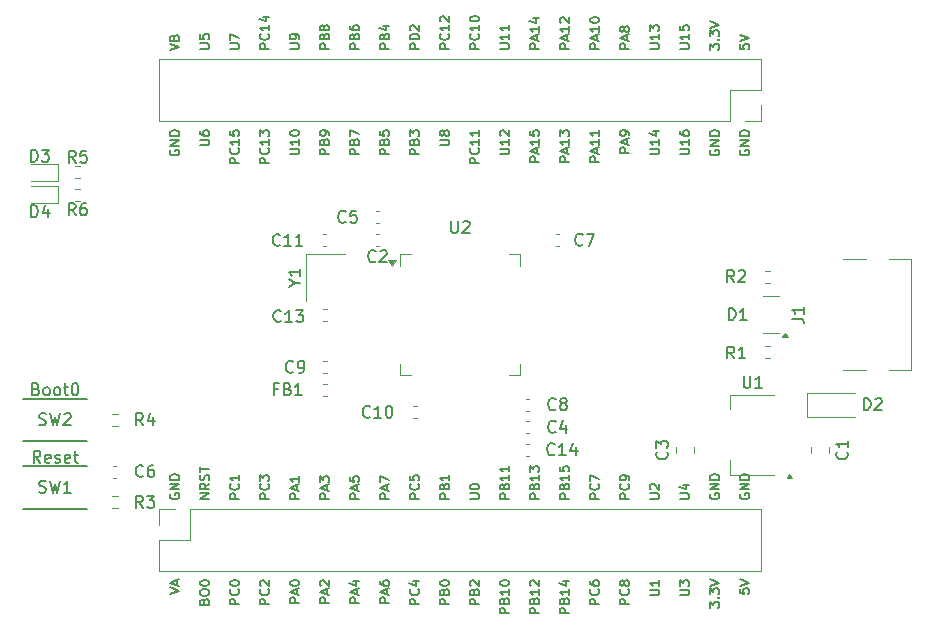
<source format=gbr>
G04 #@! TF.GenerationSoftware,KiCad,Pcbnew,9.0.1+dfsg-1*
G04 #@! TF.CreationDate,2025-05-28T08:47:52+08:00*
G04 #@! TF.ProjectId,mcustm32f402,6d637573-746d-4333-9266-3430322e6b69,a*
G04 #@! TF.SameCoordinates,PX57cf3f8PY8841978*
G04 #@! TF.FileFunction,Legend,Top*
G04 #@! TF.FilePolarity,Positive*
%FSLAX46Y46*%
G04 Gerber Fmt 4.6, Leading zero omitted, Abs format (unit mm)*
G04 Created by KiCad (PCBNEW 9.0.1+dfsg-1) date 2025-05-28 08:47:52*
%MOMM*%
%LPD*%
G01*
G04 APERTURE LIST*
%ADD10C,0.150000*%
%ADD11C,0.120000*%
G04 APERTURE END LIST*
D10*
X24796904Y28755181D02*
X24463571Y29231372D01*
X24225476Y28755181D02*
X24225476Y29755181D01*
X24225476Y29755181D02*
X24606428Y29755181D01*
X24606428Y29755181D02*
X24701666Y29707562D01*
X24701666Y29707562D02*
X24749285Y29659943D01*
X24749285Y29659943D02*
X24796904Y29564705D01*
X24796904Y29564705D02*
X24796904Y29421848D01*
X24796904Y29421848D02*
X24749285Y29326610D01*
X24749285Y29326610D02*
X24701666Y29278991D01*
X24701666Y29278991D02*
X24606428Y29231372D01*
X24606428Y29231372D02*
X24225476Y29231372D01*
X25606428Y28802800D02*
X25511190Y28755181D01*
X25511190Y28755181D02*
X25320714Y28755181D01*
X25320714Y28755181D02*
X25225476Y28802800D01*
X25225476Y28802800D02*
X25177857Y28898039D01*
X25177857Y28898039D02*
X25177857Y29278991D01*
X25177857Y29278991D02*
X25225476Y29374229D01*
X25225476Y29374229D02*
X25320714Y29421848D01*
X25320714Y29421848D02*
X25511190Y29421848D01*
X25511190Y29421848D02*
X25606428Y29374229D01*
X25606428Y29374229D02*
X25654047Y29278991D01*
X25654047Y29278991D02*
X25654047Y29183753D01*
X25654047Y29183753D02*
X25177857Y29088515D01*
X26035000Y28802800D02*
X26130238Y28755181D01*
X26130238Y28755181D02*
X26320714Y28755181D01*
X26320714Y28755181D02*
X26415952Y28802800D01*
X26415952Y28802800D02*
X26463571Y28898039D01*
X26463571Y28898039D02*
X26463571Y28945658D01*
X26463571Y28945658D02*
X26415952Y29040896D01*
X26415952Y29040896D02*
X26320714Y29088515D01*
X26320714Y29088515D02*
X26177857Y29088515D01*
X26177857Y29088515D02*
X26082619Y29136134D01*
X26082619Y29136134D02*
X26035000Y29231372D01*
X26035000Y29231372D02*
X26035000Y29278991D01*
X26035000Y29278991D02*
X26082619Y29374229D01*
X26082619Y29374229D02*
X26177857Y29421848D01*
X26177857Y29421848D02*
X26320714Y29421848D01*
X26320714Y29421848D02*
X26415952Y29374229D01*
X27273095Y28802800D02*
X27177857Y28755181D01*
X27177857Y28755181D02*
X26987381Y28755181D01*
X26987381Y28755181D02*
X26892143Y28802800D01*
X26892143Y28802800D02*
X26844524Y28898039D01*
X26844524Y28898039D02*
X26844524Y29278991D01*
X26844524Y29278991D02*
X26892143Y29374229D01*
X26892143Y29374229D02*
X26987381Y29421848D01*
X26987381Y29421848D02*
X27177857Y29421848D01*
X27177857Y29421848D02*
X27273095Y29374229D01*
X27273095Y29374229D02*
X27320714Y29278991D01*
X27320714Y29278991D02*
X27320714Y29183753D01*
X27320714Y29183753D02*
X26844524Y29088515D01*
X27606429Y29421848D02*
X27987381Y29421848D01*
X27749286Y29755181D02*
X27749286Y28898039D01*
X27749286Y28898039D02*
X27796905Y28802800D01*
X27796905Y28802800D02*
X27892143Y28755181D01*
X27892143Y28755181D02*
X27987381Y28755181D01*
X24439761Y34993991D02*
X24582618Y34946372D01*
X24582618Y34946372D02*
X24630237Y34898753D01*
X24630237Y34898753D02*
X24677856Y34803515D01*
X24677856Y34803515D02*
X24677856Y34660658D01*
X24677856Y34660658D02*
X24630237Y34565420D01*
X24630237Y34565420D02*
X24582618Y34517800D01*
X24582618Y34517800D02*
X24487380Y34470181D01*
X24487380Y34470181D02*
X24106428Y34470181D01*
X24106428Y34470181D02*
X24106428Y35470181D01*
X24106428Y35470181D02*
X24439761Y35470181D01*
X24439761Y35470181D02*
X24534999Y35422562D01*
X24534999Y35422562D02*
X24582618Y35374943D01*
X24582618Y35374943D02*
X24630237Y35279705D01*
X24630237Y35279705D02*
X24630237Y35184467D01*
X24630237Y35184467D02*
X24582618Y35089229D01*
X24582618Y35089229D02*
X24534999Y35041610D01*
X24534999Y35041610D02*
X24439761Y34993991D01*
X24439761Y34993991D02*
X24106428Y34993991D01*
X25249285Y34470181D02*
X25154047Y34517800D01*
X25154047Y34517800D02*
X25106428Y34565420D01*
X25106428Y34565420D02*
X25058809Y34660658D01*
X25058809Y34660658D02*
X25058809Y34946372D01*
X25058809Y34946372D02*
X25106428Y35041610D01*
X25106428Y35041610D02*
X25154047Y35089229D01*
X25154047Y35089229D02*
X25249285Y35136848D01*
X25249285Y35136848D02*
X25392142Y35136848D01*
X25392142Y35136848D02*
X25487380Y35089229D01*
X25487380Y35089229D02*
X25534999Y35041610D01*
X25534999Y35041610D02*
X25582618Y34946372D01*
X25582618Y34946372D02*
X25582618Y34660658D01*
X25582618Y34660658D02*
X25534999Y34565420D01*
X25534999Y34565420D02*
X25487380Y34517800D01*
X25487380Y34517800D02*
X25392142Y34470181D01*
X25392142Y34470181D02*
X25249285Y34470181D01*
X26154047Y34470181D02*
X26058809Y34517800D01*
X26058809Y34517800D02*
X26011190Y34565420D01*
X26011190Y34565420D02*
X25963571Y34660658D01*
X25963571Y34660658D02*
X25963571Y34946372D01*
X25963571Y34946372D02*
X26011190Y35041610D01*
X26011190Y35041610D02*
X26058809Y35089229D01*
X26058809Y35089229D02*
X26154047Y35136848D01*
X26154047Y35136848D02*
X26296904Y35136848D01*
X26296904Y35136848D02*
X26392142Y35089229D01*
X26392142Y35089229D02*
X26439761Y35041610D01*
X26439761Y35041610D02*
X26487380Y34946372D01*
X26487380Y34946372D02*
X26487380Y34660658D01*
X26487380Y34660658D02*
X26439761Y34565420D01*
X26439761Y34565420D02*
X26392142Y34517800D01*
X26392142Y34517800D02*
X26296904Y34470181D01*
X26296904Y34470181D02*
X26154047Y34470181D01*
X26773095Y35136848D02*
X27154047Y35136848D01*
X26915952Y35470181D02*
X26915952Y34613039D01*
X26915952Y34613039D02*
X26963571Y34517800D01*
X26963571Y34517800D02*
X27058809Y34470181D01*
X27058809Y34470181D02*
X27154047Y34470181D01*
X27677857Y35470181D02*
X27773095Y35470181D01*
X27773095Y35470181D02*
X27868333Y35422562D01*
X27868333Y35422562D02*
X27915952Y35374943D01*
X27915952Y35374943D02*
X27963571Y35279705D01*
X27963571Y35279705D02*
X28011190Y35089229D01*
X28011190Y35089229D02*
X28011190Y34851134D01*
X28011190Y34851134D02*
X27963571Y34660658D01*
X27963571Y34660658D02*
X27915952Y34565420D01*
X27915952Y34565420D02*
X27868333Y34517800D01*
X27868333Y34517800D02*
X27773095Y34470181D01*
X27773095Y34470181D02*
X27677857Y34470181D01*
X27677857Y34470181D02*
X27582619Y34517800D01*
X27582619Y34517800D02*
X27535000Y34565420D01*
X27535000Y34565420D02*
X27487381Y34660658D01*
X27487381Y34660658D02*
X27439762Y34851134D01*
X27439762Y34851134D02*
X27439762Y35089229D01*
X27439762Y35089229D02*
X27487381Y35279705D01*
X27487381Y35279705D02*
X27535000Y35374943D01*
X27535000Y35374943D02*
X27582619Y35422562D01*
X27582619Y35422562D02*
X27677857Y35470181D01*
X94511905Y33200181D02*
X94511905Y34200181D01*
X94511905Y34200181D02*
X94750000Y34200181D01*
X94750000Y34200181D02*
X94892857Y34152562D01*
X94892857Y34152562D02*
X94988095Y34057324D01*
X94988095Y34057324D02*
X95035714Y33962086D01*
X95035714Y33962086D02*
X95083333Y33771610D01*
X95083333Y33771610D02*
X95083333Y33628753D01*
X95083333Y33628753D02*
X95035714Y33438277D01*
X95035714Y33438277D02*
X94988095Y33343039D01*
X94988095Y33343039D02*
X94892857Y33247800D01*
X94892857Y33247800D02*
X94750000Y33200181D01*
X94750000Y33200181D02*
X94511905Y33200181D01*
X95464286Y34104943D02*
X95511905Y34152562D01*
X95511905Y34152562D02*
X95607143Y34200181D01*
X95607143Y34200181D02*
X95845238Y34200181D01*
X95845238Y34200181D02*
X95940476Y34152562D01*
X95940476Y34152562D02*
X95988095Y34104943D01*
X95988095Y34104943D02*
X96035714Y34009705D01*
X96035714Y34009705D02*
X96035714Y33914467D01*
X96035714Y33914467D02*
X95988095Y33771610D01*
X95988095Y33771610D02*
X95416667Y33200181D01*
X95416667Y33200181D02*
X96035714Y33200181D01*
X88424819Y40941667D02*
X89139104Y40941667D01*
X89139104Y40941667D02*
X89281961Y40894048D01*
X89281961Y40894048D02*
X89377200Y40798810D01*
X89377200Y40798810D02*
X89424819Y40655953D01*
X89424819Y40655953D02*
X89424819Y40560715D01*
X89424819Y41941667D02*
X89424819Y41370239D01*
X89424819Y41655953D02*
X88424819Y41655953D01*
X88424819Y41655953D02*
X88567676Y41560715D01*
X88567676Y41560715D02*
X88662914Y41465477D01*
X88662914Y41465477D02*
X88710533Y41370239D01*
X50633333Y49170420D02*
X50585714Y49122800D01*
X50585714Y49122800D02*
X50442857Y49075181D01*
X50442857Y49075181D02*
X50347619Y49075181D01*
X50347619Y49075181D02*
X50204762Y49122800D01*
X50204762Y49122800D02*
X50109524Y49218039D01*
X50109524Y49218039D02*
X50061905Y49313277D01*
X50061905Y49313277D02*
X50014286Y49503753D01*
X50014286Y49503753D02*
X50014286Y49646610D01*
X50014286Y49646610D02*
X50061905Y49837086D01*
X50061905Y49837086D02*
X50109524Y49932324D01*
X50109524Y49932324D02*
X50204762Y50027562D01*
X50204762Y50027562D02*
X50347619Y50075181D01*
X50347619Y50075181D02*
X50442857Y50075181D01*
X50442857Y50075181D02*
X50585714Y50027562D01*
X50585714Y50027562D02*
X50633333Y49979943D01*
X51538095Y50075181D02*
X51061905Y50075181D01*
X51061905Y50075181D02*
X51014286Y49598991D01*
X51014286Y49598991D02*
X51061905Y49646610D01*
X51061905Y49646610D02*
X51157143Y49694229D01*
X51157143Y49694229D02*
X51395238Y49694229D01*
X51395238Y49694229D02*
X51490476Y49646610D01*
X51490476Y49646610D02*
X51538095Y49598991D01*
X51538095Y49598991D02*
X51585714Y49503753D01*
X51585714Y49503753D02*
X51585714Y49265658D01*
X51585714Y49265658D02*
X51538095Y49170420D01*
X51538095Y49170420D02*
X51490476Y49122800D01*
X51490476Y49122800D02*
X51395238Y49075181D01*
X51395238Y49075181D02*
X51157143Y49075181D01*
X51157143Y49075181D02*
X51061905Y49122800D01*
X51061905Y49122800D02*
X51014286Y49170420D01*
X70708333Y47230420D02*
X70660714Y47182800D01*
X70660714Y47182800D02*
X70517857Y47135181D01*
X70517857Y47135181D02*
X70422619Y47135181D01*
X70422619Y47135181D02*
X70279762Y47182800D01*
X70279762Y47182800D02*
X70184524Y47278039D01*
X70184524Y47278039D02*
X70136905Y47373277D01*
X70136905Y47373277D02*
X70089286Y47563753D01*
X70089286Y47563753D02*
X70089286Y47706610D01*
X70089286Y47706610D02*
X70136905Y47897086D01*
X70136905Y47897086D02*
X70184524Y47992324D01*
X70184524Y47992324D02*
X70279762Y48087562D01*
X70279762Y48087562D02*
X70422619Y48135181D01*
X70422619Y48135181D02*
X70517857Y48135181D01*
X70517857Y48135181D02*
X70660714Y48087562D01*
X70660714Y48087562D02*
X70708333Y48039943D01*
X71041667Y48135181D02*
X71708333Y48135181D01*
X71708333Y48135181D02*
X71279762Y47135181D01*
X68413333Y33295420D02*
X68365714Y33247800D01*
X68365714Y33247800D02*
X68222857Y33200181D01*
X68222857Y33200181D02*
X68127619Y33200181D01*
X68127619Y33200181D02*
X67984762Y33247800D01*
X67984762Y33247800D02*
X67889524Y33343039D01*
X67889524Y33343039D02*
X67841905Y33438277D01*
X67841905Y33438277D02*
X67794286Y33628753D01*
X67794286Y33628753D02*
X67794286Y33771610D01*
X67794286Y33771610D02*
X67841905Y33962086D01*
X67841905Y33962086D02*
X67889524Y34057324D01*
X67889524Y34057324D02*
X67984762Y34152562D01*
X67984762Y34152562D02*
X68127619Y34200181D01*
X68127619Y34200181D02*
X68222857Y34200181D01*
X68222857Y34200181D02*
X68365714Y34152562D01*
X68365714Y34152562D02*
X68413333Y34104943D01*
X68984762Y33771610D02*
X68889524Y33819229D01*
X68889524Y33819229D02*
X68841905Y33866848D01*
X68841905Y33866848D02*
X68794286Y33962086D01*
X68794286Y33962086D02*
X68794286Y34009705D01*
X68794286Y34009705D02*
X68841905Y34104943D01*
X68841905Y34104943D02*
X68889524Y34152562D01*
X68889524Y34152562D02*
X68984762Y34200181D01*
X68984762Y34200181D02*
X69175238Y34200181D01*
X69175238Y34200181D02*
X69270476Y34152562D01*
X69270476Y34152562D02*
X69318095Y34104943D01*
X69318095Y34104943D02*
X69365714Y34009705D01*
X69365714Y34009705D02*
X69365714Y33962086D01*
X69365714Y33962086D02*
X69318095Y33866848D01*
X69318095Y33866848D02*
X69270476Y33819229D01*
X69270476Y33819229D02*
X69175238Y33771610D01*
X69175238Y33771610D02*
X68984762Y33771610D01*
X68984762Y33771610D02*
X68889524Y33723991D01*
X68889524Y33723991D02*
X68841905Y33676372D01*
X68841905Y33676372D02*
X68794286Y33581134D01*
X68794286Y33581134D02*
X68794286Y33390658D01*
X68794286Y33390658D02*
X68841905Y33295420D01*
X68841905Y33295420D02*
X68889524Y33247800D01*
X68889524Y33247800D02*
X68984762Y33200181D01*
X68984762Y33200181D02*
X69175238Y33200181D01*
X69175238Y33200181D02*
X69270476Y33247800D01*
X69270476Y33247800D02*
X69318095Y33295420D01*
X69318095Y33295420D02*
X69365714Y33390658D01*
X69365714Y33390658D02*
X69365714Y33581134D01*
X69365714Y33581134D02*
X69318095Y33676372D01*
X69318095Y33676372D02*
X69270476Y33723991D01*
X69270476Y33723991D02*
X69175238Y33771610D01*
X52697142Y32660420D02*
X52649523Y32612800D01*
X52649523Y32612800D02*
X52506666Y32565181D01*
X52506666Y32565181D02*
X52411428Y32565181D01*
X52411428Y32565181D02*
X52268571Y32612800D01*
X52268571Y32612800D02*
X52173333Y32708039D01*
X52173333Y32708039D02*
X52125714Y32803277D01*
X52125714Y32803277D02*
X52078095Y32993753D01*
X52078095Y32993753D02*
X52078095Y33136610D01*
X52078095Y33136610D02*
X52125714Y33327086D01*
X52125714Y33327086D02*
X52173333Y33422324D01*
X52173333Y33422324D02*
X52268571Y33517562D01*
X52268571Y33517562D02*
X52411428Y33565181D01*
X52411428Y33565181D02*
X52506666Y33565181D01*
X52506666Y33565181D02*
X52649523Y33517562D01*
X52649523Y33517562D02*
X52697142Y33469943D01*
X53649523Y32565181D02*
X53078095Y32565181D01*
X53363809Y32565181D02*
X53363809Y33565181D01*
X53363809Y33565181D02*
X53268571Y33422324D01*
X53268571Y33422324D02*
X53173333Y33327086D01*
X53173333Y33327086D02*
X53078095Y33279467D01*
X54268571Y33565181D02*
X54363809Y33565181D01*
X54363809Y33565181D02*
X54459047Y33517562D01*
X54459047Y33517562D02*
X54506666Y33469943D01*
X54506666Y33469943D02*
X54554285Y33374705D01*
X54554285Y33374705D02*
X54601904Y33184229D01*
X54601904Y33184229D02*
X54601904Y32946134D01*
X54601904Y32946134D02*
X54554285Y32755658D01*
X54554285Y32755658D02*
X54506666Y32660420D01*
X54506666Y32660420D02*
X54459047Y32612800D01*
X54459047Y32612800D02*
X54363809Y32565181D01*
X54363809Y32565181D02*
X54268571Y32565181D01*
X54268571Y32565181D02*
X54173333Y32612800D01*
X54173333Y32612800D02*
X54125714Y32660420D01*
X54125714Y32660420D02*
X54078095Y32755658D01*
X54078095Y32755658D02*
X54030476Y32946134D01*
X54030476Y32946134D02*
X54030476Y33184229D01*
X54030476Y33184229D02*
X54078095Y33374705D01*
X54078095Y33374705D02*
X54125714Y33469943D01*
X54125714Y33469943D02*
X54173333Y33517562D01*
X54173333Y33517562D02*
X54268571Y33565181D01*
X84328095Y36105181D02*
X84328095Y35295658D01*
X84328095Y35295658D02*
X84375714Y35200420D01*
X84375714Y35200420D02*
X84423333Y35152800D01*
X84423333Y35152800D02*
X84518571Y35105181D01*
X84518571Y35105181D02*
X84709047Y35105181D01*
X84709047Y35105181D02*
X84804285Y35152800D01*
X84804285Y35152800D02*
X84851904Y35200420D01*
X84851904Y35200420D02*
X84899523Y35295658D01*
X84899523Y35295658D02*
X84899523Y36105181D01*
X85899523Y35105181D02*
X85328095Y35105181D01*
X85613809Y35105181D02*
X85613809Y36105181D01*
X85613809Y36105181D02*
X85518571Y35962324D01*
X85518571Y35962324D02*
X85423333Y35867086D01*
X85423333Y35867086D02*
X85328095Y35819467D01*
X93069580Y29678334D02*
X93117200Y29630715D01*
X93117200Y29630715D02*
X93164819Y29487858D01*
X93164819Y29487858D02*
X93164819Y29392620D01*
X93164819Y29392620D02*
X93117200Y29249763D01*
X93117200Y29249763D02*
X93021961Y29154525D01*
X93021961Y29154525D02*
X92926723Y29106906D01*
X92926723Y29106906D02*
X92736247Y29059287D01*
X92736247Y29059287D02*
X92593390Y29059287D01*
X92593390Y29059287D02*
X92402914Y29106906D01*
X92402914Y29106906D02*
X92307676Y29154525D01*
X92307676Y29154525D02*
X92212438Y29249763D01*
X92212438Y29249763D02*
X92164819Y29392620D01*
X92164819Y29392620D02*
X92164819Y29487858D01*
X92164819Y29487858D02*
X92212438Y29630715D01*
X92212438Y29630715D02*
X92260057Y29678334D01*
X93164819Y30630715D02*
X93164819Y30059287D01*
X93164819Y30345001D02*
X92164819Y30345001D01*
X92164819Y30345001D02*
X92307676Y30249763D01*
X92307676Y30249763D02*
X92402914Y30154525D01*
X92402914Y30154525D02*
X92450533Y30059287D01*
X33488333Y27650420D02*
X33440714Y27602800D01*
X33440714Y27602800D02*
X33297857Y27555181D01*
X33297857Y27555181D02*
X33202619Y27555181D01*
X33202619Y27555181D02*
X33059762Y27602800D01*
X33059762Y27602800D02*
X32964524Y27698039D01*
X32964524Y27698039D02*
X32916905Y27793277D01*
X32916905Y27793277D02*
X32869286Y27983753D01*
X32869286Y27983753D02*
X32869286Y28126610D01*
X32869286Y28126610D02*
X32916905Y28317086D01*
X32916905Y28317086D02*
X32964524Y28412324D01*
X32964524Y28412324D02*
X33059762Y28507562D01*
X33059762Y28507562D02*
X33202619Y28555181D01*
X33202619Y28555181D02*
X33297857Y28555181D01*
X33297857Y28555181D02*
X33440714Y28507562D01*
X33440714Y28507562D02*
X33488333Y28459943D01*
X34345476Y28555181D02*
X34155000Y28555181D01*
X34155000Y28555181D02*
X34059762Y28507562D01*
X34059762Y28507562D02*
X34012143Y28459943D01*
X34012143Y28459943D02*
X33916905Y28317086D01*
X33916905Y28317086D02*
X33869286Y28126610D01*
X33869286Y28126610D02*
X33869286Y27745658D01*
X33869286Y27745658D02*
X33916905Y27650420D01*
X33916905Y27650420D02*
X33964524Y27602800D01*
X33964524Y27602800D02*
X34059762Y27555181D01*
X34059762Y27555181D02*
X34250238Y27555181D01*
X34250238Y27555181D02*
X34345476Y27602800D01*
X34345476Y27602800D02*
X34393095Y27650420D01*
X34393095Y27650420D02*
X34440714Y27745658D01*
X34440714Y27745658D02*
X34440714Y27983753D01*
X34440714Y27983753D02*
X34393095Y28078991D01*
X34393095Y28078991D02*
X34345476Y28126610D01*
X34345476Y28126610D02*
X34250238Y28174229D01*
X34250238Y28174229D02*
X34059762Y28174229D01*
X34059762Y28174229D02*
X33964524Y28126610D01*
X33964524Y28126610D02*
X33916905Y28078991D01*
X33916905Y28078991D02*
X33869286Y27983753D01*
X23991905Y54245181D02*
X23991905Y55245181D01*
X23991905Y55245181D02*
X24230000Y55245181D01*
X24230000Y55245181D02*
X24372857Y55197562D01*
X24372857Y55197562D02*
X24468095Y55102324D01*
X24468095Y55102324D02*
X24515714Y55007086D01*
X24515714Y55007086D02*
X24563333Y54816610D01*
X24563333Y54816610D02*
X24563333Y54673753D01*
X24563333Y54673753D02*
X24515714Y54483277D01*
X24515714Y54483277D02*
X24468095Y54388039D01*
X24468095Y54388039D02*
X24372857Y54292800D01*
X24372857Y54292800D02*
X24230000Y54245181D01*
X24230000Y54245181D02*
X23991905Y54245181D01*
X24896667Y55245181D02*
X25515714Y55245181D01*
X25515714Y55245181D02*
X25182381Y54864229D01*
X25182381Y54864229D02*
X25325238Y54864229D01*
X25325238Y54864229D02*
X25420476Y54816610D01*
X25420476Y54816610D02*
X25468095Y54768991D01*
X25468095Y54768991D02*
X25515714Y54673753D01*
X25515714Y54673753D02*
X25515714Y54435658D01*
X25515714Y54435658D02*
X25468095Y54340420D01*
X25468095Y54340420D02*
X25420476Y54292800D01*
X25420476Y54292800D02*
X25325238Y54245181D01*
X25325238Y54245181D02*
X25039524Y54245181D01*
X25039524Y54245181D02*
X24944286Y54292800D01*
X24944286Y54292800D02*
X24896667Y54340420D01*
X24026905Y49550181D02*
X24026905Y50550181D01*
X24026905Y50550181D02*
X24265000Y50550181D01*
X24265000Y50550181D02*
X24407857Y50502562D01*
X24407857Y50502562D02*
X24503095Y50407324D01*
X24503095Y50407324D02*
X24550714Y50312086D01*
X24550714Y50312086D02*
X24598333Y50121610D01*
X24598333Y50121610D02*
X24598333Y49978753D01*
X24598333Y49978753D02*
X24550714Y49788277D01*
X24550714Y49788277D02*
X24503095Y49693039D01*
X24503095Y49693039D02*
X24407857Y49597800D01*
X24407857Y49597800D02*
X24265000Y49550181D01*
X24265000Y49550181D02*
X24026905Y49550181D01*
X25455476Y50216848D02*
X25455476Y49550181D01*
X25217381Y50597800D02*
X24979286Y49883515D01*
X24979286Y49883515D02*
X25598333Y49883515D01*
X83533333Y37585181D02*
X83200000Y38061372D01*
X82961905Y37585181D02*
X82961905Y38585181D01*
X82961905Y38585181D02*
X83342857Y38585181D01*
X83342857Y38585181D02*
X83438095Y38537562D01*
X83438095Y38537562D02*
X83485714Y38489943D01*
X83485714Y38489943D02*
X83533333Y38394705D01*
X83533333Y38394705D02*
X83533333Y38251848D01*
X83533333Y38251848D02*
X83485714Y38156610D01*
X83485714Y38156610D02*
X83438095Y38108991D01*
X83438095Y38108991D02*
X83342857Y38061372D01*
X83342857Y38061372D02*
X82961905Y38061372D01*
X84485714Y37585181D02*
X83914286Y37585181D01*
X84200000Y37585181D02*
X84200000Y38585181D01*
X84200000Y38585181D02*
X84104762Y38442324D01*
X84104762Y38442324D02*
X84009524Y38347086D01*
X84009524Y38347086D02*
X83914286Y38299467D01*
X83533333Y44055181D02*
X83200000Y44531372D01*
X82961905Y44055181D02*
X82961905Y45055181D01*
X82961905Y45055181D02*
X83342857Y45055181D01*
X83342857Y45055181D02*
X83438095Y45007562D01*
X83438095Y45007562D02*
X83485714Y44959943D01*
X83485714Y44959943D02*
X83533333Y44864705D01*
X83533333Y44864705D02*
X83533333Y44721848D01*
X83533333Y44721848D02*
X83485714Y44626610D01*
X83485714Y44626610D02*
X83438095Y44578991D01*
X83438095Y44578991D02*
X83342857Y44531372D01*
X83342857Y44531372D02*
X82961905Y44531372D01*
X83914286Y44959943D02*
X83961905Y45007562D01*
X83961905Y45007562D02*
X84057143Y45055181D01*
X84057143Y45055181D02*
X84295238Y45055181D01*
X84295238Y45055181D02*
X84390476Y45007562D01*
X84390476Y45007562D02*
X84438095Y44959943D01*
X84438095Y44959943D02*
X84485714Y44864705D01*
X84485714Y44864705D02*
X84485714Y44769467D01*
X84485714Y44769467D02*
X84438095Y44626610D01*
X84438095Y44626610D02*
X83866667Y44055181D01*
X83866667Y44055181D02*
X84485714Y44055181D01*
X27773333Y54155181D02*
X27440000Y54631372D01*
X27201905Y54155181D02*
X27201905Y55155181D01*
X27201905Y55155181D02*
X27582857Y55155181D01*
X27582857Y55155181D02*
X27678095Y55107562D01*
X27678095Y55107562D02*
X27725714Y55059943D01*
X27725714Y55059943D02*
X27773333Y54964705D01*
X27773333Y54964705D02*
X27773333Y54821848D01*
X27773333Y54821848D02*
X27725714Y54726610D01*
X27725714Y54726610D02*
X27678095Y54678991D01*
X27678095Y54678991D02*
X27582857Y54631372D01*
X27582857Y54631372D02*
X27201905Y54631372D01*
X28678095Y55155181D02*
X28201905Y55155181D01*
X28201905Y55155181D02*
X28154286Y54678991D01*
X28154286Y54678991D02*
X28201905Y54726610D01*
X28201905Y54726610D02*
X28297143Y54774229D01*
X28297143Y54774229D02*
X28535238Y54774229D01*
X28535238Y54774229D02*
X28630476Y54726610D01*
X28630476Y54726610D02*
X28678095Y54678991D01*
X28678095Y54678991D02*
X28725714Y54583753D01*
X28725714Y54583753D02*
X28725714Y54345658D01*
X28725714Y54345658D02*
X28678095Y54250420D01*
X28678095Y54250420D02*
X28630476Y54202800D01*
X28630476Y54202800D02*
X28535238Y54155181D01*
X28535238Y54155181D02*
X28297143Y54155181D01*
X28297143Y54155181D02*
X28201905Y54202800D01*
X28201905Y54202800D02*
X28154286Y54250420D01*
X27773333Y49710181D02*
X27440000Y50186372D01*
X27201905Y49710181D02*
X27201905Y50710181D01*
X27201905Y50710181D02*
X27582857Y50710181D01*
X27582857Y50710181D02*
X27678095Y50662562D01*
X27678095Y50662562D02*
X27725714Y50614943D01*
X27725714Y50614943D02*
X27773333Y50519705D01*
X27773333Y50519705D02*
X27773333Y50376848D01*
X27773333Y50376848D02*
X27725714Y50281610D01*
X27725714Y50281610D02*
X27678095Y50233991D01*
X27678095Y50233991D02*
X27582857Y50186372D01*
X27582857Y50186372D02*
X27201905Y50186372D01*
X28630476Y50710181D02*
X28440000Y50710181D01*
X28440000Y50710181D02*
X28344762Y50662562D01*
X28344762Y50662562D02*
X28297143Y50614943D01*
X28297143Y50614943D02*
X28201905Y50472086D01*
X28201905Y50472086D02*
X28154286Y50281610D01*
X28154286Y50281610D02*
X28154286Y49900658D01*
X28154286Y49900658D02*
X28201905Y49805420D01*
X28201905Y49805420D02*
X28249524Y49757800D01*
X28249524Y49757800D02*
X28344762Y49710181D01*
X28344762Y49710181D02*
X28535238Y49710181D01*
X28535238Y49710181D02*
X28630476Y49757800D01*
X28630476Y49757800D02*
X28678095Y49805420D01*
X28678095Y49805420D02*
X28725714Y49900658D01*
X28725714Y49900658D02*
X28725714Y50138753D01*
X28725714Y50138753D02*
X28678095Y50233991D01*
X28678095Y50233991D02*
X28630476Y50281610D01*
X28630476Y50281610D02*
X28535238Y50329229D01*
X28535238Y50329229D02*
X28344762Y50329229D01*
X28344762Y50329229D02*
X28249524Y50281610D01*
X28249524Y50281610D02*
X28201905Y50233991D01*
X28201905Y50233991D02*
X28154286Y50138753D01*
X45077142Y47210420D02*
X45029523Y47162800D01*
X45029523Y47162800D02*
X44886666Y47115181D01*
X44886666Y47115181D02*
X44791428Y47115181D01*
X44791428Y47115181D02*
X44648571Y47162800D01*
X44648571Y47162800D02*
X44553333Y47258039D01*
X44553333Y47258039D02*
X44505714Y47353277D01*
X44505714Y47353277D02*
X44458095Y47543753D01*
X44458095Y47543753D02*
X44458095Y47686610D01*
X44458095Y47686610D02*
X44505714Y47877086D01*
X44505714Y47877086D02*
X44553333Y47972324D01*
X44553333Y47972324D02*
X44648571Y48067562D01*
X44648571Y48067562D02*
X44791428Y48115181D01*
X44791428Y48115181D02*
X44886666Y48115181D01*
X44886666Y48115181D02*
X45029523Y48067562D01*
X45029523Y48067562D02*
X45077142Y48019943D01*
X46029523Y47115181D02*
X45458095Y47115181D01*
X45743809Y47115181D02*
X45743809Y48115181D01*
X45743809Y48115181D02*
X45648571Y47972324D01*
X45648571Y47972324D02*
X45553333Y47877086D01*
X45553333Y47877086D02*
X45458095Y47829467D01*
X46981904Y47115181D02*
X46410476Y47115181D01*
X46696190Y47115181D02*
X46696190Y48115181D01*
X46696190Y48115181D02*
X46600952Y47972324D01*
X46600952Y47972324D02*
X46505714Y47877086D01*
X46505714Y47877086D02*
X46410476Y47829467D01*
X45147142Y40760420D02*
X45099523Y40712800D01*
X45099523Y40712800D02*
X44956666Y40665181D01*
X44956666Y40665181D02*
X44861428Y40665181D01*
X44861428Y40665181D02*
X44718571Y40712800D01*
X44718571Y40712800D02*
X44623333Y40808039D01*
X44623333Y40808039D02*
X44575714Y40903277D01*
X44575714Y40903277D02*
X44528095Y41093753D01*
X44528095Y41093753D02*
X44528095Y41236610D01*
X44528095Y41236610D02*
X44575714Y41427086D01*
X44575714Y41427086D02*
X44623333Y41522324D01*
X44623333Y41522324D02*
X44718571Y41617562D01*
X44718571Y41617562D02*
X44861428Y41665181D01*
X44861428Y41665181D02*
X44956666Y41665181D01*
X44956666Y41665181D02*
X45099523Y41617562D01*
X45099523Y41617562D02*
X45147142Y41569943D01*
X46099523Y40665181D02*
X45528095Y40665181D01*
X45813809Y40665181D02*
X45813809Y41665181D01*
X45813809Y41665181D02*
X45718571Y41522324D01*
X45718571Y41522324D02*
X45623333Y41427086D01*
X45623333Y41427086D02*
X45528095Y41379467D01*
X46432857Y41665181D02*
X47051904Y41665181D01*
X47051904Y41665181D02*
X46718571Y41284229D01*
X46718571Y41284229D02*
X46861428Y41284229D01*
X46861428Y41284229D02*
X46956666Y41236610D01*
X46956666Y41236610D02*
X47004285Y41188991D01*
X47004285Y41188991D02*
X47051904Y41093753D01*
X47051904Y41093753D02*
X47051904Y40855658D01*
X47051904Y40855658D02*
X47004285Y40760420D01*
X47004285Y40760420D02*
X46956666Y40712800D01*
X46956666Y40712800D02*
X46861428Y40665181D01*
X46861428Y40665181D02*
X46575714Y40665181D01*
X46575714Y40665181D02*
X46480476Y40712800D01*
X46480476Y40712800D02*
X46432857Y40760420D01*
X68413333Y31390420D02*
X68365714Y31342800D01*
X68365714Y31342800D02*
X68222857Y31295181D01*
X68222857Y31295181D02*
X68127619Y31295181D01*
X68127619Y31295181D02*
X67984762Y31342800D01*
X67984762Y31342800D02*
X67889524Y31438039D01*
X67889524Y31438039D02*
X67841905Y31533277D01*
X67841905Y31533277D02*
X67794286Y31723753D01*
X67794286Y31723753D02*
X67794286Y31866610D01*
X67794286Y31866610D02*
X67841905Y32057086D01*
X67841905Y32057086D02*
X67889524Y32152324D01*
X67889524Y32152324D02*
X67984762Y32247562D01*
X67984762Y32247562D02*
X68127619Y32295181D01*
X68127619Y32295181D02*
X68222857Y32295181D01*
X68222857Y32295181D02*
X68365714Y32247562D01*
X68365714Y32247562D02*
X68413333Y32199943D01*
X69270476Y31961848D02*
X69270476Y31295181D01*
X69032381Y32342800D02*
X68794286Y31628515D01*
X68794286Y31628515D02*
X69413333Y31628515D01*
X68327142Y29485420D02*
X68279523Y29437800D01*
X68279523Y29437800D02*
X68136666Y29390181D01*
X68136666Y29390181D02*
X68041428Y29390181D01*
X68041428Y29390181D02*
X67898571Y29437800D01*
X67898571Y29437800D02*
X67803333Y29533039D01*
X67803333Y29533039D02*
X67755714Y29628277D01*
X67755714Y29628277D02*
X67708095Y29818753D01*
X67708095Y29818753D02*
X67708095Y29961610D01*
X67708095Y29961610D02*
X67755714Y30152086D01*
X67755714Y30152086D02*
X67803333Y30247324D01*
X67803333Y30247324D02*
X67898571Y30342562D01*
X67898571Y30342562D02*
X68041428Y30390181D01*
X68041428Y30390181D02*
X68136666Y30390181D01*
X68136666Y30390181D02*
X68279523Y30342562D01*
X68279523Y30342562D02*
X68327142Y30294943D01*
X69279523Y29390181D02*
X68708095Y29390181D01*
X68993809Y29390181D02*
X68993809Y30390181D01*
X68993809Y30390181D02*
X68898571Y30247324D01*
X68898571Y30247324D02*
X68803333Y30152086D01*
X68803333Y30152086D02*
X68708095Y30104467D01*
X70136666Y30056848D02*
X70136666Y29390181D01*
X69898571Y30437800D02*
X69660476Y29723515D01*
X69660476Y29723515D02*
X70279523Y29723515D01*
X33488333Y24945181D02*
X33155000Y25421372D01*
X32916905Y24945181D02*
X32916905Y25945181D01*
X32916905Y25945181D02*
X33297857Y25945181D01*
X33297857Y25945181D02*
X33393095Y25897562D01*
X33393095Y25897562D02*
X33440714Y25849943D01*
X33440714Y25849943D02*
X33488333Y25754705D01*
X33488333Y25754705D02*
X33488333Y25611848D01*
X33488333Y25611848D02*
X33440714Y25516610D01*
X33440714Y25516610D02*
X33393095Y25468991D01*
X33393095Y25468991D02*
X33297857Y25421372D01*
X33297857Y25421372D02*
X32916905Y25421372D01*
X33821667Y25945181D02*
X34440714Y25945181D01*
X34440714Y25945181D02*
X34107381Y25564229D01*
X34107381Y25564229D02*
X34250238Y25564229D01*
X34250238Y25564229D02*
X34345476Y25516610D01*
X34345476Y25516610D02*
X34393095Y25468991D01*
X34393095Y25468991D02*
X34440714Y25373753D01*
X34440714Y25373753D02*
X34440714Y25135658D01*
X34440714Y25135658D02*
X34393095Y25040420D01*
X34393095Y25040420D02*
X34345476Y24992800D01*
X34345476Y24992800D02*
X34250238Y24945181D01*
X34250238Y24945181D02*
X33964524Y24945181D01*
X33964524Y24945181D02*
X33869286Y24992800D01*
X33869286Y24992800D02*
X33821667Y25040420D01*
X33488333Y31930181D02*
X33155000Y32406372D01*
X32916905Y31930181D02*
X32916905Y32930181D01*
X32916905Y32930181D02*
X33297857Y32930181D01*
X33297857Y32930181D02*
X33393095Y32882562D01*
X33393095Y32882562D02*
X33440714Y32834943D01*
X33440714Y32834943D02*
X33488333Y32739705D01*
X33488333Y32739705D02*
X33488333Y32596848D01*
X33488333Y32596848D02*
X33440714Y32501610D01*
X33440714Y32501610D02*
X33393095Y32453991D01*
X33393095Y32453991D02*
X33297857Y32406372D01*
X33297857Y32406372D02*
X32916905Y32406372D01*
X34345476Y32596848D02*
X34345476Y31930181D01*
X34107381Y32977800D02*
X33869286Y32263515D01*
X33869286Y32263515D02*
X34488333Y32263515D01*
X46333628Y43973810D02*
X46809819Y43973810D01*
X45809819Y43640477D02*
X46333628Y43973810D01*
X46333628Y43973810D02*
X45809819Y44307143D01*
X46809819Y45164286D02*
X46809819Y44592858D01*
X46809819Y44878572D02*
X45809819Y44878572D01*
X45809819Y44878572D02*
X45952676Y44783334D01*
X45952676Y44783334D02*
X46047914Y44688096D01*
X46047914Y44688096D02*
X46095533Y44592858D01*
X77829580Y29678334D02*
X77877200Y29630715D01*
X77877200Y29630715D02*
X77924819Y29487858D01*
X77924819Y29487858D02*
X77924819Y29392620D01*
X77924819Y29392620D02*
X77877200Y29249763D01*
X77877200Y29249763D02*
X77781961Y29154525D01*
X77781961Y29154525D02*
X77686723Y29106906D01*
X77686723Y29106906D02*
X77496247Y29059287D01*
X77496247Y29059287D02*
X77353390Y29059287D01*
X77353390Y29059287D02*
X77162914Y29106906D01*
X77162914Y29106906D02*
X77067676Y29154525D01*
X77067676Y29154525D02*
X76972438Y29249763D01*
X76972438Y29249763D02*
X76924819Y29392620D01*
X76924819Y29392620D02*
X76924819Y29487858D01*
X76924819Y29487858D02*
X76972438Y29630715D01*
X76972438Y29630715D02*
X77020057Y29678334D01*
X76924819Y30011668D02*
X76924819Y30630715D01*
X76924819Y30630715D02*
X77305771Y30297382D01*
X77305771Y30297382D02*
X77305771Y30440239D01*
X77305771Y30440239D02*
X77353390Y30535477D01*
X77353390Y30535477D02*
X77401009Y30583096D01*
X77401009Y30583096D02*
X77496247Y30630715D01*
X77496247Y30630715D02*
X77734342Y30630715D01*
X77734342Y30630715D02*
X77829580Y30583096D01*
X77829580Y30583096D02*
X77877200Y30535477D01*
X77877200Y30535477D02*
X77924819Y30440239D01*
X77924819Y30440239D02*
X77924819Y30154525D01*
X77924819Y30154525D02*
X77877200Y30059287D01*
X77877200Y30059287D02*
X77829580Y30011668D01*
X46188333Y36470420D02*
X46140714Y36422800D01*
X46140714Y36422800D02*
X45997857Y36375181D01*
X45997857Y36375181D02*
X45902619Y36375181D01*
X45902619Y36375181D02*
X45759762Y36422800D01*
X45759762Y36422800D02*
X45664524Y36518039D01*
X45664524Y36518039D02*
X45616905Y36613277D01*
X45616905Y36613277D02*
X45569286Y36803753D01*
X45569286Y36803753D02*
X45569286Y36946610D01*
X45569286Y36946610D02*
X45616905Y37137086D01*
X45616905Y37137086D02*
X45664524Y37232324D01*
X45664524Y37232324D02*
X45759762Y37327562D01*
X45759762Y37327562D02*
X45902619Y37375181D01*
X45902619Y37375181D02*
X45997857Y37375181D01*
X45997857Y37375181D02*
X46140714Y37327562D01*
X46140714Y37327562D02*
X46188333Y37279943D01*
X46664524Y36375181D02*
X46855000Y36375181D01*
X46855000Y36375181D02*
X46950238Y36422800D01*
X46950238Y36422800D02*
X46997857Y36470420D01*
X46997857Y36470420D02*
X47093095Y36613277D01*
X47093095Y36613277D02*
X47140714Y36803753D01*
X47140714Y36803753D02*
X47140714Y37184705D01*
X47140714Y37184705D02*
X47093095Y37279943D01*
X47093095Y37279943D02*
X47045476Y37327562D01*
X47045476Y37327562D02*
X46950238Y37375181D01*
X46950238Y37375181D02*
X46759762Y37375181D01*
X46759762Y37375181D02*
X46664524Y37327562D01*
X46664524Y37327562D02*
X46616905Y37279943D01*
X46616905Y37279943D02*
X46569286Y37184705D01*
X46569286Y37184705D02*
X46569286Y36946610D01*
X46569286Y36946610D02*
X46616905Y36851372D01*
X46616905Y36851372D02*
X46664524Y36803753D01*
X46664524Y36803753D02*
X46759762Y36756134D01*
X46759762Y36756134D02*
X46950238Y36756134D01*
X46950238Y36756134D02*
X47045476Y36803753D01*
X47045476Y36803753D02*
X47093095Y36851372D01*
X47093095Y36851372D02*
X47140714Y36946610D01*
X44886666Y34993991D02*
X44553333Y34993991D01*
X44553333Y34470181D02*
X44553333Y35470181D01*
X44553333Y35470181D02*
X45029523Y35470181D01*
X45743809Y34993991D02*
X45886666Y34946372D01*
X45886666Y34946372D02*
X45934285Y34898753D01*
X45934285Y34898753D02*
X45981904Y34803515D01*
X45981904Y34803515D02*
X45981904Y34660658D01*
X45981904Y34660658D02*
X45934285Y34565420D01*
X45934285Y34565420D02*
X45886666Y34517800D01*
X45886666Y34517800D02*
X45791428Y34470181D01*
X45791428Y34470181D02*
X45410476Y34470181D01*
X45410476Y34470181D02*
X45410476Y35470181D01*
X45410476Y35470181D02*
X45743809Y35470181D01*
X45743809Y35470181D02*
X45839047Y35422562D01*
X45839047Y35422562D02*
X45886666Y35374943D01*
X45886666Y35374943D02*
X45934285Y35279705D01*
X45934285Y35279705D02*
X45934285Y35184467D01*
X45934285Y35184467D02*
X45886666Y35089229D01*
X45886666Y35089229D02*
X45839047Y35041610D01*
X45839047Y35041610D02*
X45743809Y34993991D01*
X45743809Y34993991D02*
X45410476Y34993991D01*
X46934285Y34470181D02*
X46362857Y34470181D01*
X46648571Y34470181D02*
X46648571Y35470181D01*
X46648571Y35470181D02*
X46553333Y35327324D01*
X46553333Y35327324D02*
X46458095Y35232086D01*
X46458095Y35232086D02*
X46362857Y35184467D01*
X24701667Y26262800D02*
X24844524Y26215181D01*
X24844524Y26215181D02*
X25082619Y26215181D01*
X25082619Y26215181D02*
X25177857Y26262800D01*
X25177857Y26262800D02*
X25225476Y26310420D01*
X25225476Y26310420D02*
X25273095Y26405658D01*
X25273095Y26405658D02*
X25273095Y26500896D01*
X25273095Y26500896D02*
X25225476Y26596134D01*
X25225476Y26596134D02*
X25177857Y26643753D01*
X25177857Y26643753D02*
X25082619Y26691372D01*
X25082619Y26691372D02*
X24892143Y26738991D01*
X24892143Y26738991D02*
X24796905Y26786610D01*
X24796905Y26786610D02*
X24749286Y26834229D01*
X24749286Y26834229D02*
X24701667Y26929467D01*
X24701667Y26929467D02*
X24701667Y27024705D01*
X24701667Y27024705D02*
X24749286Y27119943D01*
X24749286Y27119943D02*
X24796905Y27167562D01*
X24796905Y27167562D02*
X24892143Y27215181D01*
X24892143Y27215181D02*
X25130238Y27215181D01*
X25130238Y27215181D02*
X25273095Y27167562D01*
X25606429Y27215181D02*
X25844524Y26215181D01*
X25844524Y26215181D02*
X26035000Y26929467D01*
X26035000Y26929467D02*
X26225476Y26215181D01*
X26225476Y26215181D02*
X26463572Y27215181D01*
X27368333Y26215181D02*
X26796905Y26215181D01*
X27082619Y26215181D02*
X27082619Y27215181D01*
X27082619Y27215181D02*
X26987381Y27072324D01*
X26987381Y27072324D02*
X26892143Y26977086D01*
X26892143Y26977086D02*
X26796905Y26929467D01*
X24701667Y31977800D02*
X24844524Y31930181D01*
X24844524Y31930181D02*
X25082619Y31930181D01*
X25082619Y31930181D02*
X25177857Y31977800D01*
X25177857Y31977800D02*
X25225476Y32025420D01*
X25225476Y32025420D02*
X25273095Y32120658D01*
X25273095Y32120658D02*
X25273095Y32215896D01*
X25273095Y32215896D02*
X25225476Y32311134D01*
X25225476Y32311134D02*
X25177857Y32358753D01*
X25177857Y32358753D02*
X25082619Y32406372D01*
X25082619Y32406372D02*
X24892143Y32453991D01*
X24892143Y32453991D02*
X24796905Y32501610D01*
X24796905Y32501610D02*
X24749286Y32549229D01*
X24749286Y32549229D02*
X24701667Y32644467D01*
X24701667Y32644467D02*
X24701667Y32739705D01*
X24701667Y32739705D02*
X24749286Y32834943D01*
X24749286Y32834943D02*
X24796905Y32882562D01*
X24796905Y32882562D02*
X24892143Y32930181D01*
X24892143Y32930181D02*
X25130238Y32930181D01*
X25130238Y32930181D02*
X25273095Y32882562D01*
X25606429Y32930181D02*
X25844524Y31930181D01*
X25844524Y31930181D02*
X26035000Y32644467D01*
X26035000Y32644467D02*
X26225476Y31930181D01*
X26225476Y31930181D02*
X26463572Y32930181D01*
X26796905Y32834943D02*
X26844524Y32882562D01*
X26844524Y32882562D02*
X26939762Y32930181D01*
X26939762Y32930181D02*
X27177857Y32930181D01*
X27177857Y32930181D02*
X27273095Y32882562D01*
X27273095Y32882562D02*
X27320714Y32834943D01*
X27320714Y32834943D02*
X27368333Y32739705D01*
X27368333Y32739705D02*
X27368333Y32644467D01*
X27368333Y32644467D02*
X27320714Y32501610D01*
X27320714Y32501610D02*
X26749286Y31930181D01*
X26749286Y31930181D02*
X27368333Y31930181D01*
X53173333Y45835420D02*
X53125714Y45787800D01*
X53125714Y45787800D02*
X52982857Y45740181D01*
X52982857Y45740181D02*
X52887619Y45740181D01*
X52887619Y45740181D02*
X52744762Y45787800D01*
X52744762Y45787800D02*
X52649524Y45883039D01*
X52649524Y45883039D02*
X52601905Y45978277D01*
X52601905Y45978277D02*
X52554286Y46168753D01*
X52554286Y46168753D02*
X52554286Y46311610D01*
X52554286Y46311610D02*
X52601905Y46502086D01*
X52601905Y46502086D02*
X52649524Y46597324D01*
X52649524Y46597324D02*
X52744762Y46692562D01*
X52744762Y46692562D02*
X52887619Y46740181D01*
X52887619Y46740181D02*
X52982857Y46740181D01*
X52982857Y46740181D02*
X53125714Y46692562D01*
X53125714Y46692562D02*
X53173333Y46644943D01*
X53554286Y46644943D02*
X53601905Y46692562D01*
X53601905Y46692562D02*
X53697143Y46740181D01*
X53697143Y46740181D02*
X53935238Y46740181D01*
X53935238Y46740181D02*
X54030476Y46692562D01*
X54030476Y46692562D02*
X54078095Y46644943D01*
X54078095Y46644943D02*
X54125714Y46549705D01*
X54125714Y46549705D02*
X54125714Y46454467D01*
X54125714Y46454467D02*
X54078095Y46311610D01*
X54078095Y46311610D02*
X53506667Y45740181D01*
X53506667Y45740181D02*
X54125714Y45740181D01*
X59563095Y49220181D02*
X59563095Y48410658D01*
X59563095Y48410658D02*
X59610714Y48315420D01*
X59610714Y48315420D02*
X59658333Y48267800D01*
X59658333Y48267800D02*
X59753571Y48220181D01*
X59753571Y48220181D02*
X59944047Y48220181D01*
X59944047Y48220181D02*
X60039285Y48267800D01*
X60039285Y48267800D02*
X60086904Y48315420D01*
X60086904Y48315420D02*
X60134523Y48410658D01*
X60134523Y48410658D02*
X60134523Y49220181D01*
X60563095Y49124943D02*
X60610714Y49172562D01*
X60610714Y49172562D02*
X60705952Y49220181D01*
X60705952Y49220181D02*
X60944047Y49220181D01*
X60944047Y49220181D02*
X61039285Y49172562D01*
X61039285Y49172562D02*
X61086904Y49124943D01*
X61086904Y49124943D02*
X61134523Y49029705D01*
X61134523Y49029705D02*
X61134523Y48934467D01*
X61134523Y48934467D02*
X61086904Y48791610D01*
X61086904Y48791610D02*
X60515476Y48220181D01*
X60515476Y48220181D02*
X61134523Y48220181D01*
X76397295Y17541793D02*
X77044914Y17541793D01*
X77044914Y17541793D02*
X77121104Y17579888D01*
X77121104Y17579888D02*
X77159200Y17617983D01*
X77159200Y17617983D02*
X77197295Y17694174D01*
X77197295Y17694174D02*
X77197295Y17846555D01*
X77197295Y17846555D02*
X77159200Y17922745D01*
X77159200Y17922745D02*
X77121104Y17960840D01*
X77121104Y17960840D02*
X77044914Y17998936D01*
X77044914Y17998936D02*
X76397295Y17998936D01*
X77197295Y18798935D02*
X77197295Y18341792D01*
X77197295Y18570364D02*
X76397295Y18570364D01*
X76397295Y18570364D02*
X76511580Y18494173D01*
X76511580Y18494173D02*
X76587771Y18417983D01*
X76587771Y18417983D02*
X76625866Y18341792D01*
X74657295Y16779888D02*
X73857295Y16779888D01*
X73857295Y16779888D02*
X73857295Y17084650D01*
X73857295Y17084650D02*
X73895390Y17160840D01*
X73895390Y17160840D02*
X73933485Y17198935D01*
X73933485Y17198935D02*
X74009676Y17237031D01*
X74009676Y17237031D02*
X74123961Y17237031D01*
X74123961Y17237031D02*
X74200152Y17198935D01*
X74200152Y17198935D02*
X74238247Y17160840D01*
X74238247Y17160840D02*
X74276342Y17084650D01*
X74276342Y17084650D02*
X74276342Y16779888D01*
X74581104Y18037031D02*
X74619200Y17998935D01*
X74619200Y17998935D02*
X74657295Y17884650D01*
X74657295Y17884650D02*
X74657295Y17808459D01*
X74657295Y17808459D02*
X74619200Y17694173D01*
X74619200Y17694173D02*
X74543009Y17617983D01*
X74543009Y17617983D02*
X74466819Y17579888D01*
X74466819Y17579888D02*
X74314438Y17541792D01*
X74314438Y17541792D02*
X74200152Y17541792D01*
X74200152Y17541792D02*
X74047771Y17579888D01*
X74047771Y17579888D02*
X73971580Y17617983D01*
X73971580Y17617983D02*
X73895390Y17694173D01*
X73895390Y17694173D02*
X73857295Y17808459D01*
X73857295Y17808459D02*
X73857295Y17884650D01*
X73857295Y17884650D02*
X73895390Y17998935D01*
X73895390Y17998935D02*
X73933485Y18037031D01*
X74200152Y18494173D02*
X74162057Y18417983D01*
X74162057Y18417983D02*
X74123961Y18379888D01*
X74123961Y18379888D02*
X74047771Y18341792D01*
X74047771Y18341792D02*
X74009676Y18341792D01*
X74009676Y18341792D02*
X73933485Y18379888D01*
X73933485Y18379888D02*
X73895390Y18417983D01*
X73895390Y18417983D02*
X73857295Y18494173D01*
X73857295Y18494173D02*
X73857295Y18646554D01*
X73857295Y18646554D02*
X73895390Y18722745D01*
X73895390Y18722745D02*
X73933485Y18760840D01*
X73933485Y18760840D02*
X74009676Y18798935D01*
X74009676Y18798935D02*
X74047771Y18798935D01*
X74047771Y18798935D02*
X74123961Y18760840D01*
X74123961Y18760840D02*
X74162057Y18722745D01*
X74162057Y18722745D02*
X74200152Y18646554D01*
X74200152Y18646554D02*
X74200152Y18494173D01*
X74200152Y18494173D02*
X74238247Y18417983D01*
X74238247Y18417983D02*
X74276342Y18379888D01*
X74276342Y18379888D02*
X74352533Y18341792D01*
X74352533Y18341792D02*
X74504914Y18341792D01*
X74504914Y18341792D02*
X74581104Y18379888D01*
X74581104Y18379888D02*
X74619200Y18417983D01*
X74619200Y18417983D02*
X74657295Y18494173D01*
X74657295Y18494173D02*
X74657295Y18646554D01*
X74657295Y18646554D02*
X74619200Y18722745D01*
X74619200Y18722745D02*
X74581104Y18760840D01*
X74581104Y18760840D02*
X74504914Y18798935D01*
X74504914Y18798935D02*
X74352533Y18798935D01*
X74352533Y18798935D02*
X74276342Y18760840D01*
X74276342Y18760840D02*
X74238247Y18722745D01*
X74238247Y18722745D02*
X74200152Y18646554D01*
X41637295Y54117983D02*
X40837295Y54117983D01*
X40837295Y54117983D02*
X40837295Y54422745D01*
X40837295Y54422745D02*
X40875390Y54498935D01*
X40875390Y54498935D02*
X40913485Y54537030D01*
X40913485Y54537030D02*
X40989676Y54575126D01*
X40989676Y54575126D02*
X41103961Y54575126D01*
X41103961Y54575126D02*
X41180152Y54537030D01*
X41180152Y54537030D02*
X41218247Y54498935D01*
X41218247Y54498935D02*
X41256342Y54422745D01*
X41256342Y54422745D02*
X41256342Y54117983D01*
X41561104Y55375126D02*
X41599200Y55337030D01*
X41599200Y55337030D02*
X41637295Y55222745D01*
X41637295Y55222745D02*
X41637295Y55146554D01*
X41637295Y55146554D02*
X41599200Y55032268D01*
X41599200Y55032268D02*
X41523009Y54956078D01*
X41523009Y54956078D02*
X41446819Y54917983D01*
X41446819Y54917983D02*
X41294438Y54879887D01*
X41294438Y54879887D02*
X41180152Y54879887D01*
X41180152Y54879887D02*
X41027771Y54917983D01*
X41027771Y54917983D02*
X40951580Y54956078D01*
X40951580Y54956078D02*
X40875390Y55032268D01*
X40875390Y55032268D02*
X40837295Y55146554D01*
X40837295Y55146554D02*
X40837295Y55222745D01*
X40837295Y55222745D02*
X40875390Y55337030D01*
X40875390Y55337030D02*
X40913485Y55375126D01*
X41637295Y56137030D02*
X41637295Y55679887D01*
X41637295Y55908459D02*
X40837295Y55908459D01*
X40837295Y55908459D02*
X40951580Y55832268D01*
X40951580Y55832268D02*
X41027771Y55756078D01*
X41027771Y55756078D02*
X41065866Y55679887D01*
X40837295Y56860840D02*
X40837295Y56479888D01*
X40837295Y56479888D02*
X41218247Y56441792D01*
X41218247Y56441792D02*
X41180152Y56479888D01*
X41180152Y56479888D02*
X41142057Y56556078D01*
X41142057Y56556078D02*
X41142057Y56746554D01*
X41142057Y56746554D02*
X41180152Y56822745D01*
X41180152Y56822745D02*
X41218247Y56860840D01*
X41218247Y56860840D02*
X41294438Y56898935D01*
X41294438Y56898935D02*
X41484914Y56898935D01*
X41484914Y56898935D02*
X41561104Y56860840D01*
X41561104Y56860840D02*
X41599200Y56822745D01*
X41599200Y56822745D02*
X41637295Y56746554D01*
X41637295Y56746554D02*
X41637295Y56556078D01*
X41637295Y56556078D02*
X41599200Y56479888D01*
X41599200Y56479888D02*
X41561104Y56441792D01*
X40837295Y63789161D02*
X41484914Y63789161D01*
X41484914Y63789161D02*
X41561104Y63827256D01*
X41561104Y63827256D02*
X41599200Y63865351D01*
X41599200Y63865351D02*
X41637295Y63941542D01*
X41637295Y63941542D02*
X41637295Y64093923D01*
X41637295Y64093923D02*
X41599200Y64170113D01*
X41599200Y64170113D02*
X41561104Y64208208D01*
X41561104Y64208208D02*
X41484914Y64246304D01*
X41484914Y64246304D02*
X40837295Y64246304D01*
X40837295Y64551065D02*
X40837295Y65084399D01*
X40837295Y65084399D02*
X41637295Y64741541D01*
X61957295Y16779888D02*
X61157295Y16779888D01*
X61157295Y16779888D02*
X61157295Y17084650D01*
X61157295Y17084650D02*
X61195390Y17160840D01*
X61195390Y17160840D02*
X61233485Y17198935D01*
X61233485Y17198935D02*
X61309676Y17237031D01*
X61309676Y17237031D02*
X61423961Y17237031D01*
X61423961Y17237031D02*
X61500152Y17198935D01*
X61500152Y17198935D02*
X61538247Y17160840D01*
X61538247Y17160840D02*
X61576342Y17084650D01*
X61576342Y17084650D02*
X61576342Y16779888D01*
X61538247Y17846554D02*
X61576342Y17960840D01*
X61576342Y17960840D02*
X61614438Y17998935D01*
X61614438Y17998935D02*
X61690628Y18037031D01*
X61690628Y18037031D02*
X61804914Y18037031D01*
X61804914Y18037031D02*
X61881104Y17998935D01*
X61881104Y17998935D02*
X61919200Y17960840D01*
X61919200Y17960840D02*
X61957295Y17884650D01*
X61957295Y17884650D02*
X61957295Y17579888D01*
X61957295Y17579888D02*
X61157295Y17579888D01*
X61157295Y17579888D02*
X61157295Y17846554D01*
X61157295Y17846554D02*
X61195390Y17922745D01*
X61195390Y17922745D02*
X61233485Y17960840D01*
X61233485Y17960840D02*
X61309676Y17998935D01*
X61309676Y17998935D02*
X61385866Y17998935D01*
X61385866Y17998935D02*
X61462057Y17960840D01*
X61462057Y17960840D02*
X61500152Y17922745D01*
X61500152Y17922745D02*
X61538247Y17846554D01*
X61538247Y17846554D02*
X61538247Y17579888D01*
X61233485Y18341792D02*
X61195390Y18379888D01*
X61195390Y18379888D02*
X61157295Y18456078D01*
X61157295Y18456078D02*
X61157295Y18646554D01*
X61157295Y18646554D02*
X61195390Y18722745D01*
X61195390Y18722745D02*
X61233485Y18760840D01*
X61233485Y18760840D02*
X61309676Y18798935D01*
X61309676Y18798935D02*
X61385866Y18798935D01*
X61385866Y18798935D02*
X61500152Y18760840D01*
X61500152Y18760840D02*
X61957295Y18303697D01*
X61957295Y18303697D02*
X61957295Y18798935D01*
X59417295Y16779888D02*
X58617295Y16779888D01*
X58617295Y16779888D02*
X58617295Y17084650D01*
X58617295Y17084650D02*
X58655390Y17160840D01*
X58655390Y17160840D02*
X58693485Y17198935D01*
X58693485Y17198935D02*
X58769676Y17237031D01*
X58769676Y17237031D02*
X58883961Y17237031D01*
X58883961Y17237031D02*
X58960152Y17198935D01*
X58960152Y17198935D02*
X58998247Y17160840D01*
X58998247Y17160840D02*
X59036342Y17084650D01*
X59036342Y17084650D02*
X59036342Y16779888D01*
X58998247Y17846554D02*
X59036342Y17960840D01*
X59036342Y17960840D02*
X59074438Y17998935D01*
X59074438Y17998935D02*
X59150628Y18037031D01*
X59150628Y18037031D02*
X59264914Y18037031D01*
X59264914Y18037031D02*
X59341104Y17998935D01*
X59341104Y17998935D02*
X59379200Y17960840D01*
X59379200Y17960840D02*
X59417295Y17884650D01*
X59417295Y17884650D02*
X59417295Y17579888D01*
X59417295Y17579888D02*
X58617295Y17579888D01*
X58617295Y17579888D02*
X58617295Y17846554D01*
X58617295Y17846554D02*
X58655390Y17922745D01*
X58655390Y17922745D02*
X58693485Y17960840D01*
X58693485Y17960840D02*
X58769676Y17998935D01*
X58769676Y17998935D02*
X58845866Y17998935D01*
X58845866Y17998935D02*
X58922057Y17960840D01*
X58922057Y17960840D02*
X58960152Y17922745D01*
X58960152Y17922745D02*
X58998247Y17846554D01*
X58998247Y17846554D02*
X58998247Y17579888D01*
X58617295Y18532269D02*
X58617295Y18608459D01*
X58617295Y18608459D02*
X58655390Y18684650D01*
X58655390Y18684650D02*
X58693485Y18722745D01*
X58693485Y18722745D02*
X58769676Y18760840D01*
X58769676Y18760840D02*
X58922057Y18798935D01*
X58922057Y18798935D02*
X59112533Y18798935D01*
X59112533Y18798935D02*
X59264914Y18760840D01*
X59264914Y18760840D02*
X59341104Y18722745D01*
X59341104Y18722745D02*
X59379200Y18684650D01*
X59379200Y18684650D02*
X59417295Y18608459D01*
X59417295Y18608459D02*
X59417295Y18532269D01*
X59417295Y18532269D02*
X59379200Y18456078D01*
X59379200Y18456078D02*
X59341104Y18417983D01*
X59341104Y18417983D02*
X59264914Y18379888D01*
X59264914Y18379888D02*
X59112533Y18341792D01*
X59112533Y18341792D02*
X58922057Y18341792D01*
X58922057Y18341792D02*
X58769676Y18379888D01*
X58769676Y18379888D02*
X58693485Y18417983D01*
X58693485Y18417983D02*
X58655390Y18456078D01*
X58655390Y18456078D02*
X58617295Y18532269D01*
X67037295Y25689161D02*
X66237295Y25689161D01*
X66237295Y25689161D02*
X66237295Y25993923D01*
X66237295Y25993923D02*
X66275390Y26070113D01*
X66275390Y26070113D02*
X66313485Y26108208D01*
X66313485Y26108208D02*
X66389676Y26146304D01*
X66389676Y26146304D02*
X66503961Y26146304D01*
X66503961Y26146304D02*
X66580152Y26108208D01*
X66580152Y26108208D02*
X66618247Y26070113D01*
X66618247Y26070113D02*
X66656342Y25993923D01*
X66656342Y25993923D02*
X66656342Y25689161D01*
X66618247Y26755827D02*
X66656342Y26870113D01*
X66656342Y26870113D02*
X66694438Y26908208D01*
X66694438Y26908208D02*
X66770628Y26946304D01*
X66770628Y26946304D02*
X66884914Y26946304D01*
X66884914Y26946304D02*
X66961104Y26908208D01*
X66961104Y26908208D02*
X66999200Y26870113D01*
X66999200Y26870113D02*
X67037295Y26793923D01*
X67037295Y26793923D02*
X67037295Y26489161D01*
X67037295Y26489161D02*
X66237295Y26489161D01*
X66237295Y26489161D02*
X66237295Y26755827D01*
X66237295Y26755827D02*
X66275390Y26832018D01*
X66275390Y26832018D02*
X66313485Y26870113D01*
X66313485Y26870113D02*
X66389676Y26908208D01*
X66389676Y26908208D02*
X66465866Y26908208D01*
X66465866Y26908208D02*
X66542057Y26870113D01*
X66542057Y26870113D02*
X66580152Y26832018D01*
X66580152Y26832018D02*
X66618247Y26755827D01*
X66618247Y26755827D02*
X66618247Y26489161D01*
X67037295Y27708208D02*
X67037295Y27251065D01*
X67037295Y27479637D02*
X66237295Y27479637D01*
X66237295Y27479637D02*
X66351580Y27403446D01*
X66351580Y27403446D02*
X66427771Y27327256D01*
X66427771Y27327256D02*
X66465866Y27251065D01*
X66237295Y27974875D02*
X66237295Y28470113D01*
X66237295Y28470113D02*
X66542057Y28203447D01*
X66542057Y28203447D02*
X66542057Y28317732D01*
X66542057Y28317732D02*
X66580152Y28393923D01*
X66580152Y28393923D02*
X66618247Y28432018D01*
X66618247Y28432018D02*
X66694438Y28470113D01*
X66694438Y28470113D02*
X66884914Y28470113D01*
X66884914Y28470113D02*
X66961104Y28432018D01*
X66961104Y28432018D02*
X66999200Y28393923D01*
X66999200Y28393923D02*
X67037295Y28317732D01*
X67037295Y28317732D02*
X67037295Y28089161D01*
X67037295Y28089161D02*
X66999200Y28012970D01*
X66999200Y28012970D02*
X66961104Y27974875D01*
X74657295Y63789161D02*
X73857295Y63789161D01*
X73857295Y63789161D02*
X73857295Y64093923D01*
X73857295Y64093923D02*
X73895390Y64170113D01*
X73895390Y64170113D02*
X73933485Y64208208D01*
X73933485Y64208208D02*
X74009676Y64246304D01*
X74009676Y64246304D02*
X74123961Y64246304D01*
X74123961Y64246304D02*
X74200152Y64208208D01*
X74200152Y64208208D02*
X74238247Y64170113D01*
X74238247Y64170113D02*
X74276342Y64093923D01*
X74276342Y64093923D02*
X74276342Y63789161D01*
X74428723Y64551065D02*
X74428723Y64932018D01*
X74657295Y64474875D02*
X73857295Y64741542D01*
X73857295Y64741542D02*
X74657295Y65008208D01*
X74200152Y65389160D02*
X74162057Y65312970D01*
X74162057Y65312970D02*
X74123961Y65274875D01*
X74123961Y65274875D02*
X74047771Y65236779D01*
X74047771Y65236779D02*
X74009676Y65236779D01*
X74009676Y65236779D02*
X73933485Y65274875D01*
X73933485Y65274875D02*
X73895390Y65312970D01*
X73895390Y65312970D02*
X73857295Y65389160D01*
X73857295Y65389160D02*
X73857295Y65541541D01*
X73857295Y65541541D02*
X73895390Y65617732D01*
X73895390Y65617732D02*
X73933485Y65655827D01*
X73933485Y65655827D02*
X74009676Y65693922D01*
X74009676Y65693922D02*
X74047771Y65693922D01*
X74047771Y65693922D02*
X74123961Y65655827D01*
X74123961Y65655827D02*
X74162057Y65617732D01*
X74162057Y65617732D02*
X74200152Y65541541D01*
X74200152Y65541541D02*
X74200152Y65389160D01*
X74200152Y65389160D02*
X74238247Y65312970D01*
X74238247Y65312970D02*
X74276342Y65274875D01*
X74276342Y65274875D02*
X74352533Y65236779D01*
X74352533Y65236779D02*
X74504914Y65236779D01*
X74504914Y65236779D02*
X74581104Y65274875D01*
X74581104Y65274875D02*
X74619200Y65312970D01*
X74619200Y65312970D02*
X74657295Y65389160D01*
X74657295Y65389160D02*
X74657295Y65541541D01*
X74657295Y65541541D02*
X74619200Y65617732D01*
X74619200Y65617732D02*
X74581104Y65655827D01*
X74581104Y65655827D02*
X74504914Y65693922D01*
X74504914Y65693922D02*
X74352533Y65693922D01*
X74352533Y65693922D02*
X74276342Y65655827D01*
X74276342Y65655827D02*
X74238247Y65617732D01*
X74238247Y65617732D02*
X74200152Y65541541D01*
X39097295Y25689161D02*
X38297295Y25689161D01*
X38297295Y25689161D02*
X39097295Y26146304D01*
X39097295Y26146304D02*
X38297295Y26146304D01*
X39097295Y26984399D02*
X38716342Y26717732D01*
X39097295Y26527256D02*
X38297295Y26527256D01*
X38297295Y26527256D02*
X38297295Y26832018D01*
X38297295Y26832018D02*
X38335390Y26908208D01*
X38335390Y26908208D02*
X38373485Y26946303D01*
X38373485Y26946303D02*
X38449676Y26984399D01*
X38449676Y26984399D02*
X38563961Y26984399D01*
X38563961Y26984399D02*
X38640152Y26946303D01*
X38640152Y26946303D02*
X38678247Y26908208D01*
X38678247Y26908208D02*
X38716342Y26832018D01*
X38716342Y26832018D02*
X38716342Y26527256D01*
X39059200Y27289160D02*
X39097295Y27403446D01*
X39097295Y27403446D02*
X39097295Y27593922D01*
X39097295Y27593922D02*
X39059200Y27670113D01*
X39059200Y27670113D02*
X39021104Y27708208D01*
X39021104Y27708208D02*
X38944914Y27746303D01*
X38944914Y27746303D02*
X38868723Y27746303D01*
X38868723Y27746303D02*
X38792533Y27708208D01*
X38792533Y27708208D02*
X38754438Y27670113D01*
X38754438Y27670113D02*
X38716342Y27593922D01*
X38716342Y27593922D02*
X38678247Y27441541D01*
X38678247Y27441541D02*
X38640152Y27365351D01*
X38640152Y27365351D02*
X38602057Y27327256D01*
X38602057Y27327256D02*
X38525866Y27289160D01*
X38525866Y27289160D02*
X38449676Y27289160D01*
X38449676Y27289160D02*
X38373485Y27327256D01*
X38373485Y27327256D02*
X38335390Y27365351D01*
X38335390Y27365351D02*
X38297295Y27441541D01*
X38297295Y27441541D02*
X38297295Y27632018D01*
X38297295Y27632018D02*
X38335390Y27746303D01*
X38297295Y27974875D02*
X38297295Y28432018D01*
X39097295Y28203446D02*
X38297295Y28203446D01*
X78937295Y54879888D02*
X79584914Y54879888D01*
X79584914Y54879888D02*
X79661104Y54917983D01*
X79661104Y54917983D02*
X79699200Y54956078D01*
X79699200Y54956078D02*
X79737295Y55032269D01*
X79737295Y55032269D02*
X79737295Y55184650D01*
X79737295Y55184650D02*
X79699200Y55260840D01*
X79699200Y55260840D02*
X79661104Y55298935D01*
X79661104Y55298935D02*
X79584914Y55337031D01*
X79584914Y55337031D02*
X78937295Y55337031D01*
X79737295Y56137030D02*
X79737295Y55679887D01*
X79737295Y55908459D02*
X78937295Y55908459D01*
X78937295Y55908459D02*
X79051580Y55832268D01*
X79051580Y55832268D02*
X79127771Y55756078D01*
X79127771Y55756078D02*
X79165866Y55679887D01*
X78937295Y56822745D02*
X78937295Y56670364D01*
X78937295Y56670364D02*
X78975390Y56594173D01*
X78975390Y56594173D02*
X79013485Y56556078D01*
X79013485Y56556078D02*
X79127771Y56479888D01*
X79127771Y56479888D02*
X79280152Y56441792D01*
X79280152Y56441792D02*
X79584914Y56441792D01*
X79584914Y56441792D02*
X79661104Y56479888D01*
X79661104Y56479888D02*
X79699200Y56517983D01*
X79699200Y56517983D02*
X79737295Y56594173D01*
X79737295Y56594173D02*
X79737295Y56746554D01*
X79737295Y56746554D02*
X79699200Y56822745D01*
X79699200Y56822745D02*
X79661104Y56860840D01*
X79661104Y56860840D02*
X79584914Y56898935D01*
X79584914Y56898935D02*
X79394438Y56898935D01*
X79394438Y56898935D02*
X79318247Y56860840D01*
X79318247Y56860840D02*
X79280152Y56822745D01*
X79280152Y56822745D02*
X79242057Y56746554D01*
X79242057Y56746554D02*
X79242057Y56594173D01*
X79242057Y56594173D02*
X79280152Y56517983D01*
X79280152Y56517983D02*
X79318247Y56479888D01*
X79318247Y56479888D02*
X79394438Y56441792D01*
X67037295Y54232269D02*
X66237295Y54232269D01*
X66237295Y54232269D02*
X66237295Y54537031D01*
X66237295Y54537031D02*
X66275390Y54613221D01*
X66275390Y54613221D02*
X66313485Y54651316D01*
X66313485Y54651316D02*
X66389676Y54689412D01*
X66389676Y54689412D02*
X66503961Y54689412D01*
X66503961Y54689412D02*
X66580152Y54651316D01*
X66580152Y54651316D02*
X66618247Y54613221D01*
X66618247Y54613221D02*
X66656342Y54537031D01*
X66656342Y54537031D02*
X66656342Y54232269D01*
X66808723Y54994173D02*
X66808723Y55375126D01*
X67037295Y54917983D02*
X66237295Y55184650D01*
X66237295Y55184650D02*
X67037295Y55451316D01*
X67037295Y56137030D02*
X67037295Y55679887D01*
X67037295Y55908459D02*
X66237295Y55908459D01*
X66237295Y55908459D02*
X66351580Y55832268D01*
X66351580Y55832268D02*
X66427771Y55756078D01*
X66427771Y55756078D02*
X66465866Y55679887D01*
X66237295Y56860840D02*
X66237295Y56479888D01*
X66237295Y56479888D02*
X66618247Y56441792D01*
X66618247Y56441792D02*
X66580152Y56479888D01*
X66580152Y56479888D02*
X66542057Y56556078D01*
X66542057Y56556078D02*
X66542057Y56746554D01*
X66542057Y56746554D02*
X66580152Y56822745D01*
X66580152Y56822745D02*
X66618247Y56860840D01*
X66618247Y56860840D02*
X66694438Y56898935D01*
X66694438Y56898935D02*
X66884914Y56898935D01*
X66884914Y56898935D02*
X66961104Y56860840D01*
X66961104Y56860840D02*
X66999200Y56822745D01*
X66999200Y56822745D02*
X67037295Y56746554D01*
X67037295Y56746554D02*
X67037295Y56556078D01*
X67037295Y56556078D02*
X66999200Y56479888D01*
X66999200Y56479888D02*
X66961104Y56441792D01*
X64497295Y16017983D02*
X63697295Y16017983D01*
X63697295Y16017983D02*
X63697295Y16322745D01*
X63697295Y16322745D02*
X63735390Y16398935D01*
X63735390Y16398935D02*
X63773485Y16437030D01*
X63773485Y16437030D02*
X63849676Y16475126D01*
X63849676Y16475126D02*
X63963961Y16475126D01*
X63963961Y16475126D02*
X64040152Y16437030D01*
X64040152Y16437030D02*
X64078247Y16398935D01*
X64078247Y16398935D02*
X64116342Y16322745D01*
X64116342Y16322745D02*
X64116342Y16017983D01*
X64078247Y17084649D02*
X64116342Y17198935D01*
X64116342Y17198935D02*
X64154438Y17237030D01*
X64154438Y17237030D02*
X64230628Y17275126D01*
X64230628Y17275126D02*
X64344914Y17275126D01*
X64344914Y17275126D02*
X64421104Y17237030D01*
X64421104Y17237030D02*
X64459200Y17198935D01*
X64459200Y17198935D02*
X64497295Y17122745D01*
X64497295Y17122745D02*
X64497295Y16817983D01*
X64497295Y16817983D02*
X63697295Y16817983D01*
X63697295Y16817983D02*
X63697295Y17084649D01*
X63697295Y17084649D02*
X63735390Y17160840D01*
X63735390Y17160840D02*
X63773485Y17198935D01*
X63773485Y17198935D02*
X63849676Y17237030D01*
X63849676Y17237030D02*
X63925866Y17237030D01*
X63925866Y17237030D02*
X64002057Y17198935D01*
X64002057Y17198935D02*
X64040152Y17160840D01*
X64040152Y17160840D02*
X64078247Y17084649D01*
X64078247Y17084649D02*
X64078247Y16817983D01*
X64497295Y18037030D02*
X64497295Y17579887D01*
X64497295Y17808459D02*
X63697295Y17808459D01*
X63697295Y17808459D02*
X63811580Y17732268D01*
X63811580Y17732268D02*
X63887771Y17656078D01*
X63887771Y17656078D02*
X63925866Y17579887D01*
X63697295Y18532269D02*
X63697295Y18608459D01*
X63697295Y18608459D02*
X63735390Y18684650D01*
X63735390Y18684650D02*
X63773485Y18722745D01*
X63773485Y18722745D02*
X63849676Y18760840D01*
X63849676Y18760840D02*
X64002057Y18798935D01*
X64002057Y18798935D02*
X64192533Y18798935D01*
X64192533Y18798935D02*
X64344914Y18760840D01*
X64344914Y18760840D02*
X64421104Y18722745D01*
X64421104Y18722745D02*
X64459200Y18684650D01*
X64459200Y18684650D02*
X64497295Y18608459D01*
X64497295Y18608459D02*
X64497295Y18532269D01*
X64497295Y18532269D02*
X64459200Y18456078D01*
X64459200Y18456078D02*
X64421104Y18417983D01*
X64421104Y18417983D02*
X64344914Y18379888D01*
X64344914Y18379888D02*
X64192533Y18341792D01*
X64192533Y18341792D02*
X64002057Y18341792D01*
X64002057Y18341792D02*
X63849676Y18379888D01*
X63849676Y18379888D02*
X63773485Y18417983D01*
X63773485Y18417983D02*
X63735390Y18456078D01*
X63735390Y18456078D02*
X63697295Y18532269D01*
X49257295Y16894174D02*
X48457295Y16894174D01*
X48457295Y16894174D02*
X48457295Y17198936D01*
X48457295Y17198936D02*
X48495390Y17275126D01*
X48495390Y17275126D02*
X48533485Y17313221D01*
X48533485Y17313221D02*
X48609676Y17351317D01*
X48609676Y17351317D02*
X48723961Y17351317D01*
X48723961Y17351317D02*
X48800152Y17313221D01*
X48800152Y17313221D02*
X48838247Y17275126D01*
X48838247Y17275126D02*
X48876342Y17198936D01*
X48876342Y17198936D02*
X48876342Y16894174D01*
X49028723Y17656078D02*
X49028723Y18037031D01*
X49257295Y17579888D02*
X48457295Y17846555D01*
X48457295Y17846555D02*
X49257295Y18113221D01*
X48533485Y18341792D02*
X48495390Y18379888D01*
X48495390Y18379888D02*
X48457295Y18456078D01*
X48457295Y18456078D02*
X48457295Y18646554D01*
X48457295Y18646554D02*
X48495390Y18722745D01*
X48495390Y18722745D02*
X48533485Y18760840D01*
X48533485Y18760840D02*
X48609676Y18798935D01*
X48609676Y18798935D02*
X48685866Y18798935D01*
X48685866Y18798935D02*
X48800152Y18760840D01*
X48800152Y18760840D02*
X49257295Y18303697D01*
X49257295Y18303697D02*
X49257295Y18798935D01*
X38678247Y17008459D02*
X38716342Y17122745D01*
X38716342Y17122745D02*
X38754438Y17160840D01*
X38754438Y17160840D02*
X38830628Y17198936D01*
X38830628Y17198936D02*
X38944914Y17198936D01*
X38944914Y17198936D02*
X39021104Y17160840D01*
X39021104Y17160840D02*
X39059200Y17122745D01*
X39059200Y17122745D02*
X39097295Y17046555D01*
X39097295Y17046555D02*
X39097295Y16741793D01*
X39097295Y16741793D02*
X38297295Y16741793D01*
X38297295Y16741793D02*
X38297295Y17008459D01*
X38297295Y17008459D02*
X38335390Y17084650D01*
X38335390Y17084650D02*
X38373485Y17122745D01*
X38373485Y17122745D02*
X38449676Y17160840D01*
X38449676Y17160840D02*
X38525866Y17160840D01*
X38525866Y17160840D02*
X38602057Y17122745D01*
X38602057Y17122745D02*
X38640152Y17084650D01*
X38640152Y17084650D02*
X38678247Y17008459D01*
X38678247Y17008459D02*
X38678247Y16741793D01*
X38297295Y17694174D02*
X38297295Y17846555D01*
X38297295Y17846555D02*
X38335390Y17922745D01*
X38335390Y17922745D02*
X38411580Y17998936D01*
X38411580Y17998936D02*
X38563961Y18037031D01*
X38563961Y18037031D02*
X38830628Y18037031D01*
X38830628Y18037031D02*
X38983009Y17998936D01*
X38983009Y17998936D02*
X39059200Y17922745D01*
X39059200Y17922745D02*
X39097295Y17846555D01*
X39097295Y17846555D02*
X39097295Y17694174D01*
X39097295Y17694174D02*
X39059200Y17617983D01*
X39059200Y17617983D02*
X38983009Y17541793D01*
X38983009Y17541793D02*
X38830628Y17503697D01*
X38830628Y17503697D02*
X38563961Y17503697D01*
X38563961Y17503697D02*
X38411580Y17541793D01*
X38411580Y17541793D02*
X38335390Y17617983D01*
X38335390Y17617983D02*
X38297295Y17694174D01*
X38297295Y18532269D02*
X38297295Y18608459D01*
X38297295Y18608459D02*
X38335390Y18684650D01*
X38335390Y18684650D02*
X38373485Y18722745D01*
X38373485Y18722745D02*
X38449676Y18760840D01*
X38449676Y18760840D02*
X38602057Y18798935D01*
X38602057Y18798935D02*
X38792533Y18798935D01*
X38792533Y18798935D02*
X38944914Y18760840D01*
X38944914Y18760840D02*
X39021104Y18722745D01*
X39021104Y18722745D02*
X39059200Y18684650D01*
X39059200Y18684650D02*
X39097295Y18608459D01*
X39097295Y18608459D02*
X39097295Y18532269D01*
X39097295Y18532269D02*
X39059200Y18456078D01*
X39059200Y18456078D02*
X39021104Y18417983D01*
X39021104Y18417983D02*
X38944914Y18379888D01*
X38944914Y18379888D02*
X38792533Y18341792D01*
X38792533Y18341792D02*
X38602057Y18341792D01*
X38602057Y18341792D02*
X38449676Y18379888D01*
X38449676Y18379888D02*
X38373485Y18417983D01*
X38373485Y18417983D02*
X38335390Y18456078D01*
X38335390Y18456078D02*
X38297295Y18532269D01*
X84055390Y26108208D02*
X84017295Y26032018D01*
X84017295Y26032018D02*
X84017295Y25917732D01*
X84017295Y25917732D02*
X84055390Y25803446D01*
X84055390Y25803446D02*
X84131580Y25727256D01*
X84131580Y25727256D02*
X84207771Y25689161D01*
X84207771Y25689161D02*
X84360152Y25651065D01*
X84360152Y25651065D02*
X84474438Y25651065D01*
X84474438Y25651065D02*
X84626819Y25689161D01*
X84626819Y25689161D02*
X84703009Y25727256D01*
X84703009Y25727256D02*
X84779200Y25803446D01*
X84779200Y25803446D02*
X84817295Y25917732D01*
X84817295Y25917732D02*
X84817295Y25993923D01*
X84817295Y25993923D02*
X84779200Y26108208D01*
X84779200Y26108208D02*
X84741104Y26146304D01*
X84741104Y26146304D02*
X84474438Y26146304D01*
X84474438Y26146304D02*
X84474438Y25993923D01*
X84817295Y26489161D02*
X84017295Y26489161D01*
X84017295Y26489161D02*
X84817295Y26946304D01*
X84817295Y26946304D02*
X84017295Y26946304D01*
X84817295Y27327256D02*
X84017295Y27327256D01*
X84017295Y27327256D02*
X84017295Y27517732D01*
X84017295Y27517732D02*
X84055390Y27632018D01*
X84055390Y27632018D02*
X84131580Y27708208D01*
X84131580Y27708208D02*
X84207771Y27746303D01*
X84207771Y27746303D02*
X84360152Y27784399D01*
X84360152Y27784399D02*
X84474438Y27784399D01*
X84474438Y27784399D02*
X84626819Y27746303D01*
X84626819Y27746303D02*
X84703009Y27708208D01*
X84703009Y27708208D02*
X84779200Y27632018D01*
X84779200Y27632018D02*
X84817295Y27517732D01*
X84817295Y27517732D02*
X84817295Y27327256D01*
X58617295Y55641793D02*
X59264914Y55641793D01*
X59264914Y55641793D02*
X59341104Y55679888D01*
X59341104Y55679888D02*
X59379200Y55717983D01*
X59379200Y55717983D02*
X59417295Y55794174D01*
X59417295Y55794174D02*
X59417295Y55946555D01*
X59417295Y55946555D02*
X59379200Y56022745D01*
X59379200Y56022745D02*
X59341104Y56060840D01*
X59341104Y56060840D02*
X59264914Y56098936D01*
X59264914Y56098936D02*
X58617295Y56098936D01*
X58960152Y56594173D02*
X58922057Y56517983D01*
X58922057Y56517983D02*
X58883961Y56479888D01*
X58883961Y56479888D02*
X58807771Y56441792D01*
X58807771Y56441792D02*
X58769676Y56441792D01*
X58769676Y56441792D02*
X58693485Y56479888D01*
X58693485Y56479888D02*
X58655390Y56517983D01*
X58655390Y56517983D02*
X58617295Y56594173D01*
X58617295Y56594173D02*
X58617295Y56746554D01*
X58617295Y56746554D02*
X58655390Y56822745D01*
X58655390Y56822745D02*
X58693485Y56860840D01*
X58693485Y56860840D02*
X58769676Y56898935D01*
X58769676Y56898935D02*
X58807771Y56898935D01*
X58807771Y56898935D02*
X58883961Y56860840D01*
X58883961Y56860840D02*
X58922057Y56822745D01*
X58922057Y56822745D02*
X58960152Y56746554D01*
X58960152Y56746554D02*
X58960152Y56594173D01*
X58960152Y56594173D02*
X58998247Y56517983D01*
X58998247Y56517983D02*
X59036342Y56479888D01*
X59036342Y56479888D02*
X59112533Y56441792D01*
X59112533Y56441792D02*
X59264914Y56441792D01*
X59264914Y56441792D02*
X59341104Y56479888D01*
X59341104Y56479888D02*
X59379200Y56517983D01*
X59379200Y56517983D02*
X59417295Y56594173D01*
X59417295Y56594173D02*
X59417295Y56746554D01*
X59417295Y56746554D02*
X59379200Y56822745D01*
X59379200Y56822745D02*
X59341104Y56860840D01*
X59341104Y56860840D02*
X59264914Y56898935D01*
X59264914Y56898935D02*
X59112533Y56898935D01*
X59112533Y56898935D02*
X59036342Y56860840D01*
X59036342Y56860840D02*
X58998247Y56822745D01*
X58998247Y56822745D02*
X58960152Y56746554D01*
X35795390Y55222745D02*
X35757295Y55146555D01*
X35757295Y55146555D02*
X35757295Y55032269D01*
X35757295Y55032269D02*
X35795390Y54917983D01*
X35795390Y54917983D02*
X35871580Y54841793D01*
X35871580Y54841793D02*
X35947771Y54803698D01*
X35947771Y54803698D02*
X36100152Y54765602D01*
X36100152Y54765602D02*
X36214438Y54765602D01*
X36214438Y54765602D02*
X36366819Y54803698D01*
X36366819Y54803698D02*
X36443009Y54841793D01*
X36443009Y54841793D02*
X36519200Y54917983D01*
X36519200Y54917983D02*
X36557295Y55032269D01*
X36557295Y55032269D02*
X36557295Y55108460D01*
X36557295Y55108460D02*
X36519200Y55222745D01*
X36519200Y55222745D02*
X36481104Y55260841D01*
X36481104Y55260841D02*
X36214438Y55260841D01*
X36214438Y55260841D02*
X36214438Y55108460D01*
X36557295Y55603698D02*
X35757295Y55603698D01*
X35757295Y55603698D02*
X36557295Y56060841D01*
X36557295Y56060841D02*
X35757295Y56060841D01*
X36557295Y56441793D02*
X35757295Y56441793D01*
X35757295Y56441793D02*
X35757295Y56632269D01*
X35757295Y56632269D02*
X35795390Y56746555D01*
X35795390Y56746555D02*
X35871580Y56822745D01*
X35871580Y56822745D02*
X35947771Y56860840D01*
X35947771Y56860840D02*
X36100152Y56898936D01*
X36100152Y56898936D02*
X36214438Y56898936D01*
X36214438Y56898936D02*
X36366819Y56860840D01*
X36366819Y56860840D02*
X36443009Y56822745D01*
X36443009Y56822745D02*
X36519200Y56746555D01*
X36519200Y56746555D02*
X36557295Y56632269D01*
X36557295Y56632269D02*
X36557295Y56441793D01*
X44177295Y16779888D02*
X43377295Y16779888D01*
X43377295Y16779888D02*
X43377295Y17084650D01*
X43377295Y17084650D02*
X43415390Y17160840D01*
X43415390Y17160840D02*
X43453485Y17198935D01*
X43453485Y17198935D02*
X43529676Y17237031D01*
X43529676Y17237031D02*
X43643961Y17237031D01*
X43643961Y17237031D02*
X43720152Y17198935D01*
X43720152Y17198935D02*
X43758247Y17160840D01*
X43758247Y17160840D02*
X43796342Y17084650D01*
X43796342Y17084650D02*
X43796342Y16779888D01*
X44101104Y18037031D02*
X44139200Y17998935D01*
X44139200Y17998935D02*
X44177295Y17884650D01*
X44177295Y17884650D02*
X44177295Y17808459D01*
X44177295Y17808459D02*
X44139200Y17694173D01*
X44139200Y17694173D02*
X44063009Y17617983D01*
X44063009Y17617983D02*
X43986819Y17579888D01*
X43986819Y17579888D02*
X43834438Y17541792D01*
X43834438Y17541792D02*
X43720152Y17541792D01*
X43720152Y17541792D02*
X43567771Y17579888D01*
X43567771Y17579888D02*
X43491580Y17617983D01*
X43491580Y17617983D02*
X43415390Y17694173D01*
X43415390Y17694173D02*
X43377295Y17808459D01*
X43377295Y17808459D02*
X43377295Y17884650D01*
X43377295Y17884650D02*
X43415390Y17998935D01*
X43415390Y17998935D02*
X43453485Y18037031D01*
X43453485Y18341792D02*
X43415390Y18379888D01*
X43415390Y18379888D02*
X43377295Y18456078D01*
X43377295Y18456078D02*
X43377295Y18646554D01*
X43377295Y18646554D02*
X43415390Y18722745D01*
X43415390Y18722745D02*
X43453485Y18760840D01*
X43453485Y18760840D02*
X43529676Y18798935D01*
X43529676Y18798935D02*
X43605866Y18798935D01*
X43605866Y18798935D02*
X43720152Y18760840D01*
X43720152Y18760840D02*
X44177295Y18303697D01*
X44177295Y18303697D02*
X44177295Y18798935D01*
X59417295Y25689161D02*
X58617295Y25689161D01*
X58617295Y25689161D02*
X58617295Y25993923D01*
X58617295Y25993923D02*
X58655390Y26070113D01*
X58655390Y26070113D02*
X58693485Y26108208D01*
X58693485Y26108208D02*
X58769676Y26146304D01*
X58769676Y26146304D02*
X58883961Y26146304D01*
X58883961Y26146304D02*
X58960152Y26108208D01*
X58960152Y26108208D02*
X58998247Y26070113D01*
X58998247Y26070113D02*
X59036342Y25993923D01*
X59036342Y25993923D02*
X59036342Y25689161D01*
X58998247Y26755827D02*
X59036342Y26870113D01*
X59036342Y26870113D02*
X59074438Y26908208D01*
X59074438Y26908208D02*
X59150628Y26946304D01*
X59150628Y26946304D02*
X59264914Y26946304D01*
X59264914Y26946304D02*
X59341104Y26908208D01*
X59341104Y26908208D02*
X59379200Y26870113D01*
X59379200Y26870113D02*
X59417295Y26793923D01*
X59417295Y26793923D02*
X59417295Y26489161D01*
X59417295Y26489161D02*
X58617295Y26489161D01*
X58617295Y26489161D02*
X58617295Y26755827D01*
X58617295Y26755827D02*
X58655390Y26832018D01*
X58655390Y26832018D02*
X58693485Y26870113D01*
X58693485Y26870113D02*
X58769676Y26908208D01*
X58769676Y26908208D02*
X58845866Y26908208D01*
X58845866Y26908208D02*
X58922057Y26870113D01*
X58922057Y26870113D02*
X58960152Y26832018D01*
X58960152Y26832018D02*
X58998247Y26755827D01*
X58998247Y26755827D02*
X58998247Y26489161D01*
X59417295Y27708208D02*
X59417295Y27251065D01*
X59417295Y27479637D02*
X58617295Y27479637D01*
X58617295Y27479637D02*
X58731580Y27403446D01*
X58731580Y27403446D02*
X58807771Y27327256D01*
X58807771Y27327256D02*
X58845866Y27251065D01*
X84017295Y18075126D02*
X84017295Y17694174D01*
X84017295Y17694174D02*
X84398247Y17656078D01*
X84398247Y17656078D02*
X84360152Y17694174D01*
X84360152Y17694174D02*
X84322057Y17770364D01*
X84322057Y17770364D02*
X84322057Y17960840D01*
X84322057Y17960840D02*
X84360152Y18037031D01*
X84360152Y18037031D02*
X84398247Y18075126D01*
X84398247Y18075126D02*
X84474438Y18113221D01*
X84474438Y18113221D02*
X84664914Y18113221D01*
X84664914Y18113221D02*
X84741104Y18075126D01*
X84741104Y18075126D02*
X84779200Y18037031D01*
X84779200Y18037031D02*
X84817295Y17960840D01*
X84817295Y17960840D02*
X84817295Y17770364D01*
X84817295Y17770364D02*
X84779200Y17694174D01*
X84779200Y17694174D02*
X84741104Y17656078D01*
X84017295Y18341793D02*
X84817295Y18608460D01*
X84817295Y18608460D02*
X84017295Y18875126D01*
X35795390Y26108208D02*
X35757295Y26032018D01*
X35757295Y26032018D02*
X35757295Y25917732D01*
X35757295Y25917732D02*
X35795390Y25803446D01*
X35795390Y25803446D02*
X35871580Y25727256D01*
X35871580Y25727256D02*
X35947771Y25689161D01*
X35947771Y25689161D02*
X36100152Y25651065D01*
X36100152Y25651065D02*
X36214438Y25651065D01*
X36214438Y25651065D02*
X36366819Y25689161D01*
X36366819Y25689161D02*
X36443009Y25727256D01*
X36443009Y25727256D02*
X36519200Y25803446D01*
X36519200Y25803446D02*
X36557295Y25917732D01*
X36557295Y25917732D02*
X36557295Y25993923D01*
X36557295Y25993923D02*
X36519200Y26108208D01*
X36519200Y26108208D02*
X36481104Y26146304D01*
X36481104Y26146304D02*
X36214438Y26146304D01*
X36214438Y26146304D02*
X36214438Y25993923D01*
X36557295Y26489161D02*
X35757295Y26489161D01*
X35757295Y26489161D02*
X36557295Y26946304D01*
X36557295Y26946304D02*
X35757295Y26946304D01*
X36557295Y27327256D02*
X35757295Y27327256D01*
X35757295Y27327256D02*
X35757295Y27517732D01*
X35757295Y27517732D02*
X35795390Y27632018D01*
X35795390Y27632018D02*
X35871580Y27708208D01*
X35871580Y27708208D02*
X35947771Y27746303D01*
X35947771Y27746303D02*
X36100152Y27784399D01*
X36100152Y27784399D02*
X36214438Y27784399D01*
X36214438Y27784399D02*
X36366819Y27746303D01*
X36366819Y27746303D02*
X36443009Y27708208D01*
X36443009Y27708208D02*
X36519200Y27632018D01*
X36519200Y27632018D02*
X36557295Y27517732D01*
X36557295Y27517732D02*
X36557295Y27327256D01*
X74657295Y54994174D02*
X73857295Y54994174D01*
X73857295Y54994174D02*
X73857295Y55298936D01*
X73857295Y55298936D02*
X73895390Y55375126D01*
X73895390Y55375126D02*
X73933485Y55413221D01*
X73933485Y55413221D02*
X74009676Y55451317D01*
X74009676Y55451317D02*
X74123961Y55451317D01*
X74123961Y55451317D02*
X74200152Y55413221D01*
X74200152Y55413221D02*
X74238247Y55375126D01*
X74238247Y55375126D02*
X74276342Y55298936D01*
X74276342Y55298936D02*
X74276342Y54994174D01*
X74428723Y55756078D02*
X74428723Y56137031D01*
X74657295Y55679888D02*
X73857295Y55946555D01*
X73857295Y55946555D02*
X74657295Y56213221D01*
X74657295Y56517983D02*
X74657295Y56670364D01*
X74657295Y56670364D02*
X74619200Y56746554D01*
X74619200Y56746554D02*
X74581104Y56784650D01*
X74581104Y56784650D02*
X74466819Y56860840D01*
X74466819Y56860840D02*
X74314438Y56898935D01*
X74314438Y56898935D02*
X74009676Y56898935D01*
X74009676Y56898935D02*
X73933485Y56860840D01*
X73933485Y56860840D02*
X73895390Y56822745D01*
X73895390Y56822745D02*
X73857295Y56746554D01*
X73857295Y56746554D02*
X73857295Y56594173D01*
X73857295Y56594173D02*
X73895390Y56517983D01*
X73895390Y56517983D02*
X73933485Y56479888D01*
X73933485Y56479888D02*
X74009676Y56441792D01*
X74009676Y56441792D02*
X74200152Y56441792D01*
X74200152Y56441792D02*
X74276342Y56479888D01*
X74276342Y56479888D02*
X74314438Y56517983D01*
X74314438Y56517983D02*
X74352533Y56594173D01*
X74352533Y56594173D02*
X74352533Y56746554D01*
X74352533Y56746554D02*
X74314438Y56822745D01*
X74314438Y56822745D02*
X74276342Y56860840D01*
X74276342Y56860840D02*
X74200152Y56898935D01*
X54337295Y54879888D02*
X53537295Y54879888D01*
X53537295Y54879888D02*
X53537295Y55184650D01*
X53537295Y55184650D02*
X53575390Y55260840D01*
X53575390Y55260840D02*
X53613485Y55298935D01*
X53613485Y55298935D02*
X53689676Y55337031D01*
X53689676Y55337031D02*
X53803961Y55337031D01*
X53803961Y55337031D02*
X53880152Y55298935D01*
X53880152Y55298935D02*
X53918247Y55260840D01*
X53918247Y55260840D02*
X53956342Y55184650D01*
X53956342Y55184650D02*
X53956342Y54879888D01*
X53918247Y55946554D02*
X53956342Y56060840D01*
X53956342Y56060840D02*
X53994438Y56098935D01*
X53994438Y56098935D02*
X54070628Y56137031D01*
X54070628Y56137031D02*
X54184914Y56137031D01*
X54184914Y56137031D02*
X54261104Y56098935D01*
X54261104Y56098935D02*
X54299200Y56060840D01*
X54299200Y56060840D02*
X54337295Y55984650D01*
X54337295Y55984650D02*
X54337295Y55679888D01*
X54337295Y55679888D02*
X53537295Y55679888D01*
X53537295Y55679888D02*
X53537295Y55946554D01*
X53537295Y55946554D02*
X53575390Y56022745D01*
X53575390Y56022745D02*
X53613485Y56060840D01*
X53613485Y56060840D02*
X53689676Y56098935D01*
X53689676Y56098935D02*
X53765866Y56098935D01*
X53765866Y56098935D02*
X53842057Y56060840D01*
X53842057Y56060840D02*
X53880152Y56022745D01*
X53880152Y56022745D02*
X53918247Y55946554D01*
X53918247Y55946554D02*
X53918247Y55679888D01*
X53537295Y56860840D02*
X53537295Y56479888D01*
X53537295Y56479888D02*
X53918247Y56441792D01*
X53918247Y56441792D02*
X53880152Y56479888D01*
X53880152Y56479888D02*
X53842057Y56556078D01*
X53842057Y56556078D02*
X53842057Y56746554D01*
X53842057Y56746554D02*
X53880152Y56822745D01*
X53880152Y56822745D02*
X53918247Y56860840D01*
X53918247Y56860840D02*
X53994438Y56898935D01*
X53994438Y56898935D02*
X54184914Y56898935D01*
X54184914Y56898935D02*
X54261104Y56860840D01*
X54261104Y56860840D02*
X54299200Y56822745D01*
X54299200Y56822745D02*
X54337295Y56746554D01*
X54337295Y56746554D02*
X54337295Y56556078D01*
X54337295Y56556078D02*
X54299200Y56479888D01*
X54299200Y56479888D02*
X54261104Y56441792D01*
X63697295Y54879888D02*
X64344914Y54879888D01*
X64344914Y54879888D02*
X64421104Y54917983D01*
X64421104Y54917983D02*
X64459200Y54956078D01*
X64459200Y54956078D02*
X64497295Y55032269D01*
X64497295Y55032269D02*
X64497295Y55184650D01*
X64497295Y55184650D02*
X64459200Y55260840D01*
X64459200Y55260840D02*
X64421104Y55298935D01*
X64421104Y55298935D02*
X64344914Y55337031D01*
X64344914Y55337031D02*
X63697295Y55337031D01*
X64497295Y56137030D02*
X64497295Y55679887D01*
X64497295Y55908459D02*
X63697295Y55908459D01*
X63697295Y55908459D02*
X63811580Y55832268D01*
X63811580Y55832268D02*
X63887771Y55756078D01*
X63887771Y55756078D02*
X63925866Y55679887D01*
X63773485Y56441792D02*
X63735390Y56479888D01*
X63735390Y56479888D02*
X63697295Y56556078D01*
X63697295Y56556078D02*
X63697295Y56746554D01*
X63697295Y56746554D02*
X63735390Y56822745D01*
X63735390Y56822745D02*
X63773485Y56860840D01*
X63773485Y56860840D02*
X63849676Y56898935D01*
X63849676Y56898935D02*
X63925866Y56898935D01*
X63925866Y56898935D02*
X64040152Y56860840D01*
X64040152Y56860840D02*
X64497295Y56403697D01*
X64497295Y56403697D02*
X64497295Y56898935D01*
X72117295Y54232269D02*
X71317295Y54232269D01*
X71317295Y54232269D02*
X71317295Y54537031D01*
X71317295Y54537031D02*
X71355390Y54613221D01*
X71355390Y54613221D02*
X71393485Y54651316D01*
X71393485Y54651316D02*
X71469676Y54689412D01*
X71469676Y54689412D02*
X71583961Y54689412D01*
X71583961Y54689412D02*
X71660152Y54651316D01*
X71660152Y54651316D02*
X71698247Y54613221D01*
X71698247Y54613221D02*
X71736342Y54537031D01*
X71736342Y54537031D02*
X71736342Y54232269D01*
X71888723Y54994173D02*
X71888723Y55375126D01*
X72117295Y54917983D02*
X71317295Y55184650D01*
X71317295Y55184650D02*
X72117295Y55451316D01*
X72117295Y56137030D02*
X72117295Y55679887D01*
X72117295Y55908459D02*
X71317295Y55908459D01*
X71317295Y55908459D02*
X71431580Y55832268D01*
X71431580Y55832268D02*
X71507771Y55756078D01*
X71507771Y55756078D02*
X71545866Y55679887D01*
X72117295Y56898935D02*
X72117295Y56441792D01*
X72117295Y56670364D02*
X71317295Y56670364D01*
X71317295Y56670364D02*
X71431580Y56594173D01*
X71431580Y56594173D02*
X71507771Y56517983D01*
X71507771Y56517983D02*
X71545866Y56441792D01*
X56877295Y25689161D02*
X56077295Y25689161D01*
X56077295Y25689161D02*
X56077295Y25993923D01*
X56077295Y25993923D02*
X56115390Y26070113D01*
X56115390Y26070113D02*
X56153485Y26108208D01*
X56153485Y26108208D02*
X56229676Y26146304D01*
X56229676Y26146304D02*
X56343961Y26146304D01*
X56343961Y26146304D02*
X56420152Y26108208D01*
X56420152Y26108208D02*
X56458247Y26070113D01*
X56458247Y26070113D02*
X56496342Y25993923D01*
X56496342Y25993923D02*
X56496342Y25689161D01*
X56801104Y26946304D02*
X56839200Y26908208D01*
X56839200Y26908208D02*
X56877295Y26793923D01*
X56877295Y26793923D02*
X56877295Y26717732D01*
X56877295Y26717732D02*
X56839200Y26603446D01*
X56839200Y26603446D02*
X56763009Y26527256D01*
X56763009Y26527256D02*
X56686819Y26489161D01*
X56686819Y26489161D02*
X56534438Y26451065D01*
X56534438Y26451065D02*
X56420152Y26451065D01*
X56420152Y26451065D02*
X56267771Y26489161D01*
X56267771Y26489161D02*
X56191580Y26527256D01*
X56191580Y26527256D02*
X56115390Y26603446D01*
X56115390Y26603446D02*
X56077295Y26717732D01*
X56077295Y26717732D02*
X56077295Y26793923D01*
X56077295Y26793923D02*
X56115390Y26908208D01*
X56115390Y26908208D02*
X56153485Y26946304D01*
X56077295Y27670113D02*
X56077295Y27289161D01*
X56077295Y27289161D02*
X56458247Y27251065D01*
X56458247Y27251065D02*
X56420152Y27289161D01*
X56420152Y27289161D02*
X56382057Y27365351D01*
X56382057Y27365351D02*
X56382057Y27555827D01*
X56382057Y27555827D02*
X56420152Y27632018D01*
X56420152Y27632018D02*
X56458247Y27670113D01*
X56458247Y27670113D02*
X56534438Y27708208D01*
X56534438Y27708208D02*
X56724914Y27708208D01*
X56724914Y27708208D02*
X56801104Y27670113D01*
X56801104Y27670113D02*
X56839200Y27632018D01*
X56839200Y27632018D02*
X56877295Y27555827D01*
X56877295Y27555827D02*
X56877295Y27365351D01*
X56877295Y27365351D02*
X56839200Y27289161D01*
X56839200Y27289161D02*
X56801104Y27251065D01*
X81477295Y16475126D02*
X81477295Y16970364D01*
X81477295Y16970364D02*
X81782057Y16703698D01*
X81782057Y16703698D02*
X81782057Y16817983D01*
X81782057Y16817983D02*
X81820152Y16894174D01*
X81820152Y16894174D02*
X81858247Y16932269D01*
X81858247Y16932269D02*
X81934438Y16970364D01*
X81934438Y16970364D02*
X82124914Y16970364D01*
X82124914Y16970364D02*
X82201104Y16932269D01*
X82201104Y16932269D02*
X82239200Y16894174D01*
X82239200Y16894174D02*
X82277295Y16817983D01*
X82277295Y16817983D02*
X82277295Y16589412D01*
X82277295Y16589412D02*
X82239200Y16513221D01*
X82239200Y16513221D02*
X82201104Y16475126D01*
X82201104Y17313222D02*
X82239200Y17351317D01*
X82239200Y17351317D02*
X82277295Y17313222D01*
X82277295Y17313222D02*
X82239200Y17275126D01*
X82239200Y17275126D02*
X82201104Y17313222D01*
X82201104Y17313222D02*
X82277295Y17313222D01*
X81477295Y17617983D02*
X81477295Y18113221D01*
X81477295Y18113221D02*
X81782057Y17846555D01*
X81782057Y17846555D02*
X81782057Y17960840D01*
X81782057Y17960840D02*
X81820152Y18037031D01*
X81820152Y18037031D02*
X81858247Y18075126D01*
X81858247Y18075126D02*
X81934438Y18113221D01*
X81934438Y18113221D02*
X82124914Y18113221D01*
X82124914Y18113221D02*
X82201104Y18075126D01*
X82201104Y18075126D02*
X82239200Y18037031D01*
X82239200Y18037031D02*
X82277295Y17960840D01*
X82277295Y17960840D02*
X82277295Y17732269D01*
X82277295Y17732269D02*
X82239200Y17656078D01*
X82239200Y17656078D02*
X82201104Y17617983D01*
X81477295Y18341793D02*
X82277295Y18608460D01*
X82277295Y18608460D02*
X81477295Y18875126D01*
X81515390Y26108208D02*
X81477295Y26032018D01*
X81477295Y26032018D02*
X81477295Y25917732D01*
X81477295Y25917732D02*
X81515390Y25803446D01*
X81515390Y25803446D02*
X81591580Y25727256D01*
X81591580Y25727256D02*
X81667771Y25689161D01*
X81667771Y25689161D02*
X81820152Y25651065D01*
X81820152Y25651065D02*
X81934438Y25651065D01*
X81934438Y25651065D02*
X82086819Y25689161D01*
X82086819Y25689161D02*
X82163009Y25727256D01*
X82163009Y25727256D02*
X82239200Y25803446D01*
X82239200Y25803446D02*
X82277295Y25917732D01*
X82277295Y25917732D02*
X82277295Y25993923D01*
X82277295Y25993923D02*
X82239200Y26108208D01*
X82239200Y26108208D02*
X82201104Y26146304D01*
X82201104Y26146304D02*
X81934438Y26146304D01*
X81934438Y26146304D02*
X81934438Y25993923D01*
X82277295Y26489161D02*
X81477295Y26489161D01*
X81477295Y26489161D02*
X82277295Y26946304D01*
X82277295Y26946304D02*
X81477295Y26946304D01*
X82277295Y27327256D02*
X81477295Y27327256D01*
X81477295Y27327256D02*
X81477295Y27517732D01*
X81477295Y27517732D02*
X81515390Y27632018D01*
X81515390Y27632018D02*
X81591580Y27708208D01*
X81591580Y27708208D02*
X81667771Y27746303D01*
X81667771Y27746303D02*
X81820152Y27784399D01*
X81820152Y27784399D02*
X81934438Y27784399D01*
X81934438Y27784399D02*
X82086819Y27746303D01*
X82086819Y27746303D02*
X82163009Y27708208D01*
X82163009Y27708208D02*
X82239200Y27632018D01*
X82239200Y27632018D02*
X82277295Y27517732D01*
X82277295Y27517732D02*
X82277295Y27327256D01*
X84055390Y55222745D02*
X84017295Y55146555D01*
X84017295Y55146555D02*
X84017295Y55032269D01*
X84017295Y55032269D02*
X84055390Y54917983D01*
X84055390Y54917983D02*
X84131580Y54841793D01*
X84131580Y54841793D02*
X84207771Y54803698D01*
X84207771Y54803698D02*
X84360152Y54765602D01*
X84360152Y54765602D02*
X84474438Y54765602D01*
X84474438Y54765602D02*
X84626819Y54803698D01*
X84626819Y54803698D02*
X84703009Y54841793D01*
X84703009Y54841793D02*
X84779200Y54917983D01*
X84779200Y54917983D02*
X84817295Y55032269D01*
X84817295Y55032269D02*
X84817295Y55108460D01*
X84817295Y55108460D02*
X84779200Y55222745D01*
X84779200Y55222745D02*
X84741104Y55260841D01*
X84741104Y55260841D02*
X84474438Y55260841D01*
X84474438Y55260841D02*
X84474438Y55108460D01*
X84817295Y55603698D02*
X84017295Y55603698D01*
X84017295Y55603698D02*
X84817295Y56060841D01*
X84817295Y56060841D02*
X84017295Y56060841D01*
X84817295Y56441793D02*
X84017295Y56441793D01*
X84017295Y56441793D02*
X84017295Y56632269D01*
X84017295Y56632269D02*
X84055390Y56746555D01*
X84055390Y56746555D02*
X84131580Y56822745D01*
X84131580Y56822745D02*
X84207771Y56860840D01*
X84207771Y56860840D02*
X84360152Y56898936D01*
X84360152Y56898936D02*
X84474438Y56898936D01*
X84474438Y56898936D02*
X84626819Y56860840D01*
X84626819Y56860840D02*
X84703009Y56822745D01*
X84703009Y56822745D02*
X84779200Y56746555D01*
X84779200Y56746555D02*
X84817295Y56632269D01*
X84817295Y56632269D02*
X84817295Y56441793D01*
X67037295Y16017983D02*
X66237295Y16017983D01*
X66237295Y16017983D02*
X66237295Y16322745D01*
X66237295Y16322745D02*
X66275390Y16398935D01*
X66275390Y16398935D02*
X66313485Y16437030D01*
X66313485Y16437030D02*
X66389676Y16475126D01*
X66389676Y16475126D02*
X66503961Y16475126D01*
X66503961Y16475126D02*
X66580152Y16437030D01*
X66580152Y16437030D02*
X66618247Y16398935D01*
X66618247Y16398935D02*
X66656342Y16322745D01*
X66656342Y16322745D02*
X66656342Y16017983D01*
X66618247Y17084649D02*
X66656342Y17198935D01*
X66656342Y17198935D02*
X66694438Y17237030D01*
X66694438Y17237030D02*
X66770628Y17275126D01*
X66770628Y17275126D02*
X66884914Y17275126D01*
X66884914Y17275126D02*
X66961104Y17237030D01*
X66961104Y17237030D02*
X66999200Y17198935D01*
X66999200Y17198935D02*
X67037295Y17122745D01*
X67037295Y17122745D02*
X67037295Y16817983D01*
X67037295Y16817983D02*
X66237295Y16817983D01*
X66237295Y16817983D02*
X66237295Y17084649D01*
X66237295Y17084649D02*
X66275390Y17160840D01*
X66275390Y17160840D02*
X66313485Y17198935D01*
X66313485Y17198935D02*
X66389676Y17237030D01*
X66389676Y17237030D02*
X66465866Y17237030D01*
X66465866Y17237030D02*
X66542057Y17198935D01*
X66542057Y17198935D02*
X66580152Y17160840D01*
X66580152Y17160840D02*
X66618247Y17084649D01*
X66618247Y17084649D02*
X66618247Y16817983D01*
X67037295Y18037030D02*
X67037295Y17579887D01*
X67037295Y17808459D02*
X66237295Y17808459D01*
X66237295Y17808459D02*
X66351580Y17732268D01*
X66351580Y17732268D02*
X66427771Y17656078D01*
X66427771Y17656078D02*
X66465866Y17579887D01*
X66313485Y18341792D02*
X66275390Y18379888D01*
X66275390Y18379888D02*
X66237295Y18456078D01*
X66237295Y18456078D02*
X66237295Y18646554D01*
X66237295Y18646554D02*
X66275390Y18722745D01*
X66275390Y18722745D02*
X66313485Y18760840D01*
X66313485Y18760840D02*
X66389676Y18798935D01*
X66389676Y18798935D02*
X66465866Y18798935D01*
X66465866Y18798935D02*
X66580152Y18760840D01*
X66580152Y18760840D02*
X67037295Y18303697D01*
X67037295Y18303697D02*
X67037295Y18798935D01*
X64497295Y25689161D02*
X63697295Y25689161D01*
X63697295Y25689161D02*
X63697295Y25993923D01*
X63697295Y25993923D02*
X63735390Y26070113D01*
X63735390Y26070113D02*
X63773485Y26108208D01*
X63773485Y26108208D02*
X63849676Y26146304D01*
X63849676Y26146304D02*
X63963961Y26146304D01*
X63963961Y26146304D02*
X64040152Y26108208D01*
X64040152Y26108208D02*
X64078247Y26070113D01*
X64078247Y26070113D02*
X64116342Y25993923D01*
X64116342Y25993923D02*
X64116342Y25689161D01*
X64078247Y26755827D02*
X64116342Y26870113D01*
X64116342Y26870113D02*
X64154438Y26908208D01*
X64154438Y26908208D02*
X64230628Y26946304D01*
X64230628Y26946304D02*
X64344914Y26946304D01*
X64344914Y26946304D02*
X64421104Y26908208D01*
X64421104Y26908208D02*
X64459200Y26870113D01*
X64459200Y26870113D02*
X64497295Y26793923D01*
X64497295Y26793923D02*
X64497295Y26489161D01*
X64497295Y26489161D02*
X63697295Y26489161D01*
X63697295Y26489161D02*
X63697295Y26755827D01*
X63697295Y26755827D02*
X63735390Y26832018D01*
X63735390Y26832018D02*
X63773485Y26870113D01*
X63773485Y26870113D02*
X63849676Y26908208D01*
X63849676Y26908208D02*
X63925866Y26908208D01*
X63925866Y26908208D02*
X64002057Y26870113D01*
X64002057Y26870113D02*
X64040152Y26832018D01*
X64040152Y26832018D02*
X64078247Y26755827D01*
X64078247Y26755827D02*
X64078247Y26489161D01*
X64497295Y27708208D02*
X64497295Y27251065D01*
X64497295Y27479637D02*
X63697295Y27479637D01*
X63697295Y27479637D02*
X63811580Y27403446D01*
X63811580Y27403446D02*
X63887771Y27327256D01*
X63887771Y27327256D02*
X63925866Y27251065D01*
X64497295Y28470113D02*
X64497295Y28012970D01*
X64497295Y28241542D02*
X63697295Y28241542D01*
X63697295Y28241542D02*
X63811580Y28165351D01*
X63811580Y28165351D02*
X63887771Y28089161D01*
X63887771Y28089161D02*
X63925866Y28012970D01*
X76397295Y63789161D02*
X77044914Y63789161D01*
X77044914Y63789161D02*
X77121104Y63827256D01*
X77121104Y63827256D02*
X77159200Y63865351D01*
X77159200Y63865351D02*
X77197295Y63941542D01*
X77197295Y63941542D02*
X77197295Y64093923D01*
X77197295Y64093923D02*
X77159200Y64170113D01*
X77159200Y64170113D02*
X77121104Y64208208D01*
X77121104Y64208208D02*
X77044914Y64246304D01*
X77044914Y64246304D02*
X76397295Y64246304D01*
X77197295Y65046303D02*
X77197295Y64589160D01*
X77197295Y64817732D02*
X76397295Y64817732D01*
X76397295Y64817732D02*
X76511580Y64741541D01*
X76511580Y64741541D02*
X76587771Y64665351D01*
X76587771Y64665351D02*
X76625866Y64589160D01*
X76397295Y65312970D02*
X76397295Y65808208D01*
X76397295Y65808208D02*
X76702057Y65541542D01*
X76702057Y65541542D02*
X76702057Y65655827D01*
X76702057Y65655827D02*
X76740152Y65732018D01*
X76740152Y65732018D02*
X76778247Y65770113D01*
X76778247Y65770113D02*
X76854438Y65808208D01*
X76854438Y65808208D02*
X77044914Y65808208D01*
X77044914Y65808208D02*
X77121104Y65770113D01*
X77121104Y65770113D02*
X77159200Y65732018D01*
X77159200Y65732018D02*
X77197295Y65655827D01*
X77197295Y65655827D02*
X77197295Y65427256D01*
X77197295Y65427256D02*
X77159200Y65351065D01*
X77159200Y65351065D02*
X77121104Y65312970D01*
X46717295Y25689161D02*
X45917295Y25689161D01*
X45917295Y25689161D02*
X45917295Y25993923D01*
X45917295Y25993923D02*
X45955390Y26070113D01*
X45955390Y26070113D02*
X45993485Y26108208D01*
X45993485Y26108208D02*
X46069676Y26146304D01*
X46069676Y26146304D02*
X46183961Y26146304D01*
X46183961Y26146304D02*
X46260152Y26108208D01*
X46260152Y26108208D02*
X46298247Y26070113D01*
X46298247Y26070113D02*
X46336342Y25993923D01*
X46336342Y25993923D02*
X46336342Y25689161D01*
X46488723Y26451065D02*
X46488723Y26832018D01*
X46717295Y26374875D02*
X45917295Y26641542D01*
X45917295Y26641542D02*
X46717295Y26908208D01*
X46717295Y27593922D02*
X46717295Y27136779D01*
X46717295Y27365351D02*
X45917295Y27365351D01*
X45917295Y27365351D02*
X46031580Y27289160D01*
X46031580Y27289160D02*
X46107771Y27212970D01*
X46107771Y27212970D02*
X46145866Y27136779D01*
X41637295Y25689161D02*
X40837295Y25689161D01*
X40837295Y25689161D02*
X40837295Y25993923D01*
X40837295Y25993923D02*
X40875390Y26070113D01*
X40875390Y26070113D02*
X40913485Y26108208D01*
X40913485Y26108208D02*
X40989676Y26146304D01*
X40989676Y26146304D02*
X41103961Y26146304D01*
X41103961Y26146304D02*
X41180152Y26108208D01*
X41180152Y26108208D02*
X41218247Y26070113D01*
X41218247Y26070113D02*
X41256342Y25993923D01*
X41256342Y25993923D02*
X41256342Y25689161D01*
X41561104Y26946304D02*
X41599200Y26908208D01*
X41599200Y26908208D02*
X41637295Y26793923D01*
X41637295Y26793923D02*
X41637295Y26717732D01*
X41637295Y26717732D02*
X41599200Y26603446D01*
X41599200Y26603446D02*
X41523009Y26527256D01*
X41523009Y26527256D02*
X41446819Y26489161D01*
X41446819Y26489161D02*
X41294438Y26451065D01*
X41294438Y26451065D02*
X41180152Y26451065D01*
X41180152Y26451065D02*
X41027771Y26489161D01*
X41027771Y26489161D02*
X40951580Y26527256D01*
X40951580Y26527256D02*
X40875390Y26603446D01*
X40875390Y26603446D02*
X40837295Y26717732D01*
X40837295Y26717732D02*
X40837295Y26793923D01*
X40837295Y26793923D02*
X40875390Y26908208D01*
X40875390Y26908208D02*
X40913485Y26946304D01*
X41637295Y27708208D02*
X41637295Y27251065D01*
X41637295Y27479637D02*
X40837295Y27479637D01*
X40837295Y27479637D02*
X40951580Y27403446D01*
X40951580Y27403446D02*
X41027771Y27327256D01*
X41027771Y27327256D02*
X41065866Y27251065D01*
X49257295Y25689161D02*
X48457295Y25689161D01*
X48457295Y25689161D02*
X48457295Y25993923D01*
X48457295Y25993923D02*
X48495390Y26070113D01*
X48495390Y26070113D02*
X48533485Y26108208D01*
X48533485Y26108208D02*
X48609676Y26146304D01*
X48609676Y26146304D02*
X48723961Y26146304D01*
X48723961Y26146304D02*
X48800152Y26108208D01*
X48800152Y26108208D02*
X48838247Y26070113D01*
X48838247Y26070113D02*
X48876342Y25993923D01*
X48876342Y25993923D02*
X48876342Y25689161D01*
X49028723Y26451065D02*
X49028723Y26832018D01*
X49257295Y26374875D02*
X48457295Y26641542D01*
X48457295Y26641542D02*
X49257295Y26908208D01*
X48457295Y27098684D02*
X48457295Y27593922D01*
X48457295Y27593922D02*
X48762057Y27327256D01*
X48762057Y27327256D02*
X48762057Y27441541D01*
X48762057Y27441541D02*
X48800152Y27517732D01*
X48800152Y27517732D02*
X48838247Y27555827D01*
X48838247Y27555827D02*
X48914438Y27593922D01*
X48914438Y27593922D02*
X49104914Y27593922D01*
X49104914Y27593922D02*
X49181104Y27555827D01*
X49181104Y27555827D02*
X49219200Y27517732D01*
X49219200Y27517732D02*
X49257295Y27441541D01*
X49257295Y27441541D02*
X49257295Y27212970D01*
X49257295Y27212970D02*
X49219200Y27136779D01*
X49219200Y27136779D02*
X49181104Y27098684D01*
X74657295Y25689161D02*
X73857295Y25689161D01*
X73857295Y25689161D02*
X73857295Y25993923D01*
X73857295Y25993923D02*
X73895390Y26070113D01*
X73895390Y26070113D02*
X73933485Y26108208D01*
X73933485Y26108208D02*
X74009676Y26146304D01*
X74009676Y26146304D02*
X74123961Y26146304D01*
X74123961Y26146304D02*
X74200152Y26108208D01*
X74200152Y26108208D02*
X74238247Y26070113D01*
X74238247Y26070113D02*
X74276342Y25993923D01*
X74276342Y25993923D02*
X74276342Y25689161D01*
X74581104Y26946304D02*
X74619200Y26908208D01*
X74619200Y26908208D02*
X74657295Y26793923D01*
X74657295Y26793923D02*
X74657295Y26717732D01*
X74657295Y26717732D02*
X74619200Y26603446D01*
X74619200Y26603446D02*
X74543009Y26527256D01*
X74543009Y26527256D02*
X74466819Y26489161D01*
X74466819Y26489161D02*
X74314438Y26451065D01*
X74314438Y26451065D02*
X74200152Y26451065D01*
X74200152Y26451065D02*
X74047771Y26489161D01*
X74047771Y26489161D02*
X73971580Y26527256D01*
X73971580Y26527256D02*
X73895390Y26603446D01*
X73895390Y26603446D02*
X73857295Y26717732D01*
X73857295Y26717732D02*
X73857295Y26793923D01*
X73857295Y26793923D02*
X73895390Y26908208D01*
X73895390Y26908208D02*
X73933485Y26946304D01*
X74657295Y27327256D02*
X74657295Y27479637D01*
X74657295Y27479637D02*
X74619200Y27555827D01*
X74619200Y27555827D02*
X74581104Y27593923D01*
X74581104Y27593923D02*
X74466819Y27670113D01*
X74466819Y27670113D02*
X74314438Y27708208D01*
X74314438Y27708208D02*
X74009676Y27708208D01*
X74009676Y27708208D02*
X73933485Y27670113D01*
X73933485Y27670113D02*
X73895390Y27632018D01*
X73895390Y27632018D02*
X73857295Y27555827D01*
X73857295Y27555827D02*
X73857295Y27403446D01*
X73857295Y27403446D02*
X73895390Y27327256D01*
X73895390Y27327256D02*
X73933485Y27289161D01*
X73933485Y27289161D02*
X74009676Y27251065D01*
X74009676Y27251065D02*
X74200152Y27251065D01*
X74200152Y27251065D02*
X74276342Y27289161D01*
X74276342Y27289161D02*
X74314438Y27327256D01*
X74314438Y27327256D02*
X74352533Y27403446D01*
X74352533Y27403446D02*
X74352533Y27555827D01*
X74352533Y27555827D02*
X74314438Y27632018D01*
X74314438Y27632018D02*
X74276342Y27670113D01*
X74276342Y27670113D02*
X74200152Y27708208D01*
X54337295Y25689161D02*
X53537295Y25689161D01*
X53537295Y25689161D02*
X53537295Y25993923D01*
X53537295Y25993923D02*
X53575390Y26070113D01*
X53575390Y26070113D02*
X53613485Y26108208D01*
X53613485Y26108208D02*
X53689676Y26146304D01*
X53689676Y26146304D02*
X53803961Y26146304D01*
X53803961Y26146304D02*
X53880152Y26108208D01*
X53880152Y26108208D02*
X53918247Y26070113D01*
X53918247Y26070113D02*
X53956342Y25993923D01*
X53956342Y25993923D02*
X53956342Y25689161D01*
X54108723Y26451065D02*
X54108723Y26832018D01*
X54337295Y26374875D02*
X53537295Y26641542D01*
X53537295Y26641542D02*
X54337295Y26908208D01*
X53537295Y27098684D02*
X53537295Y27632018D01*
X53537295Y27632018D02*
X54337295Y27289160D01*
X72117295Y63789161D02*
X71317295Y63789161D01*
X71317295Y63789161D02*
X71317295Y64093923D01*
X71317295Y64093923D02*
X71355390Y64170113D01*
X71355390Y64170113D02*
X71393485Y64208208D01*
X71393485Y64208208D02*
X71469676Y64246304D01*
X71469676Y64246304D02*
X71583961Y64246304D01*
X71583961Y64246304D02*
X71660152Y64208208D01*
X71660152Y64208208D02*
X71698247Y64170113D01*
X71698247Y64170113D02*
X71736342Y64093923D01*
X71736342Y64093923D02*
X71736342Y63789161D01*
X71888723Y64551065D02*
X71888723Y64932018D01*
X72117295Y64474875D02*
X71317295Y64741542D01*
X71317295Y64741542D02*
X72117295Y65008208D01*
X72117295Y65693922D02*
X72117295Y65236779D01*
X72117295Y65465351D02*
X71317295Y65465351D01*
X71317295Y65465351D02*
X71431580Y65389160D01*
X71431580Y65389160D02*
X71507771Y65312970D01*
X71507771Y65312970D02*
X71545866Y65236779D01*
X71317295Y66189161D02*
X71317295Y66265351D01*
X71317295Y66265351D02*
X71355390Y66341542D01*
X71355390Y66341542D02*
X71393485Y66379637D01*
X71393485Y66379637D02*
X71469676Y66417732D01*
X71469676Y66417732D02*
X71622057Y66455827D01*
X71622057Y66455827D02*
X71812533Y66455827D01*
X71812533Y66455827D02*
X71964914Y66417732D01*
X71964914Y66417732D02*
X72041104Y66379637D01*
X72041104Y66379637D02*
X72079200Y66341542D01*
X72079200Y66341542D02*
X72117295Y66265351D01*
X72117295Y66265351D02*
X72117295Y66189161D01*
X72117295Y66189161D02*
X72079200Y66112970D01*
X72079200Y66112970D02*
X72041104Y66074875D01*
X72041104Y66074875D02*
X71964914Y66036780D01*
X71964914Y66036780D02*
X71812533Y65998684D01*
X71812533Y65998684D02*
X71622057Y65998684D01*
X71622057Y65998684D02*
X71469676Y66036780D01*
X71469676Y66036780D02*
X71393485Y66074875D01*
X71393485Y66074875D02*
X71355390Y66112970D01*
X71355390Y66112970D02*
X71317295Y66189161D01*
X44177295Y25689161D02*
X43377295Y25689161D01*
X43377295Y25689161D02*
X43377295Y25993923D01*
X43377295Y25993923D02*
X43415390Y26070113D01*
X43415390Y26070113D02*
X43453485Y26108208D01*
X43453485Y26108208D02*
X43529676Y26146304D01*
X43529676Y26146304D02*
X43643961Y26146304D01*
X43643961Y26146304D02*
X43720152Y26108208D01*
X43720152Y26108208D02*
X43758247Y26070113D01*
X43758247Y26070113D02*
X43796342Y25993923D01*
X43796342Y25993923D02*
X43796342Y25689161D01*
X44101104Y26946304D02*
X44139200Y26908208D01*
X44139200Y26908208D02*
X44177295Y26793923D01*
X44177295Y26793923D02*
X44177295Y26717732D01*
X44177295Y26717732D02*
X44139200Y26603446D01*
X44139200Y26603446D02*
X44063009Y26527256D01*
X44063009Y26527256D02*
X43986819Y26489161D01*
X43986819Y26489161D02*
X43834438Y26451065D01*
X43834438Y26451065D02*
X43720152Y26451065D01*
X43720152Y26451065D02*
X43567771Y26489161D01*
X43567771Y26489161D02*
X43491580Y26527256D01*
X43491580Y26527256D02*
X43415390Y26603446D01*
X43415390Y26603446D02*
X43377295Y26717732D01*
X43377295Y26717732D02*
X43377295Y26793923D01*
X43377295Y26793923D02*
X43415390Y26908208D01*
X43415390Y26908208D02*
X43453485Y26946304D01*
X43377295Y27212970D02*
X43377295Y27708208D01*
X43377295Y27708208D02*
X43682057Y27441542D01*
X43682057Y27441542D02*
X43682057Y27555827D01*
X43682057Y27555827D02*
X43720152Y27632018D01*
X43720152Y27632018D02*
X43758247Y27670113D01*
X43758247Y27670113D02*
X43834438Y27708208D01*
X43834438Y27708208D02*
X44024914Y27708208D01*
X44024914Y27708208D02*
X44101104Y27670113D01*
X44101104Y27670113D02*
X44139200Y27632018D01*
X44139200Y27632018D02*
X44177295Y27555827D01*
X44177295Y27555827D02*
X44177295Y27327256D01*
X44177295Y27327256D02*
X44139200Y27251065D01*
X44139200Y27251065D02*
X44101104Y27212970D01*
X51797295Y54879888D02*
X50997295Y54879888D01*
X50997295Y54879888D02*
X50997295Y55184650D01*
X50997295Y55184650D02*
X51035390Y55260840D01*
X51035390Y55260840D02*
X51073485Y55298935D01*
X51073485Y55298935D02*
X51149676Y55337031D01*
X51149676Y55337031D02*
X51263961Y55337031D01*
X51263961Y55337031D02*
X51340152Y55298935D01*
X51340152Y55298935D02*
X51378247Y55260840D01*
X51378247Y55260840D02*
X51416342Y55184650D01*
X51416342Y55184650D02*
X51416342Y54879888D01*
X51378247Y55946554D02*
X51416342Y56060840D01*
X51416342Y56060840D02*
X51454438Y56098935D01*
X51454438Y56098935D02*
X51530628Y56137031D01*
X51530628Y56137031D02*
X51644914Y56137031D01*
X51644914Y56137031D02*
X51721104Y56098935D01*
X51721104Y56098935D02*
X51759200Y56060840D01*
X51759200Y56060840D02*
X51797295Y55984650D01*
X51797295Y55984650D02*
X51797295Y55679888D01*
X51797295Y55679888D02*
X50997295Y55679888D01*
X50997295Y55679888D02*
X50997295Y55946554D01*
X50997295Y55946554D02*
X51035390Y56022745D01*
X51035390Y56022745D02*
X51073485Y56060840D01*
X51073485Y56060840D02*
X51149676Y56098935D01*
X51149676Y56098935D02*
X51225866Y56098935D01*
X51225866Y56098935D02*
X51302057Y56060840D01*
X51302057Y56060840D02*
X51340152Y56022745D01*
X51340152Y56022745D02*
X51378247Y55946554D01*
X51378247Y55946554D02*
X51378247Y55679888D01*
X50997295Y56403697D02*
X50997295Y56937031D01*
X50997295Y56937031D02*
X51797295Y56594173D01*
X45917295Y63789161D02*
X46564914Y63789161D01*
X46564914Y63789161D02*
X46641104Y63827256D01*
X46641104Y63827256D02*
X46679200Y63865351D01*
X46679200Y63865351D02*
X46717295Y63941542D01*
X46717295Y63941542D02*
X46717295Y64093923D01*
X46717295Y64093923D02*
X46679200Y64170113D01*
X46679200Y64170113D02*
X46641104Y64208208D01*
X46641104Y64208208D02*
X46564914Y64246304D01*
X46564914Y64246304D02*
X45917295Y64246304D01*
X46717295Y64665351D02*
X46717295Y64817732D01*
X46717295Y64817732D02*
X46679200Y64893922D01*
X46679200Y64893922D02*
X46641104Y64932018D01*
X46641104Y64932018D02*
X46526819Y65008208D01*
X46526819Y65008208D02*
X46374438Y65046303D01*
X46374438Y65046303D02*
X46069676Y65046303D01*
X46069676Y65046303D02*
X45993485Y65008208D01*
X45993485Y65008208D02*
X45955390Y64970113D01*
X45955390Y64970113D02*
X45917295Y64893922D01*
X45917295Y64893922D02*
X45917295Y64741541D01*
X45917295Y64741541D02*
X45955390Y64665351D01*
X45955390Y64665351D02*
X45993485Y64627256D01*
X45993485Y64627256D02*
X46069676Y64589160D01*
X46069676Y64589160D02*
X46260152Y64589160D01*
X46260152Y64589160D02*
X46336342Y64627256D01*
X46336342Y64627256D02*
X46374438Y64665351D01*
X46374438Y64665351D02*
X46412533Y64741541D01*
X46412533Y64741541D02*
X46412533Y64893922D01*
X46412533Y64893922D02*
X46374438Y64970113D01*
X46374438Y64970113D02*
X46336342Y65008208D01*
X46336342Y65008208D02*
X46260152Y65046303D01*
X69577295Y63789161D02*
X68777295Y63789161D01*
X68777295Y63789161D02*
X68777295Y64093923D01*
X68777295Y64093923D02*
X68815390Y64170113D01*
X68815390Y64170113D02*
X68853485Y64208208D01*
X68853485Y64208208D02*
X68929676Y64246304D01*
X68929676Y64246304D02*
X69043961Y64246304D01*
X69043961Y64246304D02*
X69120152Y64208208D01*
X69120152Y64208208D02*
X69158247Y64170113D01*
X69158247Y64170113D02*
X69196342Y64093923D01*
X69196342Y64093923D02*
X69196342Y63789161D01*
X69348723Y64551065D02*
X69348723Y64932018D01*
X69577295Y64474875D02*
X68777295Y64741542D01*
X68777295Y64741542D02*
X69577295Y65008208D01*
X69577295Y65693922D02*
X69577295Y65236779D01*
X69577295Y65465351D02*
X68777295Y65465351D01*
X68777295Y65465351D02*
X68891580Y65389160D01*
X68891580Y65389160D02*
X68967771Y65312970D01*
X68967771Y65312970D02*
X69005866Y65236779D01*
X68853485Y65998684D02*
X68815390Y66036780D01*
X68815390Y66036780D02*
X68777295Y66112970D01*
X68777295Y66112970D02*
X68777295Y66303446D01*
X68777295Y66303446D02*
X68815390Y66379637D01*
X68815390Y66379637D02*
X68853485Y66417732D01*
X68853485Y66417732D02*
X68929676Y66455827D01*
X68929676Y66455827D02*
X69005866Y66455827D01*
X69005866Y66455827D02*
X69120152Y66417732D01*
X69120152Y66417732D02*
X69577295Y65960589D01*
X69577295Y65960589D02*
X69577295Y66455827D01*
X78937295Y25689161D02*
X79584914Y25689161D01*
X79584914Y25689161D02*
X79661104Y25727256D01*
X79661104Y25727256D02*
X79699200Y25765351D01*
X79699200Y25765351D02*
X79737295Y25841542D01*
X79737295Y25841542D02*
X79737295Y25993923D01*
X79737295Y25993923D02*
X79699200Y26070113D01*
X79699200Y26070113D02*
X79661104Y26108208D01*
X79661104Y26108208D02*
X79584914Y26146304D01*
X79584914Y26146304D02*
X78937295Y26146304D01*
X79203961Y26870113D02*
X79737295Y26870113D01*
X78899200Y26679637D02*
X79470628Y26489160D01*
X79470628Y26489160D02*
X79470628Y26984399D01*
X81515390Y55222745D02*
X81477295Y55146555D01*
X81477295Y55146555D02*
X81477295Y55032269D01*
X81477295Y55032269D02*
X81515390Y54917983D01*
X81515390Y54917983D02*
X81591580Y54841793D01*
X81591580Y54841793D02*
X81667771Y54803698D01*
X81667771Y54803698D02*
X81820152Y54765602D01*
X81820152Y54765602D02*
X81934438Y54765602D01*
X81934438Y54765602D02*
X82086819Y54803698D01*
X82086819Y54803698D02*
X82163009Y54841793D01*
X82163009Y54841793D02*
X82239200Y54917983D01*
X82239200Y54917983D02*
X82277295Y55032269D01*
X82277295Y55032269D02*
X82277295Y55108460D01*
X82277295Y55108460D02*
X82239200Y55222745D01*
X82239200Y55222745D02*
X82201104Y55260841D01*
X82201104Y55260841D02*
X81934438Y55260841D01*
X81934438Y55260841D02*
X81934438Y55108460D01*
X82277295Y55603698D02*
X81477295Y55603698D01*
X81477295Y55603698D02*
X82277295Y56060841D01*
X82277295Y56060841D02*
X81477295Y56060841D01*
X82277295Y56441793D02*
X81477295Y56441793D01*
X81477295Y56441793D02*
X81477295Y56632269D01*
X81477295Y56632269D02*
X81515390Y56746555D01*
X81515390Y56746555D02*
X81591580Y56822745D01*
X81591580Y56822745D02*
X81667771Y56860840D01*
X81667771Y56860840D02*
X81820152Y56898936D01*
X81820152Y56898936D02*
X81934438Y56898936D01*
X81934438Y56898936D02*
X82086819Y56860840D01*
X82086819Y56860840D02*
X82163009Y56822745D01*
X82163009Y56822745D02*
X82239200Y56746555D01*
X82239200Y56746555D02*
X82277295Y56632269D01*
X82277295Y56632269D02*
X82277295Y56441793D01*
X69577295Y54232269D02*
X68777295Y54232269D01*
X68777295Y54232269D02*
X68777295Y54537031D01*
X68777295Y54537031D02*
X68815390Y54613221D01*
X68815390Y54613221D02*
X68853485Y54651316D01*
X68853485Y54651316D02*
X68929676Y54689412D01*
X68929676Y54689412D02*
X69043961Y54689412D01*
X69043961Y54689412D02*
X69120152Y54651316D01*
X69120152Y54651316D02*
X69158247Y54613221D01*
X69158247Y54613221D02*
X69196342Y54537031D01*
X69196342Y54537031D02*
X69196342Y54232269D01*
X69348723Y54994173D02*
X69348723Y55375126D01*
X69577295Y54917983D02*
X68777295Y55184650D01*
X68777295Y55184650D02*
X69577295Y55451316D01*
X69577295Y56137030D02*
X69577295Y55679887D01*
X69577295Y55908459D02*
X68777295Y55908459D01*
X68777295Y55908459D02*
X68891580Y55832268D01*
X68891580Y55832268D02*
X68967771Y55756078D01*
X68967771Y55756078D02*
X69005866Y55679887D01*
X68777295Y56403697D02*
X68777295Y56898935D01*
X68777295Y56898935D02*
X69082057Y56632269D01*
X69082057Y56632269D02*
X69082057Y56746554D01*
X69082057Y56746554D02*
X69120152Y56822745D01*
X69120152Y56822745D02*
X69158247Y56860840D01*
X69158247Y56860840D02*
X69234438Y56898935D01*
X69234438Y56898935D02*
X69424914Y56898935D01*
X69424914Y56898935D02*
X69501104Y56860840D01*
X69501104Y56860840D02*
X69539200Y56822745D01*
X69539200Y56822745D02*
X69577295Y56746554D01*
X69577295Y56746554D02*
X69577295Y56517983D01*
X69577295Y56517983D02*
X69539200Y56441792D01*
X69539200Y56441792D02*
X69501104Y56403697D01*
X81477295Y63712970D02*
X81477295Y64208208D01*
X81477295Y64208208D02*
X81782057Y63941542D01*
X81782057Y63941542D02*
X81782057Y64055827D01*
X81782057Y64055827D02*
X81820152Y64132018D01*
X81820152Y64132018D02*
X81858247Y64170113D01*
X81858247Y64170113D02*
X81934438Y64208208D01*
X81934438Y64208208D02*
X82124914Y64208208D01*
X82124914Y64208208D02*
X82201104Y64170113D01*
X82201104Y64170113D02*
X82239200Y64132018D01*
X82239200Y64132018D02*
X82277295Y64055827D01*
X82277295Y64055827D02*
X82277295Y63827256D01*
X82277295Y63827256D02*
X82239200Y63751065D01*
X82239200Y63751065D02*
X82201104Y63712970D01*
X82201104Y64551066D02*
X82239200Y64589161D01*
X82239200Y64589161D02*
X82277295Y64551066D01*
X82277295Y64551066D02*
X82239200Y64512970D01*
X82239200Y64512970D02*
X82201104Y64551066D01*
X82201104Y64551066D02*
X82277295Y64551066D01*
X81477295Y64855827D02*
X81477295Y65351065D01*
X81477295Y65351065D02*
X81782057Y65084399D01*
X81782057Y65084399D02*
X81782057Y65198684D01*
X81782057Y65198684D02*
X81820152Y65274875D01*
X81820152Y65274875D02*
X81858247Y65312970D01*
X81858247Y65312970D02*
X81934438Y65351065D01*
X81934438Y65351065D02*
X82124914Y65351065D01*
X82124914Y65351065D02*
X82201104Y65312970D01*
X82201104Y65312970D02*
X82239200Y65274875D01*
X82239200Y65274875D02*
X82277295Y65198684D01*
X82277295Y65198684D02*
X82277295Y64970113D01*
X82277295Y64970113D02*
X82239200Y64893922D01*
X82239200Y64893922D02*
X82201104Y64855827D01*
X81477295Y65579637D02*
X82277295Y65846304D01*
X82277295Y65846304D02*
X81477295Y66112970D01*
X51797295Y25689161D02*
X50997295Y25689161D01*
X50997295Y25689161D02*
X50997295Y25993923D01*
X50997295Y25993923D02*
X51035390Y26070113D01*
X51035390Y26070113D02*
X51073485Y26108208D01*
X51073485Y26108208D02*
X51149676Y26146304D01*
X51149676Y26146304D02*
X51263961Y26146304D01*
X51263961Y26146304D02*
X51340152Y26108208D01*
X51340152Y26108208D02*
X51378247Y26070113D01*
X51378247Y26070113D02*
X51416342Y25993923D01*
X51416342Y25993923D02*
X51416342Y25689161D01*
X51568723Y26451065D02*
X51568723Y26832018D01*
X51797295Y26374875D02*
X50997295Y26641542D01*
X50997295Y26641542D02*
X51797295Y26908208D01*
X50997295Y27555827D02*
X50997295Y27174875D01*
X50997295Y27174875D02*
X51378247Y27136779D01*
X51378247Y27136779D02*
X51340152Y27174875D01*
X51340152Y27174875D02*
X51302057Y27251065D01*
X51302057Y27251065D02*
X51302057Y27441541D01*
X51302057Y27441541D02*
X51340152Y27517732D01*
X51340152Y27517732D02*
X51378247Y27555827D01*
X51378247Y27555827D02*
X51454438Y27593922D01*
X51454438Y27593922D02*
X51644914Y27593922D01*
X51644914Y27593922D02*
X51721104Y27555827D01*
X51721104Y27555827D02*
X51759200Y27517732D01*
X51759200Y27517732D02*
X51797295Y27441541D01*
X51797295Y27441541D02*
X51797295Y27251065D01*
X51797295Y27251065D02*
X51759200Y27174875D01*
X51759200Y27174875D02*
X51721104Y27136779D01*
X76397295Y25689161D02*
X77044914Y25689161D01*
X77044914Y25689161D02*
X77121104Y25727256D01*
X77121104Y25727256D02*
X77159200Y25765351D01*
X77159200Y25765351D02*
X77197295Y25841542D01*
X77197295Y25841542D02*
X77197295Y25993923D01*
X77197295Y25993923D02*
X77159200Y26070113D01*
X77159200Y26070113D02*
X77121104Y26108208D01*
X77121104Y26108208D02*
X77044914Y26146304D01*
X77044914Y26146304D02*
X76397295Y26146304D01*
X76473485Y26489160D02*
X76435390Y26527256D01*
X76435390Y26527256D02*
X76397295Y26603446D01*
X76397295Y26603446D02*
X76397295Y26793922D01*
X76397295Y26793922D02*
X76435390Y26870113D01*
X76435390Y26870113D02*
X76473485Y26908208D01*
X76473485Y26908208D02*
X76549676Y26946303D01*
X76549676Y26946303D02*
X76625866Y26946303D01*
X76625866Y26946303D02*
X76740152Y26908208D01*
X76740152Y26908208D02*
X77197295Y26451065D01*
X77197295Y26451065D02*
X77197295Y26946303D01*
X67037295Y63789161D02*
X66237295Y63789161D01*
X66237295Y63789161D02*
X66237295Y64093923D01*
X66237295Y64093923D02*
X66275390Y64170113D01*
X66275390Y64170113D02*
X66313485Y64208208D01*
X66313485Y64208208D02*
X66389676Y64246304D01*
X66389676Y64246304D02*
X66503961Y64246304D01*
X66503961Y64246304D02*
X66580152Y64208208D01*
X66580152Y64208208D02*
X66618247Y64170113D01*
X66618247Y64170113D02*
X66656342Y64093923D01*
X66656342Y64093923D02*
X66656342Y63789161D01*
X66808723Y64551065D02*
X66808723Y64932018D01*
X67037295Y64474875D02*
X66237295Y64741542D01*
X66237295Y64741542D02*
X67037295Y65008208D01*
X67037295Y65693922D02*
X67037295Y65236779D01*
X67037295Y65465351D02*
X66237295Y65465351D01*
X66237295Y65465351D02*
X66351580Y65389160D01*
X66351580Y65389160D02*
X66427771Y65312970D01*
X66427771Y65312970D02*
X66465866Y65236779D01*
X66503961Y66379637D02*
X67037295Y66379637D01*
X66199200Y66189161D02*
X66770628Y65998684D01*
X66770628Y65998684D02*
X66770628Y66493923D01*
X56877295Y54879888D02*
X56077295Y54879888D01*
X56077295Y54879888D02*
X56077295Y55184650D01*
X56077295Y55184650D02*
X56115390Y55260840D01*
X56115390Y55260840D02*
X56153485Y55298935D01*
X56153485Y55298935D02*
X56229676Y55337031D01*
X56229676Y55337031D02*
X56343961Y55337031D01*
X56343961Y55337031D02*
X56420152Y55298935D01*
X56420152Y55298935D02*
X56458247Y55260840D01*
X56458247Y55260840D02*
X56496342Y55184650D01*
X56496342Y55184650D02*
X56496342Y54879888D01*
X56458247Y55946554D02*
X56496342Y56060840D01*
X56496342Y56060840D02*
X56534438Y56098935D01*
X56534438Y56098935D02*
X56610628Y56137031D01*
X56610628Y56137031D02*
X56724914Y56137031D01*
X56724914Y56137031D02*
X56801104Y56098935D01*
X56801104Y56098935D02*
X56839200Y56060840D01*
X56839200Y56060840D02*
X56877295Y55984650D01*
X56877295Y55984650D02*
X56877295Y55679888D01*
X56877295Y55679888D02*
X56077295Y55679888D01*
X56077295Y55679888D02*
X56077295Y55946554D01*
X56077295Y55946554D02*
X56115390Y56022745D01*
X56115390Y56022745D02*
X56153485Y56060840D01*
X56153485Y56060840D02*
X56229676Y56098935D01*
X56229676Y56098935D02*
X56305866Y56098935D01*
X56305866Y56098935D02*
X56382057Y56060840D01*
X56382057Y56060840D02*
X56420152Y56022745D01*
X56420152Y56022745D02*
X56458247Y55946554D01*
X56458247Y55946554D02*
X56458247Y55679888D01*
X56077295Y56403697D02*
X56077295Y56898935D01*
X56077295Y56898935D02*
X56382057Y56632269D01*
X56382057Y56632269D02*
X56382057Y56746554D01*
X56382057Y56746554D02*
X56420152Y56822745D01*
X56420152Y56822745D02*
X56458247Y56860840D01*
X56458247Y56860840D02*
X56534438Y56898935D01*
X56534438Y56898935D02*
X56724914Y56898935D01*
X56724914Y56898935D02*
X56801104Y56860840D01*
X56801104Y56860840D02*
X56839200Y56822745D01*
X56839200Y56822745D02*
X56877295Y56746554D01*
X56877295Y56746554D02*
X56877295Y56517983D01*
X56877295Y56517983D02*
X56839200Y56441792D01*
X56839200Y56441792D02*
X56801104Y56403697D01*
X45917295Y54879888D02*
X46564914Y54879888D01*
X46564914Y54879888D02*
X46641104Y54917983D01*
X46641104Y54917983D02*
X46679200Y54956078D01*
X46679200Y54956078D02*
X46717295Y55032269D01*
X46717295Y55032269D02*
X46717295Y55184650D01*
X46717295Y55184650D02*
X46679200Y55260840D01*
X46679200Y55260840D02*
X46641104Y55298935D01*
X46641104Y55298935D02*
X46564914Y55337031D01*
X46564914Y55337031D02*
X45917295Y55337031D01*
X46717295Y56137030D02*
X46717295Y55679887D01*
X46717295Y55908459D02*
X45917295Y55908459D01*
X45917295Y55908459D02*
X46031580Y55832268D01*
X46031580Y55832268D02*
X46107771Y55756078D01*
X46107771Y55756078D02*
X46145866Y55679887D01*
X45917295Y56632269D02*
X45917295Y56708459D01*
X45917295Y56708459D02*
X45955390Y56784650D01*
X45955390Y56784650D02*
X45993485Y56822745D01*
X45993485Y56822745D02*
X46069676Y56860840D01*
X46069676Y56860840D02*
X46222057Y56898935D01*
X46222057Y56898935D02*
X46412533Y56898935D01*
X46412533Y56898935D02*
X46564914Y56860840D01*
X46564914Y56860840D02*
X46641104Y56822745D01*
X46641104Y56822745D02*
X46679200Y56784650D01*
X46679200Y56784650D02*
X46717295Y56708459D01*
X46717295Y56708459D02*
X46717295Y56632269D01*
X46717295Y56632269D02*
X46679200Y56556078D01*
X46679200Y56556078D02*
X46641104Y56517983D01*
X46641104Y56517983D02*
X46564914Y56479888D01*
X46564914Y56479888D02*
X46412533Y56441792D01*
X46412533Y56441792D02*
X46222057Y56441792D01*
X46222057Y56441792D02*
X46069676Y56479888D01*
X46069676Y56479888D02*
X45993485Y56517983D01*
X45993485Y56517983D02*
X45955390Y56556078D01*
X45955390Y56556078D02*
X45917295Y56632269D01*
X38297295Y63789161D02*
X38944914Y63789161D01*
X38944914Y63789161D02*
X39021104Y63827256D01*
X39021104Y63827256D02*
X39059200Y63865351D01*
X39059200Y63865351D02*
X39097295Y63941542D01*
X39097295Y63941542D02*
X39097295Y64093923D01*
X39097295Y64093923D02*
X39059200Y64170113D01*
X39059200Y64170113D02*
X39021104Y64208208D01*
X39021104Y64208208D02*
X38944914Y64246304D01*
X38944914Y64246304D02*
X38297295Y64246304D01*
X38297295Y65008208D02*
X38297295Y64627256D01*
X38297295Y64627256D02*
X38678247Y64589160D01*
X38678247Y64589160D02*
X38640152Y64627256D01*
X38640152Y64627256D02*
X38602057Y64703446D01*
X38602057Y64703446D02*
X38602057Y64893922D01*
X38602057Y64893922D02*
X38640152Y64970113D01*
X38640152Y64970113D02*
X38678247Y65008208D01*
X38678247Y65008208D02*
X38754438Y65046303D01*
X38754438Y65046303D02*
X38944914Y65046303D01*
X38944914Y65046303D02*
X39021104Y65008208D01*
X39021104Y65008208D02*
X39059200Y64970113D01*
X39059200Y64970113D02*
X39097295Y64893922D01*
X39097295Y64893922D02*
X39097295Y64703446D01*
X39097295Y64703446D02*
X39059200Y64627256D01*
X39059200Y64627256D02*
X39021104Y64589160D01*
X56877295Y16779888D02*
X56077295Y16779888D01*
X56077295Y16779888D02*
X56077295Y17084650D01*
X56077295Y17084650D02*
X56115390Y17160840D01*
X56115390Y17160840D02*
X56153485Y17198935D01*
X56153485Y17198935D02*
X56229676Y17237031D01*
X56229676Y17237031D02*
X56343961Y17237031D01*
X56343961Y17237031D02*
X56420152Y17198935D01*
X56420152Y17198935D02*
X56458247Y17160840D01*
X56458247Y17160840D02*
X56496342Y17084650D01*
X56496342Y17084650D02*
X56496342Y16779888D01*
X56801104Y18037031D02*
X56839200Y17998935D01*
X56839200Y17998935D02*
X56877295Y17884650D01*
X56877295Y17884650D02*
X56877295Y17808459D01*
X56877295Y17808459D02*
X56839200Y17694173D01*
X56839200Y17694173D02*
X56763009Y17617983D01*
X56763009Y17617983D02*
X56686819Y17579888D01*
X56686819Y17579888D02*
X56534438Y17541792D01*
X56534438Y17541792D02*
X56420152Y17541792D01*
X56420152Y17541792D02*
X56267771Y17579888D01*
X56267771Y17579888D02*
X56191580Y17617983D01*
X56191580Y17617983D02*
X56115390Y17694173D01*
X56115390Y17694173D02*
X56077295Y17808459D01*
X56077295Y17808459D02*
X56077295Y17884650D01*
X56077295Y17884650D02*
X56115390Y17998935D01*
X56115390Y17998935D02*
X56153485Y18037031D01*
X56343961Y18722745D02*
X56877295Y18722745D01*
X56039200Y18532269D02*
X56610628Y18341792D01*
X56610628Y18341792D02*
X56610628Y18837031D01*
X54337295Y16894174D02*
X53537295Y16894174D01*
X53537295Y16894174D02*
X53537295Y17198936D01*
X53537295Y17198936D02*
X53575390Y17275126D01*
X53575390Y17275126D02*
X53613485Y17313221D01*
X53613485Y17313221D02*
X53689676Y17351317D01*
X53689676Y17351317D02*
X53803961Y17351317D01*
X53803961Y17351317D02*
X53880152Y17313221D01*
X53880152Y17313221D02*
X53918247Y17275126D01*
X53918247Y17275126D02*
X53956342Y17198936D01*
X53956342Y17198936D02*
X53956342Y16894174D01*
X54108723Y17656078D02*
X54108723Y18037031D01*
X54337295Y17579888D02*
X53537295Y17846555D01*
X53537295Y17846555D02*
X54337295Y18113221D01*
X53537295Y18722745D02*
X53537295Y18570364D01*
X53537295Y18570364D02*
X53575390Y18494173D01*
X53575390Y18494173D02*
X53613485Y18456078D01*
X53613485Y18456078D02*
X53727771Y18379888D01*
X53727771Y18379888D02*
X53880152Y18341792D01*
X53880152Y18341792D02*
X54184914Y18341792D01*
X54184914Y18341792D02*
X54261104Y18379888D01*
X54261104Y18379888D02*
X54299200Y18417983D01*
X54299200Y18417983D02*
X54337295Y18494173D01*
X54337295Y18494173D02*
X54337295Y18646554D01*
X54337295Y18646554D02*
X54299200Y18722745D01*
X54299200Y18722745D02*
X54261104Y18760840D01*
X54261104Y18760840D02*
X54184914Y18798935D01*
X54184914Y18798935D02*
X53994438Y18798935D01*
X53994438Y18798935D02*
X53918247Y18760840D01*
X53918247Y18760840D02*
X53880152Y18722745D01*
X53880152Y18722745D02*
X53842057Y18646554D01*
X53842057Y18646554D02*
X53842057Y18494173D01*
X53842057Y18494173D02*
X53880152Y18417983D01*
X53880152Y18417983D02*
X53918247Y18379888D01*
X53918247Y18379888D02*
X53994438Y18341792D01*
X38297295Y55641793D02*
X38944914Y55641793D01*
X38944914Y55641793D02*
X39021104Y55679888D01*
X39021104Y55679888D02*
X39059200Y55717983D01*
X39059200Y55717983D02*
X39097295Y55794174D01*
X39097295Y55794174D02*
X39097295Y55946555D01*
X39097295Y55946555D02*
X39059200Y56022745D01*
X39059200Y56022745D02*
X39021104Y56060840D01*
X39021104Y56060840D02*
X38944914Y56098936D01*
X38944914Y56098936D02*
X38297295Y56098936D01*
X38297295Y56822745D02*
X38297295Y56670364D01*
X38297295Y56670364D02*
X38335390Y56594173D01*
X38335390Y56594173D02*
X38373485Y56556078D01*
X38373485Y56556078D02*
X38487771Y56479888D01*
X38487771Y56479888D02*
X38640152Y56441792D01*
X38640152Y56441792D02*
X38944914Y56441792D01*
X38944914Y56441792D02*
X39021104Y56479888D01*
X39021104Y56479888D02*
X39059200Y56517983D01*
X39059200Y56517983D02*
X39097295Y56594173D01*
X39097295Y56594173D02*
X39097295Y56746554D01*
X39097295Y56746554D02*
X39059200Y56822745D01*
X39059200Y56822745D02*
X39021104Y56860840D01*
X39021104Y56860840D02*
X38944914Y56898935D01*
X38944914Y56898935D02*
X38754438Y56898935D01*
X38754438Y56898935D02*
X38678247Y56860840D01*
X38678247Y56860840D02*
X38640152Y56822745D01*
X38640152Y56822745D02*
X38602057Y56746554D01*
X38602057Y56746554D02*
X38602057Y56594173D01*
X38602057Y56594173D02*
X38640152Y56517983D01*
X38640152Y56517983D02*
X38678247Y56479888D01*
X38678247Y56479888D02*
X38754438Y56441792D01*
X54337295Y63789161D02*
X53537295Y63789161D01*
X53537295Y63789161D02*
X53537295Y64093923D01*
X53537295Y64093923D02*
X53575390Y64170113D01*
X53575390Y64170113D02*
X53613485Y64208208D01*
X53613485Y64208208D02*
X53689676Y64246304D01*
X53689676Y64246304D02*
X53803961Y64246304D01*
X53803961Y64246304D02*
X53880152Y64208208D01*
X53880152Y64208208D02*
X53918247Y64170113D01*
X53918247Y64170113D02*
X53956342Y64093923D01*
X53956342Y64093923D02*
X53956342Y63789161D01*
X53918247Y64855827D02*
X53956342Y64970113D01*
X53956342Y64970113D02*
X53994438Y65008208D01*
X53994438Y65008208D02*
X54070628Y65046304D01*
X54070628Y65046304D02*
X54184914Y65046304D01*
X54184914Y65046304D02*
X54261104Y65008208D01*
X54261104Y65008208D02*
X54299200Y64970113D01*
X54299200Y64970113D02*
X54337295Y64893923D01*
X54337295Y64893923D02*
X54337295Y64589161D01*
X54337295Y64589161D02*
X53537295Y64589161D01*
X53537295Y64589161D02*
X53537295Y64855827D01*
X53537295Y64855827D02*
X53575390Y64932018D01*
X53575390Y64932018D02*
X53613485Y64970113D01*
X53613485Y64970113D02*
X53689676Y65008208D01*
X53689676Y65008208D02*
X53765866Y65008208D01*
X53765866Y65008208D02*
X53842057Y64970113D01*
X53842057Y64970113D02*
X53880152Y64932018D01*
X53880152Y64932018D02*
X53918247Y64855827D01*
X53918247Y64855827D02*
X53918247Y64589161D01*
X53803961Y65732018D02*
X54337295Y65732018D01*
X53499200Y65541542D02*
X54070628Y65351065D01*
X54070628Y65351065D02*
X54070628Y65846304D01*
X72117295Y25689161D02*
X71317295Y25689161D01*
X71317295Y25689161D02*
X71317295Y25993923D01*
X71317295Y25993923D02*
X71355390Y26070113D01*
X71355390Y26070113D02*
X71393485Y26108208D01*
X71393485Y26108208D02*
X71469676Y26146304D01*
X71469676Y26146304D02*
X71583961Y26146304D01*
X71583961Y26146304D02*
X71660152Y26108208D01*
X71660152Y26108208D02*
X71698247Y26070113D01*
X71698247Y26070113D02*
X71736342Y25993923D01*
X71736342Y25993923D02*
X71736342Y25689161D01*
X72041104Y26946304D02*
X72079200Y26908208D01*
X72079200Y26908208D02*
X72117295Y26793923D01*
X72117295Y26793923D02*
X72117295Y26717732D01*
X72117295Y26717732D02*
X72079200Y26603446D01*
X72079200Y26603446D02*
X72003009Y26527256D01*
X72003009Y26527256D02*
X71926819Y26489161D01*
X71926819Y26489161D02*
X71774438Y26451065D01*
X71774438Y26451065D02*
X71660152Y26451065D01*
X71660152Y26451065D02*
X71507771Y26489161D01*
X71507771Y26489161D02*
X71431580Y26527256D01*
X71431580Y26527256D02*
X71355390Y26603446D01*
X71355390Y26603446D02*
X71317295Y26717732D01*
X71317295Y26717732D02*
X71317295Y26793923D01*
X71317295Y26793923D02*
X71355390Y26908208D01*
X71355390Y26908208D02*
X71393485Y26946304D01*
X71317295Y27212970D02*
X71317295Y27746304D01*
X71317295Y27746304D02*
X72117295Y27403446D01*
X61957295Y54117983D02*
X61157295Y54117983D01*
X61157295Y54117983D02*
X61157295Y54422745D01*
X61157295Y54422745D02*
X61195390Y54498935D01*
X61195390Y54498935D02*
X61233485Y54537030D01*
X61233485Y54537030D02*
X61309676Y54575126D01*
X61309676Y54575126D02*
X61423961Y54575126D01*
X61423961Y54575126D02*
X61500152Y54537030D01*
X61500152Y54537030D02*
X61538247Y54498935D01*
X61538247Y54498935D02*
X61576342Y54422745D01*
X61576342Y54422745D02*
X61576342Y54117983D01*
X61881104Y55375126D02*
X61919200Y55337030D01*
X61919200Y55337030D02*
X61957295Y55222745D01*
X61957295Y55222745D02*
X61957295Y55146554D01*
X61957295Y55146554D02*
X61919200Y55032268D01*
X61919200Y55032268D02*
X61843009Y54956078D01*
X61843009Y54956078D02*
X61766819Y54917983D01*
X61766819Y54917983D02*
X61614438Y54879887D01*
X61614438Y54879887D02*
X61500152Y54879887D01*
X61500152Y54879887D02*
X61347771Y54917983D01*
X61347771Y54917983D02*
X61271580Y54956078D01*
X61271580Y54956078D02*
X61195390Y55032268D01*
X61195390Y55032268D02*
X61157295Y55146554D01*
X61157295Y55146554D02*
X61157295Y55222745D01*
X61157295Y55222745D02*
X61195390Y55337030D01*
X61195390Y55337030D02*
X61233485Y55375126D01*
X61957295Y56137030D02*
X61957295Y55679887D01*
X61957295Y55908459D02*
X61157295Y55908459D01*
X61157295Y55908459D02*
X61271580Y55832268D01*
X61271580Y55832268D02*
X61347771Y55756078D01*
X61347771Y55756078D02*
X61385866Y55679887D01*
X61957295Y56898935D02*
X61957295Y56441792D01*
X61957295Y56670364D02*
X61157295Y56670364D01*
X61157295Y56670364D02*
X61271580Y56594173D01*
X61271580Y56594173D02*
X61347771Y56517983D01*
X61347771Y56517983D02*
X61385866Y56441792D01*
X72117295Y16779888D02*
X71317295Y16779888D01*
X71317295Y16779888D02*
X71317295Y17084650D01*
X71317295Y17084650D02*
X71355390Y17160840D01*
X71355390Y17160840D02*
X71393485Y17198935D01*
X71393485Y17198935D02*
X71469676Y17237031D01*
X71469676Y17237031D02*
X71583961Y17237031D01*
X71583961Y17237031D02*
X71660152Y17198935D01*
X71660152Y17198935D02*
X71698247Y17160840D01*
X71698247Y17160840D02*
X71736342Y17084650D01*
X71736342Y17084650D02*
X71736342Y16779888D01*
X72041104Y18037031D02*
X72079200Y17998935D01*
X72079200Y17998935D02*
X72117295Y17884650D01*
X72117295Y17884650D02*
X72117295Y17808459D01*
X72117295Y17808459D02*
X72079200Y17694173D01*
X72079200Y17694173D02*
X72003009Y17617983D01*
X72003009Y17617983D02*
X71926819Y17579888D01*
X71926819Y17579888D02*
X71774438Y17541792D01*
X71774438Y17541792D02*
X71660152Y17541792D01*
X71660152Y17541792D02*
X71507771Y17579888D01*
X71507771Y17579888D02*
X71431580Y17617983D01*
X71431580Y17617983D02*
X71355390Y17694173D01*
X71355390Y17694173D02*
X71317295Y17808459D01*
X71317295Y17808459D02*
X71317295Y17884650D01*
X71317295Y17884650D02*
X71355390Y17998935D01*
X71355390Y17998935D02*
X71393485Y18037031D01*
X71317295Y18722745D02*
X71317295Y18570364D01*
X71317295Y18570364D02*
X71355390Y18494173D01*
X71355390Y18494173D02*
X71393485Y18456078D01*
X71393485Y18456078D02*
X71507771Y18379888D01*
X71507771Y18379888D02*
X71660152Y18341792D01*
X71660152Y18341792D02*
X71964914Y18341792D01*
X71964914Y18341792D02*
X72041104Y18379888D01*
X72041104Y18379888D02*
X72079200Y18417983D01*
X72079200Y18417983D02*
X72117295Y18494173D01*
X72117295Y18494173D02*
X72117295Y18646554D01*
X72117295Y18646554D02*
X72079200Y18722745D01*
X72079200Y18722745D02*
X72041104Y18760840D01*
X72041104Y18760840D02*
X71964914Y18798935D01*
X71964914Y18798935D02*
X71774438Y18798935D01*
X71774438Y18798935D02*
X71698247Y18760840D01*
X71698247Y18760840D02*
X71660152Y18722745D01*
X71660152Y18722745D02*
X71622057Y18646554D01*
X71622057Y18646554D02*
X71622057Y18494173D01*
X71622057Y18494173D02*
X71660152Y18417983D01*
X71660152Y18417983D02*
X71698247Y18379888D01*
X71698247Y18379888D02*
X71774438Y18341792D01*
X69577295Y25689161D02*
X68777295Y25689161D01*
X68777295Y25689161D02*
X68777295Y25993923D01*
X68777295Y25993923D02*
X68815390Y26070113D01*
X68815390Y26070113D02*
X68853485Y26108208D01*
X68853485Y26108208D02*
X68929676Y26146304D01*
X68929676Y26146304D02*
X69043961Y26146304D01*
X69043961Y26146304D02*
X69120152Y26108208D01*
X69120152Y26108208D02*
X69158247Y26070113D01*
X69158247Y26070113D02*
X69196342Y25993923D01*
X69196342Y25993923D02*
X69196342Y25689161D01*
X69158247Y26755827D02*
X69196342Y26870113D01*
X69196342Y26870113D02*
X69234438Y26908208D01*
X69234438Y26908208D02*
X69310628Y26946304D01*
X69310628Y26946304D02*
X69424914Y26946304D01*
X69424914Y26946304D02*
X69501104Y26908208D01*
X69501104Y26908208D02*
X69539200Y26870113D01*
X69539200Y26870113D02*
X69577295Y26793923D01*
X69577295Y26793923D02*
X69577295Y26489161D01*
X69577295Y26489161D02*
X68777295Y26489161D01*
X68777295Y26489161D02*
X68777295Y26755827D01*
X68777295Y26755827D02*
X68815390Y26832018D01*
X68815390Y26832018D02*
X68853485Y26870113D01*
X68853485Y26870113D02*
X68929676Y26908208D01*
X68929676Y26908208D02*
X69005866Y26908208D01*
X69005866Y26908208D02*
X69082057Y26870113D01*
X69082057Y26870113D02*
X69120152Y26832018D01*
X69120152Y26832018D02*
X69158247Y26755827D01*
X69158247Y26755827D02*
X69158247Y26489161D01*
X69577295Y27708208D02*
X69577295Y27251065D01*
X69577295Y27479637D02*
X68777295Y27479637D01*
X68777295Y27479637D02*
X68891580Y27403446D01*
X68891580Y27403446D02*
X68967771Y27327256D01*
X68967771Y27327256D02*
X69005866Y27251065D01*
X68777295Y28432018D02*
X68777295Y28051066D01*
X68777295Y28051066D02*
X69158247Y28012970D01*
X69158247Y28012970D02*
X69120152Y28051066D01*
X69120152Y28051066D02*
X69082057Y28127256D01*
X69082057Y28127256D02*
X69082057Y28317732D01*
X69082057Y28317732D02*
X69120152Y28393923D01*
X69120152Y28393923D02*
X69158247Y28432018D01*
X69158247Y28432018D02*
X69234438Y28470113D01*
X69234438Y28470113D02*
X69424914Y28470113D01*
X69424914Y28470113D02*
X69501104Y28432018D01*
X69501104Y28432018D02*
X69539200Y28393923D01*
X69539200Y28393923D02*
X69577295Y28317732D01*
X69577295Y28317732D02*
X69577295Y28127256D01*
X69577295Y28127256D02*
X69539200Y28051066D01*
X69539200Y28051066D02*
X69501104Y28012970D01*
X49257295Y63789161D02*
X48457295Y63789161D01*
X48457295Y63789161D02*
X48457295Y64093923D01*
X48457295Y64093923D02*
X48495390Y64170113D01*
X48495390Y64170113D02*
X48533485Y64208208D01*
X48533485Y64208208D02*
X48609676Y64246304D01*
X48609676Y64246304D02*
X48723961Y64246304D01*
X48723961Y64246304D02*
X48800152Y64208208D01*
X48800152Y64208208D02*
X48838247Y64170113D01*
X48838247Y64170113D02*
X48876342Y64093923D01*
X48876342Y64093923D02*
X48876342Y63789161D01*
X48838247Y64855827D02*
X48876342Y64970113D01*
X48876342Y64970113D02*
X48914438Y65008208D01*
X48914438Y65008208D02*
X48990628Y65046304D01*
X48990628Y65046304D02*
X49104914Y65046304D01*
X49104914Y65046304D02*
X49181104Y65008208D01*
X49181104Y65008208D02*
X49219200Y64970113D01*
X49219200Y64970113D02*
X49257295Y64893923D01*
X49257295Y64893923D02*
X49257295Y64589161D01*
X49257295Y64589161D02*
X48457295Y64589161D01*
X48457295Y64589161D02*
X48457295Y64855827D01*
X48457295Y64855827D02*
X48495390Y64932018D01*
X48495390Y64932018D02*
X48533485Y64970113D01*
X48533485Y64970113D02*
X48609676Y65008208D01*
X48609676Y65008208D02*
X48685866Y65008208D01*
X48685866Y65008208D02*
X48762057Y64970113D01*
X48762057Y64970113D02*
X48800152Y64932018D01*
X48800152Y64932018D02*
X48838247Y64855827D01*
X48838247Y64855827D02*
X48838247Y64589161D01*
X48800152Y65503446D02*
X48762057Y65427256D01*
X48762057Y65427256D02*
X48723961Y65389161D01*
X48723961Y65389161D02*
X48647771Y65351065D01*
X48647771Y65351065D02*
X48609676Y65351065D01*
X48609676Y65351065D02*
X48533485Y65389161D01*
X48533485Y65389161D02*
X48495390Y65427256D01*
X48495390Y65427256D02*
X48457295Y65503446D01*
X48457295Y65503446D02*
X48457295Y65655827D01*
X48457295Y65655827D02*
X48495390Y65732018D01*
X48495390Y65732018D02*
X48533485Y65770113D01*
X48533485Y65770113D02*
X48609676Y65808208D01*
X48609676Y65808208D02*
X48647771Y65808208D01*
X48647771Y65808208D02*
X48723961Y65770113D01*
X48723961Y65770113D02*
X48762057Y65732018D01*
X48762057Y65732018D02*
X48800152Y65655827D01*
X48800152Y65655827D02*
X48800152Y65503446D01*
X48800152Y65503446D02*
X48838247Y65427256D01*
X48838247Y65427256D02*
X48876342Y65389161D01*
X48876342Y65389161D02*
X48952533Y65351065D01*
X48952533Y65351065D02*
X49104914Y65351065D01*
X49104914Y65351065D02*
X49181104Y65389161D01*
X49181104Y65389161D02*
X49219200Y65427256D01*
X49219200Y65427256D02*
X49257295Y65503446D01*
X49257295Y65503446D02*
X49257295Y65655827D01*
X49257295Y65655827D02*
X49219200Y65732018D01*
X49219200Y65732018D02*
X49181104Y65770113D01*
X49181104Y65770113D02*
X49104914Y65808208D01*
X49104914Y65808208D02*
X48952533Y65808208D01*
X48952533Y65808208D02*
X48876342Y65770113D01*
X48876342Y65770113D02*
X48838247Y65732018D01*
X48838247Y65732018D02*
X48800152Y65655827D01*
X78937295Y17541793D02*
X79584914Y17541793D01*
X79584914Y17541793D02*
X79661104Y17579888D01*
X79661104Y17579888D02*
X79699200Y17617983D01*
X79699200Y17617983D02*
X79737295Y17694174D01*
X79737295Y17694174D02*
X79737295Y17846555D01*
X79737295Y17846555D02*
X79699200Y17922745D01*
X79699200Y17922745D02*
X79661104Y17960840D01*
X79661104Y17960840D02*
X79584914Y17998936D01*
X79584914Y17998936D02*
X78937295Y17998936D01*
X78937295Y18303697D02*
X78937295Y18798935D01*
X78937295Y18798935D02*
X79242057Y18532269D01*
X79242057Y18532269D02*
X79242057Y18646554D01*
X79242057Y18646554D02*
X79280152Y18722745D01*
X79280152Y18722745D02*
X79318247Y18760840D01*
X79318247Y18760840D02*
X79394438Y18798935D01*
X79394438Y18798935D02*
X79584914Y18798935D01*
X79584914Y18798935D02*
X79661104Y18760840D01*
X79661104Y18760840D02*
X79699200Y18722745D01*
X79699200Y18722745D02*
X79737295Y18646554D01*
X79737295Y18646554D02*
X79737295Y18417983D01*
X79737295Y18417983D02*
X79699200Y18341792D01*
X79699200Y18341792D02*
X79661104Y18303697D01*
X59417295Y63789161D02*
X58617295Y63789161D01*
X58617295Y63789161D02*
X58617295Y64093923D01*
X58617295Y64093923D02*
X58655390Y64170113D01*
X58655390Y64170113D02*
X58693485Y64208208D01*
X58693485Y64208208D02*
X58769676Y64246304D01*
X58769676Y64246304D02*
X58883961Y64246304D01*
X58883961Y64246304D02*
X58960152Y64208208D01*
X58960152Y64208208D02*
X58998247Y64170113D01*
X58998247Y64170113D02*
X59036342Y64093923D01*
X59036342Y64093923D02*
X59036342Y63789161D01*
X59341104Y65046304D02*
X59379200Y65008208D01*
X59379200Y65008208D02*
X59417295Y64893923D01*
X59417295Y64893923D02*
X59417295Y64817732D01*
X59417295Y64817732D02*
X59379200Y64703446D01*
X59379200Y64703446D02*
X59303009Y64627256D01*
X59303009Y64627256D02*
X59226819Y64589161D01*
X59226819Y64589161D02*
X59074438Y64551065D01*
X59074438Y64551065D02*
X58960152Y64551065D01*
X58960152Y64551065D02*
X58807771Y64589161D01*
X58807771Y64589161D02*
X58731580Y64627256D01*
X58731580Y64627256D02*
X58655390Y64703446D01*
X58655390Y64703446D02*
X58617295Y64817732D01*
X58617295Y64817732D02*
X58617295Y64893923D01*
X58617295Y64893923D02*
X58655390Y65008208D01*
X58655390Y65008208D02*
X58693485Y65046304D01*
X59417295Y65808208D02*
X59417295Y65351065D01*
X59417295Y65579637D02*
X58617295Y65579637D01*
X58617295Y65579637D02*
X58731580Y65503446D01*
X58731580Y65503446D02*
X58807771Y65427256D01*
X58807771Y65427256D02*
X58845866Y65351065D01*
X58693485Y66112970D02*
X58655390Y66151066D01*
X58655390Y66151066D02*
X58617295Y66227256D01*
X58617295Y66227256D02*
X58617295Y66417732D01*
X58617295Y66417732D02*
X58655390Y66493923D01*
X58655390Y66493923D02*
X58693485Y66532018D01*
X58693485Y66532018D02*
X58769676Y66570113D01*
X58769676Y66570113D02*
X58845866Y66570113D01*
X58845866Y66570113D02*
X58960152Y66532018D01*
X58960152Y66532018D02*
X59417295Y66074875D01*
X59417295Y66074875D02*
X59417295Y66570113D01*
X69577295Y16017983D02*
X68777295Y16017983D01*
X68777295Y16017983D02*
X68777295Y16322745D01*
X68777295Y16322745D02*
X68815390Y16398935D01*
X68815390Y16398935D02*
X68853485Y16437030D01*
X68853485Y16437030D02*
X68929676Y16475126D01*
X68929676Y16475126D02*
X69043961Y16475126D01*
X69043961Y16475126D02*
X69120152Y16437030D01*
X69120152Y16437030D02*
X69158247Y16398935D01*
X69158247Y16398935D02*
X69196342Y16322745D01*
X69196342Y16322745D02*
X69196342Y16017983D01*
X69158247Y17084649D02*
X69196342Y17198935D01*
X69196342Y17198935D02*
X69234438Y17237030D01*
X69234438Y17237030D02*
X69310628Y17275126D01*
X69310628Y17275126D02*
X69424914Y17275126D01*
X69424914Y17275126D02*
X69501104Y17237030D01*
X69501104Y17237030D02*
X69539200Y17198935D01*
X69539200Y17198935D02*
X69577295Y17122745D01*
X69577295Y17122745D02*
X69577295Y16817983D01*
X69577295Y16817983D02*
X68777295Y16817983D01*
X68777295Y16817983D02*
X68777295Y17084649D01*
X68777295Y17084649D02*
X68815390Y17160840D01*
X68815390Y17160840D02*
X68853485Y17198935D01*
X68853485Y17198935D02*
X68929676Y17237030D01*
X68929676Y17237030D02*
X69005866Y17237030D01*
X69005866Y17237030D02*
X69082057Y17198935D01*
X69082057Y17198935D02*
X69120152Y17160840D01*
X69120152Y17160840D02*
X69158247Y17084649D01*
X69158247Y17084649D02*
X69158247Y16817983D01*
X69577295Y18037030D02*
X69577295Y17579887D01*
X69577295Y17808459D02*
X68777295Y17808459D01*
X68777295Y17808459D02*
X68891580Y17732268D01*
X68891580Y17732268D02*
X68967771Y17656078D01*
X68967771Y17656078D02*
X69005866Y17579887D01*
X69043961Y18722745D02*
X69577295Y18722745D01*
X68739200Y18532269D02*
X69310628Y18341792D01*
X69310628Y18341792D02*
X69310628Y18837031D01*
X51797295Y16894174D02*
X50997295Y16894174D01*
X50997295Y16894174D02*
X50997295Y17198936D01*
X50997295Y17198936D02*
X51035390Y17275126D01*
X51035390Y17275126D02*
X51073485Y17313221D01*
X51073485Y17313221D02*
X51149676Y17351317D01*
X51149676Y17351317D02*
X51263961Y17351317D01*
X51263961Y17351317D02*
X51340152Y17313221D01*
X51340152Y17313221D02*
X51378247Y17275126D01*
X51378247Y17275126D02*
X51416342Y17198936D01*
X51416342Y17198936D02*
X51416342Y16894174D01*
X51568723Y17656078D02*
X51568723Y18037031D01*
X51797295Y17579888D02*
X50997295Y17846555D01*
X50997295Y17846555D02*
X51797295Y18113221D01*
X51263961Y18722745D02*
X51797295Y18722745D01*
X50959200Y18532269D02*
X51530628Y18341792D01*
X51530628Y18341792D02*
X51530628Y18837031D01*
X46717295Y16894174D02*
X45917295Y16894174D01*
X45917295Y16894174D02*
X45917295Y17198936D01*
X45917295Y17198936D02*
X45955390Y17275126D01*
X45955390Y17275126D02*
X45993485Y17313221D01*
X45993485Y17313221D02*
X46069676Y17351317D01*
X46069676Y17351317D02*
X46183961Y17351317D01*
X46183961Y17351317D02*
X46260152Y17313221D01*
X46260152Y17313221D02*
X46298247Y17275126D01*
X46298247Y17275126D02*
X46336342Y17198936D01*
X46336342Y17198936D02*
X46336342Y16894174D01*
X46488723Y17656078D02*
X46488723Y18037031D01*
X46717295Y17579888D02*
X45917295Y17846555D01*
X45917295Y17846555D02*
X46717295Y18113221D01*
X45917295Y18532269D02*
X45917295Y18608459D01*
X45917295Y18608459D02*
X45955390Y18684650D01*
X45955390Y18684650D02*
X45993485Y18722745D01*
X45993485Y18722745D02*
X46069676Y18760840D01*
X46069676Y18760840D02*
X46222057Y18798935D01*
X46222057Y18798935D02*
X46412533Y18798935D01*
X46412533Y18798935D02*
X46564914Y18760840D01*
X46564914Y18760840D02*
X46641104Y18722745D01*
X46641104Y18722745D02*
X46679200Y18684650D01*
X46679200Y18684650D02*
X46717295Y18608459D01*
X46717295Y18608459D02*
X46717295Y18532269D01*
X46717295Y18532269D02*
X46679200Y18456078D01*
X46679200Y18456078D02*
X46641104Y18417983D01*
X46641104Y18417983D02*
X46564914Y18379888D01*
X46564914Y18379888D02*
X46412533Y18341792D01*
X46412533Y18341792D02*
X46222057Y18341792D01*
X46222057Y18341792D02*
X46069676Y18379888D01*
X46069676Y18379888D02*
X45993485Y18417983D01*
X45993485Y18417983D02*
X45955390Y18456078D01*
X45955390Y18456078D02*
X45917295Y18532269D01*
X63697295Y63789161D02*
X64344914Y63789161D01*
X64344914Y63789161D02*
X64421104Y63827256D01*
X64421104Y63827256D02*
X64459200Y63865351D01*
X64459200Y63865351D02*
X64497295Y63941542D01*
X64497295Y63941542D02*
X64497295Y64093923D01*
X64497295Y64093923D02*
X64459200Y64170113D01*
X64459200Y64170113D02*
X64421104Y64208208D01*
X64421104Y64208208D02*
X64344914Y64246304D01*
X64344914Y64246304D02*
X63697295Y64246304D01*
X64497295Y65046303D02*
X64497295Y64589160D01*
X64497295Y64817732D02*
X63697295Y64817732D01*
X63697295Y64817732D02*
X63811580Y64741541D01*
X63811580Y64741541D02*
X63887771Y64665351D01*
X63887771Y64665351D02*
X63925866Y64589160D01*
X64497295Y65808208D02*
X64497295Y65351065D01*
X64497295Y65579637D02*
X63697295Y65579637D01*
X63697295Y65579637D02*
X63811580Y65503446D01*
X63811580Y65503446D02*
X63887771Y65427256D01*
X63887771Y65427256D02*
X63925866Y65351065D01*
X49257295Y54879888D02*
X48457295Y54879888D01*
X48457295Y54879888D02*
X48457295Y55184650D01*
X48457295Y55184650D02*
X48495390Y55260840D01*
X48495390Y55260840D02*
X48533485Y55298935D01*
X48533485Y55298935D02*
X48609676Y55337031D01*
X48609676Y55337031D02*
X48723961Y55337031D01*
X48723961Y55337031D02*
X48800152Y55298935D01*
X48800152Y55298935D02*
X48838247Y55260840D01*
X48838247Y55260840D02*
X48876342Y55184650D01*
X48876342Y55184650D02*
X48876342Y54879888D01*
X48838247Y55946554D02*
X48876342Y56060840D01*
X48876342Y56060840D02*
X48914438Y56098935D01*
X48914438Y56098935D02*
X48990628Y56137031D01*
X48990628Y56137031D02*
X49104914Y56137031D01*
X49104914Y56137031D02*
X49181104Y56098935D01*
X49181104Y56098935D02*
X49219200Y56060840D01*
X49219200Y56060840D02*
X49257295Y55984650D01*
X49257295Y55984650D02*
X49257295Y55679888D01*
X49257295Y55679888D02*
X48457295Y55679888D01*
X48457295Y55679888D02*
X48457295Y55946554D01*
X48457295Y55946554D02*
X48495390Y56022745D01*
X48495390Y56022745D02*
X48533485Y56060840D01*
X48533485Y56060840D02*
X48609676Y56098935D01*
X48609676Y56098935D02*
X48685866Y56098935D01*
X48685866Y56098935D02*
X48762057Y56060840D01*
X48762057Y56060840D02*
X48800152Y56022745D01*
X48800152Y56022745D02*
X48838247Y55946554D01*
X48838247Y55946554D02*
X48838247Y55679888D01*
X49257295Y56517983D02*
X49257295Y56670364D01*
X49257295Y56670364D02*
X49219200Y56746554D01*
X49219200Y56746554D02*
X49181104Y56784650D01*
X49181104Y56784650D02*
X49066819Y56860840D01*
X49066819Y56860840D02*
X48914438Y56898935D01*
X48914438Y56898935D02*
X48609676Y56898935D01*
X48609676Y56898935D02*
X48533485Y56860840D01*
X48533485Y56860840D02*
X48495390Y56822745D01*
X48495390Y56822745D02*
X48457295Y56746554D01*
X48457295Y56746554D02*
X48457295Y56594173D01*
X48457295Y56594173D02*
X48495390Y56517983D01*
X48495390Y56517983D02*
X48533485Y56479888D01*
X48533485Y56479888D02*
X48609676Y56441792D01*
X48609676Y56441792D02*
X48800152Y56441792D01*
X48800152Y56441792D02*
X48876342Y56479888D01*
X48876342Y56479888D02*
X48914438Y56517983D01*
X48914438Y56517983D02*
X48952533Y56594173D01*
X48952533Y56594173D02*
X48952533Y56746554D01*
X48952533Y56746554D02*
X48914438Y56822745D01*
X48914438Y56822745D02*
X48876342Y56860840D01*
X48876342Y56860840D02*
X48800152Y56898935D01*
X84017295Y64170113D02*
X84017295Y63789161D01*
X84017295Y63789161D02*
X84398247Y63751065D01*
X84398247Y63751065D02*
X84360152Y63789161D01*
X84360152Y63789161D02*
X84322057Y63865351D01*
X84322057Y63865351D02*
X84322057Y64055827D01*
X84322057Y64055827D02*
X84360152Y64132018D01*
X84360152Y64132018D02*
X84398247Y64170113D01*
X84398247Y64170113D02*
X84474438Y64208208D01*
X84474438Y64208208D02*
X84664914Y64208208D01*
X84664914Y64208208D02*
X84741104Y64170113D01*
X84741104Y64170113D02*
X84779200Y64132018D01*
X84779200Y64132018D02*
X84817295Y64055827D01*
X84817295Y64055827D02*
X84817295Y63865351D01*
X84817295Y63865351D02*
X84779200Y63789161D01*
X84779200Y63789161D02*
X84741104Y63751065D01*
X84017295Y64436780D02*
X84817295Y64703447D01*
X84817295Y64703447D02*
X84017295Y64970113D01*
X35757295Y17656079D02*
X36557295Y17922746D01*
X36557295Y17922746D02*
X35757295Y18189412D01*
X36328723Y18417983D02*
X36328723Y18798936D01*
X36557295Y18341793D02*
X35757295Y18608460D01*
X35757295Y18608460D02*
X36557295Y18875126D01*
X56877295Y63789161D02*
X56077295Y63789161D01*
X56077295Y63789161D02*
X56077295Y64093923D01*
X56077295Y64093923D02*
X56115390Y64170113D01*
X56115390Y64170113D02*
X56153485Y64208208D01*
X56153485Y64208208D02*
X56229676Y64246304D01*
X56229676Y64246304D02*
X56343961Y64246304D01*
X56343961Y64246304D02*
X56420152Y64208208D01*
X56420152Y64208208D02*
X56458247Y64170113D01*
X56458247Y64170113D02*
X56496342Y64093923D01*
X56496342Y64093923D02*
X56496342Y63789161D01*
X56877295Y64589161D02*
X56077295Y64589161D01*
X56077295Y64589161D02*
X56077295Y64779637D01*
X56077295Y64779637D02*
X56115390Y64893923D01*
X56115390Y64893923D02*
X56191580Y64970113D01*
X56191580Y64970113D02*
X56267771Y65008208D01*
X56267771Y65008208D02*
X56420152Y65046304D01*
X56420152Y65046304D02*
X56534438Y65046304D01*
X56534438Y65046304D02*
X56686819Y65008208D01*
X56686819Y65008208D02*
X56763009Y64970113D01*
X56763009Y64970113D02*
X56839200Y64893923D01*
X56839200Y64893923D02*
X56877295Y64779637D01*
X56877295Y64779637D02*
X56877295Y64589161D01*
X56153485Y65351065D02*
X56115390Y65389161D01*
X56115390Y65389161D02*
X56077295Y65465351D01*
X56077295Y65465351D02*
X56077295Y65655827D01*
X56077295Y65655827D02*
X56115390Y65732018D01*
X56115390Y65732018D02*
X56153485Y65770113D01*
X56153485Y65770113D02*
X56229676Y65808208D01*
X56229676Y65808208D02*
X56305866Y65808208D01*
X56305866Y65808208D02*
X56420152Y65770113D01*
X56420152Y65770113D02*
X56877295Y65312970D01*
X56877295Y65312970D02*
X56877295Y65808208D01*
X61157295Y25689161D02*
X61804914Y25689161D01*
X61804914Y25689161D02*
X61881104Y25727256D01*
X61881104Y25727256D02*
X61919200Y25765351D01*
X61919200Y25765351D02*
X61957295Y25841542D01*
X61957295Y25841542D02*
X61957295Y25993923D01*
X61957295Y25993923D02*
X61919200Y26070113D01*
X61919200Y26070113D02*
X61881104Y26108208D01*
X61881104Y26108208D02*
X61804914Y26146304D01*
X61804914Y26146304D02*
X61157295Y26146304D01*
X61157295Y26679637D02*
X61157295Y26755827D01*
X61157295Y26755827D02*
X61195390Y26832018D01*
X61195390Y26832018D02*
X61233485Y26870113D01*
X61233485Y26870113D02*
X61309676Y26908208D01*
X61309676Y26908208D02*
X61462057Y26946303D01*
X61462057Y26946303D02*
X61652533Y26946303D01*
X61652533Y26946303D02*
X61804914Y26908208D01*
X61804914Y26908208D02*
X61881104Y26870113D01*
X61881104Y26870113D02*
X61919200Y26832018D01*
X61919200Y26832018D02*
X61957295Y26755827D01*
X61957295Y26755827D02*
X61957295Y26679637D01*
X61957295Y26679637D02*
X61919200Y26603446D01*
X61919200Y26603446D02*
X61881104Y26565351D01*
X61881104Y26565351D02*
X61804914Y26527256D01*
X61804914Y26527256D02*
X61652533Y26489160D01*
X61652533Y26489160D02*
X61462057Y26489160D01*
X61462057Y26489160D02*
X61309676Y26527256D01*
X61309676Y26527256D02*
X61233485Y26565351D01*
X61233485Y26565351D02*
X61195390Y26603446D01*
X61195390Y26603446D02*
X61157295Y26679637D01*
X61957295Y63789161D02*
X61157295Y63789161D01*
X61157295Y63789161D02*
X61157295Y64093923D01*
X61157295Y64093923D02*
X61195390Y64170113D01*
X61195390Y64170113D02*
X61233485Y64208208D01*
X61233485Y64208208D02*
X61309676Y64246304D01*
X61309676Y64246304D02*
X61423961Y64246304D01*
X61423961Y64246304D02*
X61500152Y64208208D01*
X61500152Y64208208D02*
X61538247Y64170113D01*
X61538247Y64170113D02*
X61576342Y64093923D01*
X61576342Y64093923D02*
X61576342Y63789161D01*
X61881104Y65046304D02*
X61919200Y65008208D01*
X61919200Y65008208D02*
X61957295Y64893923D01*
X61957295Y64893923D02*
X61957295Y64817732D01*
X61957295Y64817732D02*
X61919200Y64703446D01*
X61919200Y64703446D02*
X61843009Y64627256D01*
X61843009Y64627256D02*
X61766819Y64589161D01*
X61766819Y64589161D02*
X61614438Y64551065D01*
X61614438Y64551065D02*
X61500152Y64551065D01*
X61500152Y64551065D02*
X61347771Y64589161D01*
X61347771Y64589161D02*
X61271580Y64627256D01*
X61271580Y64627256D02*
X61195390Y64703446D01*
X61195390Y64703446D02*
X61157295Y64817732D01*
X61157295Y64817732D02*
X61157295Y64893923D01*
X61157295Y64893923D02*
X61195390Y65008208D01*
X61195390Y65008208D02*
X61233485Y65046304D01*
X61957295Y65808208D02*
X61957295Y65351065D01*
X61957295Y65579637D02*
X61157295Y65579637D01*
X61157295Y65579637D02*
X61271580Y65503446D01*
X61271580Y65503446D02*
X61347771Y65427256D01*
X61347771Y65427256D02*
X61385866Y65351065D01*
X61157295Y66303447D02*
X61157295Y66379637D01*
X61157295Y66379637D02*
X61195390Y66455828D01*
X61195390Y66455828D02*
X61233485Y66493923D01*
X61233485Y66493923D02*
X61309676Y66532018D01*
X61309676Y66532018D02*
X61462057Y66570113D01*
X61462057Y66570113D02*
X61652533Y66570113D01*
X61652533Y66570113D02*
X61804914Y66532018D01*
X61804914Y66532018D02*
X61881104Y66493923D01*
X61881104Y66493923D02*
X61919200Y66455828D01*
X61919200Y66455828D02*
X61957295Y66379637D01*
X61957295Y66379637D02*
X61957295Y66303447D01*
X61957295Y66303447D02*
X61919200Y66227256D01*
X61919200Y66227256D02*
X61881104Y66189161D01*
X61881104Y66189161D02*
X61804914Y66151066D01*
X61804914Y66151066D02*
X61652533Y66112970D01*
X61652533Y66112970D02*
X61462057Y66112970D01*
X61462057Y66112970D02*
X61309676Y66151066D01*
X61309676Y66151066D02*
X61233485Y66189161D01*
X61233485Y66189161D02*
X61195390Y66227256D01*
X61195390Y66227256D02*
X61157295Y66303447D01*
X44177295Y54117983D02*
X43377295Y54117983D01*
X43377295Y54117983D02*
X43377295Y54422745D01*
X43377295Y54422745D02*
X43415390Y54498935D01*
X43415390Y54498935D02*
X43453485Y54537030D01*
X43453485Y54537030D02*
X43529676Y54575126D01*
X43529676Y54575126D02*
X43643961Y54575126D01*
X43643961Y54575126D02*
X43720152Y54537030D01*
X43720152Y54537030D02*
X43758247Y54498935D01*
X43758247Y54498935D02*
X43796342Y54422745D01*
X43796342Y54422745D02*
X43796342Y54117983D01*
X44101104Y55375126D02*
X44139200Y55337030D01*
X44139200Y55337030D02*
X44177295Y55222745D01*
X44177295Y55222745D02*
X44177295Y55146554D01*
X44177295Y55146554D02*
X44139200Y55032268D01*
X44139200Y55032268D02*
X44063009Y54956078D01*
X44063009Y54956078D02*
X43986819Y54917983D01*
X43986819Y54917983D02*
X43834438Y54879887D01*
X43834438Y54879887D02*
X43720152Y54879887D01*
X43720152Y54879887D02*
X43567771Y54917983D01*
X43567771Y54917983D02*
X43491580Y54956078D01*
X43491580Y54956078D02*
X43415390Y55032268D01*
X43415390Y55032268D02*
X43377295Y55146554D01*
X43377295Y55146554D02*
X43377295Y55222745D01*
X43377295Y55222745D02*
X43415390Y55337030D01*
X43415390Y55337030D02*
X43453485Y55375126D01*
X44177295Y56137030D02*
X44177295Y55679887D01*
X44177295Y55908459D02*
X43377295Y55908459D01*
X43377295Y55908459D02*
X43491580Y55832268D01*
X43491580Y55832268D02*
X43567771Y55756078D01*
X43567771Y55756078D02*
X43605866Y55679887D01*
X43377295Y56403697D02*
X43377295Y56898935D01*
X43377295Y56898935D02*
X43682057Y56632269D01*
X43682057Y56632269D02*
X43682057Y56746554D01*
X43682057Y56746554D02*
X43720152Y56822745D01*
X43720152Y56822745D02*
X43758247Y56860840D01*
X43758247Y56860840D02*
X43834438Y56898935D01*
X43834438Y56898935D02*
X44024914Y56898935D01*
X44024914Y56898935D02*
X44101104Y56860840D01*
X44101104Y56860840D02*
X44139200Y56822745D01*
X44139200Y56822745D02*
X44177295Y56746554D01*
X44177295Y56746554D02*
X44177295Y56517983D01*
X44177295Y56517983D02*
X44139200Y56441792D01*
X44139200Y56441792D02*
X44101104Y56403697D01*
X78937295Y63789161D02*
X79584914Y63789161D01*
X79584914Y63789161D02*
X79661104Y63827256D01*
X79661104Y63827256D02*
X79699200Y63865351D01*
X79699200Y63865351D02*
X79737295Y63941542D01*
X79737295Y63941542D02*
X79737295Y64093923D01*
X79737295Y64093923D02*
X79699200Y64170113D01*
X79699200Y64170113D02*
X79661104Y64208208D01*
X79661104Y64208208D02*
X79584914Y64246304D01*
X79584914Y64246304D02*
X78937295Y64246304D01*
X79737295Y65046303D02*
X79737295Y64589160D01*
X79737295Y64817732D02*
X78937295Y64817732D01*
X78937295Y64817732D02*
X79051580Y64741541D01*
X79051580Y64741541D02*
X79127771Y64665351D01*
X79127771Y64665351D02*
X79165866Y64589160D01*
X78937295Y65770113D02*
X78937295Y65389161D01*
X78937295Y65389161D02*
X79318247Y65351065D01*
X79318247Y65351065D02*
X79280152Y65389161D01*
X79280152Y65389161D02*
X79242057Y65465351D01*
X79242057Y65465351D02*
X79242057Y65655827D01*
X79242057Y65655827D02*
X79280152Y65732018D01*
X79280152Y65732018D02*
X79318247Y65770113D01*
X79318247Y65770113D02*
X79394438Y65808208D01*
X79394438Y65808208D02*
X79584914Y65808208D01*
X79584914Y65808208D02*
X79661104Y65770113D01*
X79661104Y65770113D02*
X79699200Y65732018D01*
X79699200Y65732018D02*
X79737295Y65655827D01*
X79737295Y65655827D02*
X79737295Y65465351D01*
X79737295Y65465351D02*
X79699200Y65389161D01*
X79699200Y65389161D02*
X79661104Y65351065D01*
X35757295Y63674875D02*
X36557295Y63941542D01*
X36557295Y63941542D02*
X35757295Y64208208D01*
X36138247Y64741541D02*
X36176342Y64855827D01*
X36176342Y64855827D02*
X36214438Y64893922D01*
X36214438Y64893922D02*
X36290628Y64932018D01*
X36290628Y64932018D02*
X36404914Y64932018D01*
X36404914Y64932018D02*
X36481104Y64893922D01*
X36481104Y64893922D02*
X36519200Y64855827D01*
X36519200Y64855827D02*
X36557295Y64779637D01*
X36557295Y64779637D02*
X36557295Y64474875D01*
X36557295Y64474875D02*
X35757295Y64474875D01*
X35757295Y64474875D02*
X35757295Y64741541D01*
X35757295Y64741541D02*
X35795390Y64817732D01*
X35795390Y64817732D02*
X35833485Y64855827D01*
X35833485Y64855827D02*
X35909676Y64893922D01*
X35909676Y64893922D02*
X35985866Y64893922D01*
X35985866Y64893922D02*
X36062057Y64855827D01*
X36062057Y64855827D02*
X36100152Y64817732D01*
X36100152Y64817732D02*
X36138247Y64741541D01*
X36138247Y64741541D02*
X36138247Y64474875D01*
X51797295Y63789161D02*
X50997295Y63789161D01*
X50997295Y63789161D02*
X50997295Y64093923D01*
X50997295Y64093923D02*
X51035390Y64170113D01*
X51035390Y64170113D02*
X51073485Y64208208D01*
X51073485Y64208208D02*
X51149676Y64246304D01*
X51149676Y64246304D02*
X51263961Y64246304D01*
X51263961Y64246304D02*
X51340152Y64208208D01*
X51340152Y64208208D02*
X51378247Y64170113D01*
X51378247Y64170113D02*
X51416342Y64093923D01*
X51416342Y64093923D02*
X51416342Y63789161D01*
X51378247Y64855827D02*
X51416342Y64970113D01*
X51416342Y64970113D02*
X51454438Y65008208D01*
X51454438Y65008208D02*
X51530628Y65046304D01*
X51530628Y65046304D02*
X51644914Y65046304D01*
X51644914Y65046304D02*
X51721104Y65008208D01*
X51721104Y65008208D02*
X51759200Y64970113D01*
X51759200Y64970113D02*
X51797295Y64893923D01*
X51797295Y64893923D02*
X51797295Y64589161D01*
X51797295Y64589161D02*
X50997295Y64589161D01*
X50997295Y64589161D02*
X50997295Y64855827D01*
X50997295Y64855827D02*
X51035390Y64932018D01*
X51035390Y64932018D02*
X51073485Y64970113D01*
X51073485Y64970113D02*
X51149676Y65008208D01*
X51149676Y65008208D02*
X51225866Y65008208D01*
X51225866Y65008208D02*
X51302057Y64970113D01*
X51302057Y64970113D02*
X51340152Y64932018D01*
X51340152Y64932018D02*
X51378247Y64855827D01*
X51378247Y64855827D02*
X51378247Y64589161D01*
X50997295Y65732018D02*
X50997295Y65579637D01*
X50997295Y65579637D02*
X51035390Y65503446D01*
X51035390Y65503446D02*
X51073485Y65465351D01*
X51073485Y65465351D02*
X51187771Y65389161D01*
X51187771Y65389161D02*
X51340152Y65351065D01*
X51340152Y65351065D02*
X51644914Y65351065D01*
X51644914Y65351065D02*
X51721104Y65389161D01*
X51721104Y65389161D02*
X51759200Y65427256D01*
X51759200Y65427256D02*
X51797295Y65503446D01*
X51797295Y65503446D02*
X51797295Y65655827D01*
X51797295Y65655827D02*
X51759200Y65732018D01*
X51759200Y65732018D02*
X51721104Y65770113D01*
X51721104Y65770113D02*
X51644914Y65808208D01*
X51644914Y65808208D02*
X51454438Y65808208D01*
X51454438Y65808208D02*
X51378247Y65770113D01*
X51378247Y65770113D02*
X51340152Y65732018D01*
X51340152Y65732018D02*
X51302057Y65655827D01*
X51302057Y65655827D02*
X51302057Y65503446D01*
X51302057Y65503446D02*
X51340152Y65427256D01*
X51340152Y65427256D02*
X51378247Y65389161D01*
X51378247Y65389161D02*
X51454438Y65351065D01*
X76397295Y54879888D02*
X77044914Y54879888D01*
X77044914Y54879888D02*
X77121104Y54917983D01*
X77121104Y54917983D02*
X77159200Y54956078D01*
X77159200Y54956078D02*
X77197295Y55032269D01*
X77197295Y55032269D02*
X77197295Y55184650D01*
X77197295Y55184650D02*
X77159200Y55260840D01*
X77159200Y55260840D02*
X77121104Y55298935D01*
X77121104Y55298935D02*
X77044914Y55337031D01*
X77044914Y55337031D02*
X76397295Y55337031D01*
X77197295Y56137030D02*
X77197295Y55679887D01*
X77197295Y55908459D02*
X76397295Y55908459D01*
X76397295Y55908459D02*
X76511580Y55832268D01*
X76511580Y55832268D02*
X76587771Y55756078D01*
X76587771Y55756078D02*
X76625866Y55679887D01*
X76663961Y56822745D02*
X77197295Y56822745D01*
X76359200Y56632269D02*
X76930628Y56441792D01*
X76930628Y56441792D02*
X76930628Y56937031D01*
X44177295Y63789161D02*
X43377295Y63789161D01*
X43377295Y63789161D02*
X43377295Y64093923D01*
X43377295Y64093923D02*
X43415390Y64170113D01*
X43415390Y64170113D02*
X43453485Y64208208D01*
X43453485Y64208208D02*
X43529676Y64246304D01*
X43529676Y64246304D02*
X43643961Y64246304D01*
X43643961Y64246304D02*
X43720152Y64208208D01*
X43720152Y64208208D02*
X43758247Y64170113D01*
X43758247Y64170113D02*
X43796342Y64093923D01*
X43796342Y64093923D02*
X43796342Y63789161D01*
X44101104Y65046304D02*
X44139200Y65008208D01*
X44139200Y65008208D02*
X44177295Y64893923D01*
X44177295Y64893923D02*
X44177295Y64817732D01*
X44177295Y64817732D02*
X44139200Y64703446D01*
X44139200Y64703446D02*
X44063009Y64627256D01*
X44063009Y64627256D02*
X43986819Y64589161D01*
X43986819Y64589161D02*
X43834438Y64551065D01*
X43834438Y64551065D02*
X43720152Y64551065D01*
X43720152Y64551065D02*
X43567771Y64589161D01*
X43567771Y64589161D02*
X43491580Y64627256D01*
X43491580Y64627256D02*
X43415390Y64703446D01*
X43415390Y64703446D02*
X43377295Y64817732D01*
X43377295Y64817732D02*
X43377295Y64893923D01*
X43377295Y64893923D02*
X43415390Y65008208D01*
X43415390Y65008208D02*
X43453485Y65046304D01*
X44177295Y65808208D02*
X44177295Y65351065D01*
X44177295Y65579637D02*
X43377295Y65579637D01*
X43377295Y65579637D02*
X43491580Y65503446D01*
X43491580Y65503446D02*
X43567771Y65427256D01*
X43567771Y65427256D02*
X43605866Y65351065D01*
X43643961Y66493923D02*
X44177295Y66493923D01*
X43339200Y66303447D02*
X43910628Y66112970D01*
X43910628Y66112970D02*
X43910628Y66608209D01*
X41637295Y16779888D02*
X40837295Y16779888D01*
X40837295Y16779888D02*
X40837295Y17084650D01*
X40837295Y17084650D02*
X40875390Y17160840D01*
X40875390Y17160840D02*
X40913485Y17198935D01*
X40913485Y17198935D02*
X40989676Y17237031D01*
X40989676Y17237031D02*
X41103961Y17237031D01*
X41103961Y17237031D02*
X41180152Y17198935D01*
X41180152Y17198935D02*
X41218247Y17160840D01*
X41218247Y17160840D02*
X41256342Y17084650D01*
X41256342Y17084650D02*
X41256342Y16779888D01*
X41561104Y18037031D02*
X41599200Y17998935D01*
X41599200Y17998935D02*
X41637295Y17884650D01*
X41637295Y17884650D02*
X41637295Y17808459D01*
X41637295Y17808459D02*
X41599200Y17694173D01*
X41599200Y17694173D02*
X41523009Y17617983D01*
X41523009Y17617983D02*
X41446819Y17579888D01*
X41446819Y17579888D02*
X41294438Y17541792D01*
X41294438Y17541792D02*
X41180152Y17541792D01*
X41180152Y17541792D02*
X41027771Y17579888D01*
X41027771Y17579888D02*
X40951580Y17617983D01*
X40951580Y17617983D02*
X40875390Y17694173D01*
X40875390Y17694173D02*
X40837295Y17808459D01*
X40837295Y17808459D02*
X40837295Y17884650D01*
X40837295Y17884650D02*
X40875390Y17998935D01*
X40875390Y17998935D02*
X40913485Y18037031D01*
X40837295Y18532269D02*
X40837295Y18608459D01*
X40837295Y18608459D02*
X40875390Y18684650D01*
X40875390Y18684650D02*
X40913485Y18722745D01*
X40913485Y18722745D02*
X40989676Y18760840D01*
X40989676Y18760840D02*
X41142057Y18798935D01*
X41142057Y18798935D02*
X41332533Y18798935D01*
X41332533Y18798935D02*
X41484914Y18760840D01*
X41484914Y18760840D02*
X41561104Y18722745D01*
X41561104Y18722745D02*
X41599200Y18684650D01*
X41599200Y18684650D02*
X41637295Y18608459D01*
X41637295Y18608459D02*
X41637295Y18532269D01*
X41637295Y18532269D02*
X41599200Y18456078D01*
X41599200Y18456078D02*
X41561104Y18417983D01*
X41561104Y18417983D02*
X41484914Y18379888D01*
X41484914Y18379888D02*
X41332533Y18341792D01*
X41332533Y18341792D02*
X41142057Y18341792D01*
X41142057Y18341792D02*
X40989676Y18379888D01*
X40989676Y18379888D02*
X40913485Y18417983D01*
X40913485Y18417983D02*
X40875390Y18456078D01*
X40875390Y18456078D02*
X40837295Y18532269D01*
X83081905Y40820181D02*
X83081905Y41820181D01*
X83081905Y41820181D02*
X83320000Y41820181D01*
X83320000Y41820181D02*
X83462857Y41772562D01*
X83462857Y41772562D02*
X83558095Y41677324D01*
X83558095Y41677324D02*
X83605714Y41582086D01*
X83605714Y41582086D02*
X83653333Y41391610D01*
X83653333Y41391610D02*
X83653333Y41248753D01*
X83653333Y41248753D02*
X83605714Y41058277D01*
X83605714Y41058277D02*
X83558095Y40963039D01*
X83558095Y40963039D02*
X83462857Y40867800D01*
X83462857Y40867800D02*
X83320000Y40820181D01*
X83320000Y40820181D02*
X83081905Y40820181D01*
X84605714Y40820181D02*
X84034286Y40820181D01*
X84320000Y40820181D02*
X84320000Y41820181D01*
X84320000Y41820181D02*
X84224762Y41677324D01*
X84224762Y41677324D02*
X84129524Y41582086D01*
X84129524Y41582086D02*
X84034286Y41534467D01*
D11*
G04 #@! TO.C,D2*
X89715000Y34655000D02*
X89715000Y32655000D01*
X89715000Y34655000D02*
X93725000Y34655000D01*
X89715000Y32655000D02*
X93725000Y32655000D01*
G04 #@! TO.C,J1*
X92715000Y45975000D02*
X94715000Y45975000D01*
X92715000Y36575000D02*
X94715000Y36575000D01*
X96615000Y45975000D02*
X98515000Y45975000D01*
X96615000Y36575000D02*
X98515000Y36575000D01*
X98515000Y36575000D02*
X98515000Y45975000D01*
G04 #@! TO.C,C5*
X53480580Y50040000D02*
X53199420Y50040000D01*
X53480580Y49020000D02*
X53199420Y49020000D01*
G04 #@! TO.C,C7*
X68439420Y48135000D02*
X68720580Y48135000D01*
X68439420Y47115000D02*
X68720580Y47115000D01*
G04 #@! TO.C,C8*
X65899420Y34165000D02*
X66180580Y34165000D01*
X65899420Y33145000D02*
X66180580Y33145000D01*
G04 #@! TO.C,C10*
X56655580Y33530000D02*
X56374420Y33530000D01*
X56655580Y32510000D02*
X56374420Y32510000D01*
G04 #@! TO.C,U1*
X83180000Y34525000D02*
X83180000Y33265000D01*
X83180000Y27705000D02*
X83180000Y28965000D01*
X86940000Y34525000D02*
X83180000Y34525000D01*
X86940000Y27705000D02*
X83180000Y27705000D01*
X88460000Y27475000D02*
X87980000Y27475000D01*
X88220000Y27805000D01*
X88460000Y27475000D01*
G36*
X88460000Y27475000D02*
G01*
X87980000Y27475000D01*
X88220000Y27805000D01*
X88460000Y27475000D01*
G37*
G04 #@! TO.C,C1*
X90070000Y30106252D02*
X90070000Y29583748D01*
X91540000Y30106252D02*
X91540000Y29583748D01*
G04 #@! TO.C,C6*
X30934420Y28450000D02*
X31215580Y28450000D01*
X30934420Y27430000D02*
X31215580Y27430000D01*
G04 #@! TO.C,D3*
X23965000Y52605000D02*
X26250000Y52605000D01*
X26250000Y54075000D02*
X23965000Y54075000D01*
X26250000Y52605000D02*
X26250000Y54075000D01*
G04 #@! TO.C,D4*
X23965000Y50700000D02*
X26250000Y50700000D01*
X26250000Y52170000D02*
X23965000Y52170000D01*
X26250000Y50700000D02*
X26250000Y52170000D01*
G04 #@! TO.C,R1*
X86122742Y38622500D02*
X86597258Y38622500D01*
X86122742Y37577500D02*
X86597258Y37577500D01*
G04 #@! TO.C,R2*
X86122742Y44972500D02*
X86597258Y44972500D01*
X86122742Y43927500D02*
X86597258Y43927500D01*
G04 #@! TO.C,R5*
X27702742Y53862500D02*
X28177258Y53862500D01*
X27702742Y52817500D02*
X28177258Y52817500D01*
G04 #@! TO.C,R6*
X27702742Y51957500D02*
X28177258Y51957500D01*
X27702742Y50912500D02*
X28177258Y50912500D01*
G04 #@! TO.C,C11*
X48684420Y48135000D02*
X48965580Y48135000D01*
X48684420Y47115000D02*
X48965580Y47115000D01*
G04 #@! TO.C,C13*
X49035580Y41785000D02*
X48754420Y41785000D01*
X49035580Y40765000D02*
X48754420Y40765000D01*
G04 #@! TO.C,C4*
X65899420Y32260000D02*
X66180580Y32260000D01*
X65899420Y31240000D02*
X66180580Y31240000D01*
G04 #@! TO.C,C14*
X65899420Y30355000D02*
X66180580Y30355000D01*
X65899420Y29335000D02*
X66180580Y29335000D01*
G04 #@! TO.C,R3*
X31352258Y25922500D02*
X30877742Y25922500D01*
X31352258Y24877500D02*
X30877742Y24877500D01*
G04 #@! TO.C,R4*
X30877742Y32907500D02*
X31352258Y32907500D01*
X30877742Y31862500D02*
X31352258Y31862500D01*
G04 #@! TO.C,Y1*
X47245000Y46450000D02*
X47245000Y42450000D01*
X50545000Y46450000D02*
X47245000Y46450000D01*
G04 #@! TO.C,C3*
X78640000Y30106252D02*
X78640000Y29583748D01*
X80110000Y30106252D02*
X80110000Y29583748D01*
G04 #@! TO.C,C9*
X49035580Y37340000D02*
X48754420Y37340000D01*
X49035580Y36320000D02*
X48754420Y36320000D01*
G04 #@! TO.C,J2*
X34865000Y24825000D02*
X36195000Y24825000D01*
X34865000Y23495000D02*
X34865000Y24825000D01*
X34865000Y22225000D02*
X37465000Y22225000D01*
X34865000Y19625000D02*
X34865000Y22225000D01*
X34865000Y19625000D02*
X85785000Y19625000D01*
X37465000Y24825000D02*
X85785000Y24825000D01*
X37465000Y22225000D02*
X37465000Y24825000D01*
X85785000Y19625000D02*
X85785000Y24825000D01*
G04 #@! TO.C,FB1*
X48732221Y35435000D02*
X49057779Y35435000D01*
X48732221Y34415000D02*
X49057779Y34415000D01*
D10*
G04 #@! TO.C,SW1*
X23335000Y28470000D02*
X28735000Y28470000D01*
X28735000Y24870000D02*
X23335000Y24870000D01*
G04 #@! TO.C,SW2*
X23335000Y34185000D02*
X28735000Y34185000D01*
X28735000Y30585000D02*
X23335000Y30585000D01*
D11*
G04 #@! TO.C,J3*
X34865000Y62925000D02*
X34865000Y57725000D01*
X83185000Y60325000D02*
X83185000Y57725000D01*
X83185000Y57725000D02*
X34865000Y57725000D01*
X85785000Y62925000D02*
X34865000Y62925000D01*
X85785000Y62925000D02*
X85785000Y60325000D01*
X85785000Y60325000D02*
X83185000Y60325000D01*
X85785000Y59055000D02*
X85785000Y57725000D01*
X85785000Y57725000D02*
X84455000Y57725000D01*
G04 #@! TO.C,C2*
X53480580Y48135000D02*
X53199420Y48135000D01*
X53480580Y47115000D02*
X53199420Y47115000D01*
G04 #@! TO.C,U2*
X55215000Y46385000D02*
X55215000Y45435000D01*
X55215000Y36165000D02*
X55215000Y37115000D01*
X56165000Y46385000D02*
X55215000Y46385000D01*
X56165000Y36165000D02*
X55215000Y36165000D01*
X64485000Y46385000D02*
X65435000Y46385000D01*
X64485000Y36165000D02*
X65435000Y36165000D01*
X65435000Y46385000D02*
X65435000Y45435000D01*
X65435000Y36165000D02*
X65435000Y37115000D01*
X54600000Y45435000D02*
X54260000Y45905000D01*
X54940000Y45905000D01*
X54600000Y45435000D01*
G36*
X54600000Y45435000D02*
G01*
X54260000Y45905000D01*
X54940000Y45905000D01*
X54600000Y45435000D01*
G37*
G04 #@! TO.C,D1*
X86662500Y42835000D02*
X86012500Y42835000D01*
X86662500Y42835000D02*
X87312500Y42835000D01*
X86662500Y39715000D02*
X86012500Y39715000D01*
X86662500Y39715000D02*
X87312500Y39715000D01*
X88065000Y39435000D02*
X87585000Y39435000D01*
X87825000Y39765000D01*
X88065000Y39435000D01*
G36*
X88065000Y39435000D02*
G01*
X87585000Y39435000D01*
X87825000Y39765000D01*
X88065000Y39435000D01*
G37*
G04 #@! TD*
M02*

</source>
